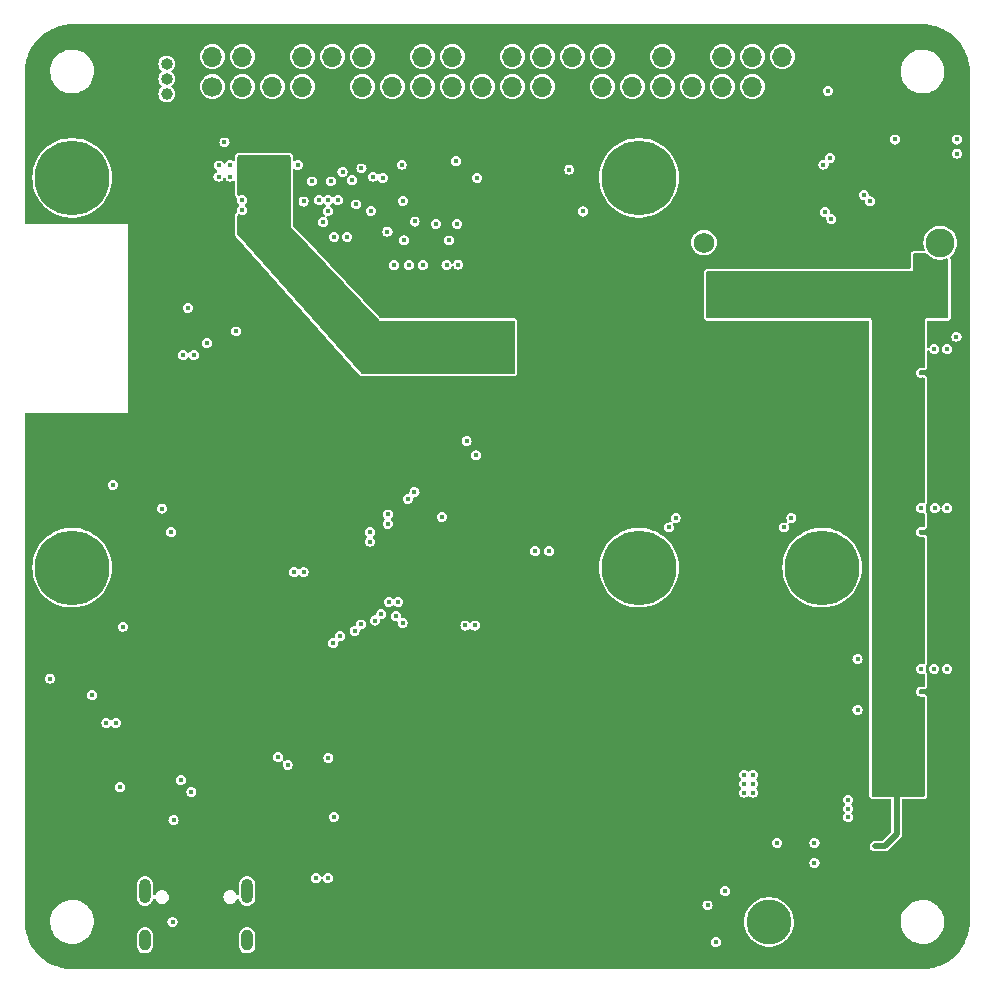
<source format=gbr>
%TF.GenerationSoftware,KiCad,Pcbnew,7.0.1*%
%TF.CreationDate,2023-05-02T11:52:01+02:00*%
%TF.ProjectId,Payload_cm4_23,5061796c-6f61-4645-9f63-6d345f32332e,rev?*%
%TF.SameCoordinates,Original*%
%TF.FileFunction,Copper,L2,Inr*%
%TF.FilePolarity,Positive*%
%FSLAX46Y46*%
G04 Gerber Fmt 4.6, Leading zero omitted, Abs format (unit mm)*
G04 Created by KiCad (PCBNEW 7.0.1) date 2023-05-02 11:52:01*
%MOMM*%
%LPD*%
G01*
G04 APERTURE LIST*
%TA.AperFunction,ComponentPad*%
%ADD10C,6.330000*%
%TD*%
%TA.AperFunction,ComponentPad*%
%ADD11C,1.000000*%
%TD*%
%TA.AperFunction,ComponentPad*%
%ADD12O,1.000000X1.000000*%
%TD*%
%TA.AperFunction,ComponentPad*%
%ADD13C,1.700000*%
%TD*%
%TA.AperFunction,ComponentPad*%
%ADD14O,1.700000X1.700000*%
%TD*%
%TA.AperFunction,ComponentPad*%
%ADD15C,1.750000*%
%TD*%
%TA.AperFunction,ComponentPad*%
%ADD16C,2.450000*%
%TD*%
%TA.AperFunction,ComponentPad*%
%ADD17O,1.000000X2.100000*%
%TD*%
%TA.AperFunction,ComponentPad*%
%ADD18O,1.000000X1.800000*%
%TD*%
%TA.AperFunction,ComponentPad*%
%ADD19C,3.800000*%
%TD*%
%TA.AperFunction,ViaPad*%
%ADD20C,0.500000*%
%TD*%
%TA.AperFunction,ViaPad*%
%ADD21C,0.450000*%
%TD*%
%TA.AperFunction,Conductor*%
%ADD22C,0.500000*%
%TD*%
%TA.AperFunction,Conductor*%
%ADD23C,0.200000*%
%TD*%
G04 APERTURE END LIST*
D10*
%TO.N,N/C*%
%TO.C,H4*%
X113300000Y-70100000D03*
%TD*%
D11*
%TO.N,/Compute Module 4/USB_OTG_ID*%
%TO.C,J6*%
X121300000Y-30000000D03*
D12*
%TO.N,GND*%
X120030000Y-30000000D03*
%TO.N,/Compute Module 4/BOOT*%
X121300000Y-28730000D03*
%TO.N,GND*%
X120030000Y-28730000D03*
%TO.N,/Compute Module 4/EEPROM_nWP*%
X121300000Y-27460000D03*
%TO.N,GND*%
X120030000Y-27460000D03*
%TD*%
D13*
%TO.N,/3V3_LP*%
%TO.C,J5*%
X125175000Y-29375000D03*
D14*
%TO.N,/Compute Module 4/5V*%
X125175000Y-26835000D03*
%TO.N,/Compute Module 4/GPIO2*%
X127715000Y-29375000D03*
%TO.N,/Compute Module 4/5V*%
X127715000Y-26835000D03*
%TO.N,/Compute Module 4/GPIO3*%
X130255000Y-29375000D03*
%TO.N,GND*%
X130255000Y-26835000D03*
%TO.N,/Compute Module 4/GPIO4*%
X132795000Y-29375000D03*
%TO.N,/Compute Module 4/GPIO14*%
X132795000Y-26835000D03*
%TO.N,GND*%
X135335000Y-29375000D03*
%TO.N,/Compute Module 4/GPIO15*%
X135335000Y-26835000D03*
%TO.N,/Compute Module 4/GPIO17*%
X137875000Y-29375000D03*
%TO.N,/Compute Module 4/GPIO18*%
X137875000Y-26835000D03*
%TO.N,/Compute Module 4/GPIO27*%
X140415000Y-29375000D03*
%TO.N,GND*%
X140415000Y-26835000D03*
%TO.N,/Compute Module 4/GPIO22*%
X142955000Y-29375000D03*
%TO.N,/Compute Module 4/GPIO23*%
X142955000Y-26835000D03*
%TO.N,/3V3_LP*%
X145495000Y-29375000D03*
%TO.N,/Compute Module 4/GPIO24*%
X145495000Y-26835000D03*
%TO.N,/Compute Module 4/GPIO10*%
X148035000Y-29375000D03*
%TO.N,GND*%
X148035000Y-26835000D03*
%TO.N,/Compute Module 4/GPIO9*%
X150575000Y-29375000D03*
%TO.N,/Compute Module 4/GPIO25*%
X150575000Y-26835000D03*
%TO.N,/Compute Module 4/GPIO11*%
X153115000Y-29375000D03*
%TO.N,/Compute Module 4/GPIO8*%
X153115000Y-26835000D03*
%TO.N,GND*%
X155655000Y-29375000D03*
%TO.N,/Compute Module 4/GPIO7*%
X155655000Y-26835000D03*
%TO.N,/Compute Module 4/ID_SDA*%
X158195000Y-29375000D03*
%TO.N,/Compute Module 4/ID_SCL*%
X158195000Y-26835000D03*
%TO.N,/Compute Module 4/GPIO5*%
X160735000Y-29375000D03*
%TO.N,GND*%
X160735000Y-26835000D03*
%TO.N,/Compute Module 4/GPIO6*%
X163275000Y-29375000D03*
%TO.N,/Compute Module 4/GPIO12*%
X163275000Y-26835000D03*
%TO.N,/Compute Module 4/GPIO13*%
X165815000Y-29375000D03*
%TO.N,GND*%
X165815000Y-26835000D03*
%TO.N,/Compute Module 4/GPIO19*%
X168355000Y-29375000D03*
%TO.N,/Compute Module 4/GPIO16*%
X168355000Y-26835000D03*
%TO.N,/Compute Module 4/GPIO26*%
X170895000Y-29375000D03*
%TO.N,/Compute Module 4/GPIO20*%
X170895000Y-26835000D03*
%TO.N,GND*%
X173435000Y-29375000D03*
%TO.N,/Compute Module 4/GPIO21*%
X173435000Y-26835000D03*
%TD*%
D10*
%TO.N,N/C*%
%TO.C,H1*%
X161300000Y-37100000D03*
%TD*%
%TO.N,N/C*%
%TO.C,H9*%
X176800000Y-70100000D03*
%TD*%
D15*
%TO.N,N/C*%
%TO.C,J4*%
X166800000Y-42600000D03*
D16*
X186800000Y-42600000D03*
%TD*%
D10*
%TO.N,N/C*%
%TO.C,H3*%
X161300000Y-70100000D03*
%TD*%
D17*
%TO.N,unconnected-(J1-SHIELD-PadS1)*%
%TO.C,J1*%
X119480000Y-97495000D03*
D18*
X119480000Y-101675000D03*
D17*
X128120000Y-97495000D03*
D18*
X128120000Y-101675000D03*
%TD*%
D19*
%TO.N,GND*%
%TO.C,J11*%
X177300000Y-100100000D03*
%TO.N,/Power/XT30_SUPPLY*%
X172300000Y-100100000D03*
%TD*%
D10*
%TO.N,N/C*%
%TO.C,H2*%
X113300000Y-37100000D03*
%TD*%
D20*
%TO.N,GND*%
X148350000Y-84000000D03*
D21*
X126600000Y-70000000D03*
D20*
X160250000Y-78000000D03*
X158350000Y-78000000D03*
X160250000Y-80000000D03*
X160250000Y-100000000D03*
X138250000Y-88000000D03*
X156350000Y-84000000D03*
X156350000Y-90000000D03*
X142350000Y-80000000D03*
D21*
X170200000Y-91200000D03*
X165800000Y-97500000D03*
X111650000Y-83500000D03*
D20*
X146350000Y-90000000D03*
D21*
X182050000Y-91250000D03*
D20*
X146350000Y-78000000D03*
X140350000Y-94000000D03*
X142350000Y-98000000D03*
D21*
X129000000Y-70000000D03*
X168100000Y-99600000D03*
D20*
X138250000Y-82000000D03*
D21*
X173950000Y-91200000D03*
D20*
X152350000Y-94000000D03*
X150350000Y-90000000D03*
X146350000Y-82000000D03*
D21*
X185100000Y-39000000D03*
D20*
X138250000Y-86000000D03*
X148350000Y-86000000D03*
D21*
X125400000Y-39000000D03*
D20*
X152350000Y-84000000D03*
X150350000Y-78000000D03*
X156350000Y-94000000D03*
D21*
X185200000Y-67100000D03*
D20*
X150350000Y-92000000D03*
D21*
X133850000Y-69700000D03*
D20*
X158350000Y-80000000D03*
X150350000Y-88000000D03*
D21*
X143400000Y-71450000D03*
D20*
X160250000Y-98000000D03*
D21*
X141000000Y-69700000D03*
D20*
X154350000Y-86000000D03*
X152350000Y-92000000D03*
D21*
X187400000Y-67100000D03*
X166250000Y-89450000D03*
D20*
X138250000Y-90000000D03*
D21*
X177350000Y-92900000D03*
X120600000Y-96920000D03*
D20*
X154350000Y-90000000D03*
X152350000Y-82000000D03*
D21*
X137400000Y-71450000D03*
D20*
X158350000Y-88000000D03*
D21*
X127800000Y-71000000D03*
D20*
X150350000Y-100000000D03*
X146350000Y-88000000D03*
X160250000Y-84000000D03*
X156350000Y-80000000D03*
X160250000Y-86000000D03*
X154350000Y-78000000D03*
D21*
X137400000Y-69700000D03*
D20*
X152350000Y-90000000D03*
X160250000Y-92000000D03*
X158350000Y-100000000D03*
D21*
X126600000Y-71000000D03*
X123050000Y-38100000D03*
X142200000Y-38900000D03*
D20*
X140350000Y-80000000D03*
D21*
X135000000Y-71450000D03*
D20*
X160250000Y-82000000D03*
X140350000Y-78000000D03*
X146350000Y-86000000D03*
X158350000Y-96000000D03*
D21*
X139800000Y-71450000D03*
D20*
X148350000Y-90000000D03*
D21*
X136200000Y-71450000D03*
D20*
X158350000Y-92000000D03*
D21*
X187400000Y-53600000D03*
D20*
X140350000Y-96000000D03*
X154350000Y-96000000D03*
X148350000Y-98000000D03*
D21*
X138600000Y-69700000D03*
X181550000Y-36000000D03*
D20*
X148350000Y-100000000D03*
D21*
X127000000Y-96000000D03*
D20*
X142350000Y-82000000D03*
X138250000Y-80000000D03*
X160250000Y-96000000D03*
X154350000Y-94000000D03*
X150350000Y-96000000D03*
D21*
X173200000Y-91200000D03*
D20*
X138250000Y-92000000D03*
D21*
X145000000Y-41000000D03*
D20*
X144350000Y-98000000D03*
D21*
X144300000Y-36000000D03*
X185200000Y-80600000D03*
D20*
X154350000Y-82000000D03*
D21*
X138600000Y-40900000D03*
D20*
X158350000Y-94000000D03*
X158350000Y-84000000D03*
X160250000Y-90000000D03*
D21*
X129000000Y-71000000D03*
X123600000Y-47100000D03*
D20*
X140350000Y-92000000D03*
X142350000Y-78000000D03*
X156350000Y-96000000D03*
D21*
X167550000Y-38800000D03*
X127800000Y-70000000D03*
D20*
X148350000Y-78000000D03*
X144350000Y-88000000D03*
X144350000Y-96000000D03*
X142350000Y-92000000D03*
D21*
X177350000Y-93650000D03*
X171050000Y-38800000D03*
X167000000Y-89450000D03*
X124400000Y-79100000D03*
X166400000Y-99600000D03*
D20*
X138250000Y-94000000D03*
X144350000Y-92000000D03*
X140350000Y-98000000D03*
X148350000Y-80000000D03*
D21*
X180850000Y-90750000D03*
D20*
X140350000Y-88000000D03*
X148350000Y-92000000D03*
X146350000Y-84000000D03*
X146350000Y-92000000D03*
D21*
X178900000Y-29200000D03*
X125000000Y-41100000D03*
D20*
X156350000Y-92000000D03*
X144350000Y-78000000D03*
D21*
X172450000Y-91200000D03*
D20*
X158350000Y-90000000D03*
D21*
X120600000Y-96000000D03*
D20*
X154350000Y-88000000D03*
D21*
X143550000Y-67900000D03*
X132600000Y-68300000D03*
D20*
X152350000Y-80000000D03*
D21*
X175550000Y-36000000D03*
X174050000Y-38800000D03*
D20*
X146350000Y-100000000D03*
X154350000Y-92000000D03*
X156350000Y-88000000D03*
D21*
X170200000Y-91950000D03*
X184150000Y-91250000D03*
D20*
X142350000Y-88000000D03*
D21*
X140400000Y-36200000D03*
X184900000Y-91250000D03*
D20*
X144350000Y-94000000D03*
D21*
X145000000Y-40000000D03*
X142300000Y-67900000D03*
D20*
X148350000Y-96000000D03*
X148350000Y-88000000D03*
X142350000Y-86000000D03*
D21*
X180100000Y-90750000D03*
X138600000Y-71450000D03*
X117100000Y-91150000D03*
X130600000Y-34350000D03*
X111400000Y-78120000D03*
D20*
X146350000Y-80000000D03*
X138250000Y-100000000D03*
X148350000Y-94000000D03*
D21*
X169550000Y-38800000D03*
X130250000Y-71000000D03*
X142200000Y-36000000D03*
X124400000Y-76100000D03*
D20*
X144350000Y-80000000D03*
X144350000Y-100000000D03*
X154350000Y-84000000D03*
D21*
X127000000Y-96920000D03*
D20*
X140350000Y-100000000D03*
D21*
X125000000Y-44100000D03*
D20*
X140350000Y-84000000D03*
X146350000Y-96000000D03*
X138250000Y-84000000D03*
D21*
X178550000Y-36050000D03*
X142200000Y-71450000D03*
X112800000Y-77400000D03*
D20*
X156350000Y-78000000D03*
X150350000Y-98000000D03*
X138250000Y-96000000D03*
X148350000Y-82000000D03*
X158350000Y-86000000D03*
D21*
X131800000Y-34350000D03*
X173000000Y-88400000D03*
X122700000Y-47100000D03*
D20*
X142350000Y-90000000D03*
X144350000Y-84000000D03*
D21*
X187400000Y-80600000D03*
D20*
X144350000Y-82000000D03*
X154350000Y-98000000D03*
X150350000Y-84000000D03*
X144350000Y-90000000D03*
X156350000Y-86000000D03*
X140350000Y-82000000D03*
D21*
X183000000Y-32800000D03*
D20*
X152350000Y-88000000D03*
X142350000Y-100000000D03*
X154350000Y-80000000D03*
D21*
X136600000Y-39000000D03*
X186300000Y-53600000D03*
D20*
X158350000Y-98000000D03*
X152350000Y-78000000D03*
D21*
X111200000Y-88400000D03*
X172550000Y-38800000D03*
D20*
X158350000Y-82000000D03*
D21*
X124400000Y-82100000D03*
D20*
X138250000Y-98000000D03*
D21*
X186300000Y-67100000D03*
X116750000Y-61100000D03*
D20*
X140350000Y-90000000D03*
X152350000Y-98000000D03*
X160250000Y-94000000D03*
D21*
X124400000Y-85100000D03*
X173000000Y-87650000D03*
D20*
X140350000Y-86000000D03*
X156350000Y-100000000D03*
D21*
X178100000Y-93650000D03*
X125400000Y-71000000D03*
X139800000Y-69700000D03*
D20*
X146350000Y-94000000D03*
X142350000Y-94000000D03*
X142350000Y-84000000D03*
X154350000Y-100000000D03*
D21*
X170950000Y-91200000D03*
D20*
X156350000Y-82000000D03*
X146350000Y-98000000D03*
D21*
X180050000Y-36000000D03*
D20*
X150350000Y-80000000D03*
X156350000Y-98000000D03*
D21*
X167000000Y-87700000D03*
X166250000Y-87700000D03*
D20*
X160250000Y-88000000D03*
X150350000Y-94000000D03*
X150350000Y-82000000D03*
X152350000Y-100000000D03*
D21*
X135440000Y-92030000D03*
X178100000Y-92900000D03*
X133400000Y-31900000D03*
X125400000Y-70000000D03*
D20*
X138250000Y-78000000D03*
D21*
X133800000Y-71450000D03*
X171700000Y-91200000D03*
X130250000Y-70000000D03*
X143200000Y-36000000D03*
D20*
X142350000Y-96000000D03*
X152350000Y-86000000D03*
X150350000Y-86000000D03*
D21*
X121720000Y-90310000D03*
X185200000Y-53600000D03*
D20*
X144350000Y-86000000D03*
X152350000Y-96000000D03*
D21*
%TO.N,/3V3_LP*%
X187400000Y-51600000D03*
X115000000Y-80900000D03*
X116750000Y-63100000D03*
X142300000Y-40800000D03*
X111400000Y-79500000D03*
X134950000Y-39925000D03*
X186300000Y-51600000D03*
X123600000Y-52100000D03*
X135450000Y-91200000D03*
X145900000Y-41000000D03*
X125700000Y-37000000D03*
X122700000Y-52100000D03*
X126700000Y-37000000D03*
X126700000Y-36000000D03*
X177292500Y-29742500D03*
X182950000Y-33850000D03*
X125750000Y-36050000D03*
X121890000Y-91490000D03*
X134950000Y-96400000D03*
X136600000Y-42100000D03*
X133950000Y-96400000D03*
X135500000Y-42100000D03*
X144100000Y-41000000D03*
X140000000Y-41650000D03*
%TO.N,/Compute Module 4/5V*%
X149150000Y-49950000D03*
X170950000Y-89150000D03*
X170950000Y-87650000D03*
X150150000Y-52950000D03*
X149150000Y-50950000D03*
X130000000Y-37000000D03*
X149150000Y-51950000D03*
X170200000Y-89150000D03*
X130000000Y-36000000D03*
X170200000Y-87650000D03*
X131000000Y-36000000D03*
X179000000Y-89750000D03*
X128000000Y-36000000D03*
X170950000Y-88400000D03*
X150150000Y-49950000D03*
X129000000Y-36000000D03*
X149150000Y-52950000D03*
X150150000Y-51950000D03*
X179000000Y-91250000D03*
X150150000Y-50950000D03*
X179000000Y-90500000D03*
X131000000Y-37000000D03*
X170200000Y-88400000D03*
%TO.N,/3V3_HP*%
X184650000Y-87950000D03*
X169950000Y-46200000D03*
X167950000Y-47200000D03*
X170950000Y-47200000D03*
X186400000Y-45300000D03*
X167950000Y-46200000D03*
X168950000Y-47200000D03*
X168950000Y-46200000D03*
X184650000Y-85700000D03*
X186400000Y-46300000D03*
X183900000Y-87950000D03*
X183900000Y-87200000D03*
X183900000Y-86450000D03*
X183900000Y-85700000D03*
X171950000Y-47200000D03*
X171950000Y-46200000D03*
X185400000Y-46300000D03*
X183900000Y-88700000D03*
X184650000Y-87200000D03*
X184400000Y-46300000D03*
X184650000Y-86450000D03*
X170950000Y-46200000D03*
X169950000Y-47200000D03*
X184650000Y-88700000D03*
X181276462Y-93676462D03*
X186400000Y-44400000D03*
%TO.N,/Compute Module 4/SCL0*%
X127200000Y-50100000D03*
%TO.N,/Compute Module 4/SDA0*%
X124700000Y-51100000D03*
%TO.N,/VUSB*%
X176150000Y-95100000D03*
X167100000Y-98700000D03*
X121800000Y-100100000D03*
X117350000Y-88700000D03*
%TO.N,/USB Slave/USB_D_P*%
X117000000Y-83250000D03*
X132900000Y-70473608D03*
%TO.N,/USB Slave/USB_D_N*%
X132100000Y-70473608D03*
X116200000Y-83250000D03*
%TO.N,/Compute Module 4/CAM0_D0_N*%
X139482843Y-74017157D03*
%TO.N,/Compute Module 4/CAM0_D0_P*%
X138917157Y-74582843D03*
%TO.N,/Compute Module 4/CAM0_D1_N*%
X137782843Y-74917157D03*
%TO.N,/Compute Module 4/CAM0_D1_P*%
X137217157Y-75482843D03*
%TO.N,/Compute Module 4/CAM0_C_N*%
X135982843Y-75917157D03*
%TO.N,/Compute Module 4/CAM0_C_P*%
X135417157Y-76482843D03*
%TO.N,/Compute Module 4/CAM_GPIO*%
X117600000Y-75100000D03*
X123100000Y-48100000D03*
%TO.N,/Compute Module 4/ID_SCL*%
X132400000Y-36000000D03*
X134570000Y-40850000D03*
X122500000Y-88100000D03*
%TO.N,/Compute Module 4/ID_SDA*%
X123400000Y-89100000D03*
X137800000Y-36300000D03*
%TO.N,/Compute Module 4/CAM1_D0_N*%
X142282843Y-63717157D03*
%TO.N,/Compute Module 4/CAM1_D0_P*%
X141717157Y-64282843D03*
%TO.N,/Compute Module 4/CAM1_D1_N*%
X140017344Y-65600000D03*
%TO.N,/Compute Module 4/CAM1_D1_P*%
X140017344Y-66400000D03*
%TO.N,/Compute Module 4/CAM1_C_N*%
X138517344Y-67100000D03*
%TO.N,/Compute Module 4/CAM1_C_P*%
X138517344Y-67900000D03*
%TO.N,/M2 SSD/PCIE_TX_N*%
X176917157Y-35982843D03*
X140100000Y-73000000D03*
%TO.N,/M2 SSD/PCIE_TX_P*%
X177482843Y-35417157D03*
X140900000Y-73000000D03*
%TO.N,/M2 SSD/PCIE_RX_N*%
X140717157Y-74217157D03*
X177017157Y-40017157D03*
%TO.N,/M2 SSD/PCIE_RX_P*%
X177582843Y-40582843D03*
X141282843Y-74782843D03*
%TO.N,/M2 SSD/PCIE_nRST*%
X164400000Y-65900000D03*
X174200000Y-65900000D03*
%TO.N,/M2 SSD/PCIE_CLK_nREQ*%
X163850000Y-66700000D03*
X173600000Y-66700000D03*
%TO.N,/M2 SSD/PCIE_CLK_N*%
X180317157Y-38531659D03*
X146600000Y-75000000D03*
%TO.N,/M2 SSD/PCIE_CLK_P*%
X147400000Y-75000000D03*
X180882843Y-39097345D03*
%TO.N,/Compute Module 4/GPIO2*%
X135000000Y-86200000D03*
X131550000Y-86800000D03*
X188200000Y-35050000D03*
X132900000Y-39100000D03*
X120900000Y-65100000D03*
X188175000Y-50550000D03*
%TO.N,/Compute Module 4/GPIO3*%
X121700000Y-67100000D03*
X133600000Y-37400000D03*
X130750000Y-86150000D03*
X188200000Y-33850000D03*
%TO.N,/Compute Module 4/GPIO4*%
X179800000Y-77850000D03*
X134214500Y-39000000D03*
X156550000Y-39950000D03*
%TO.N,/Compute Module 4/GPIO17*%
X135000000Y-39000000D03*
%TO.N,/Compute Module 4/GPIO27*%
X135200000Y-37400000D03*
%TO.N,/Compute Module 4/GPIO22*%
X135800000Y-39000000D03*
%TO.N,/Compute Module 4/GPIO10*%
X141400000Y-42400000D03*
X145200000Y-42400000D03*
X136200000Y-36600000D03*
%TO.N,/Compute Module 4/GPIO9*%
X137000000Y-37300000D03*
X143000000Y-44500000D03*
%TO.N,/Compute Module 4/GPIO11*%
X146000000Y-44450000D03*
X137350000Y-39350000D03*
X141800000Y-44500000D03*
%TO.N,/Compute Module 4/GPIO7*%
X145000000Y-44500000D03*
%TO.N,/Compute Module 4/GPIO5*%
X138600000Y-39900000D03*
%TO.N,/Compute Module 4/GPIO6*%
X138800000Y-37000000D03*
%TO.N,/Compute Module 4/GPIO12*%
X179800000Y-82150000D03*
X155400000Y-36400000D03*
%TO.N,/Compute Module 4/GPIO13*%
X139600000Y-37100000D03*
%TO.N,/Compute Module 4/GPIO21*%
X145800000Y-35700000D03*
%TO.N,/Compute Module 4/BOOT*%
X126200000Y-34100000D03*
%TO.N,/Compute Module 4/USB_OTG_ID*%
X144600000Y-65800000D03*
%TO.N,/Compute Module 4/EEPROM_nWP*%
X141300000Y-39050000D03*
%TO.N,Net-(J9-Pin_3)*%
X186350000Y-65075000D03*
X185200000Y-65075000D03*
X187375000Y-65075000D03*
%TO.N,Net-(J10-Pin_3)*%
X185200000Y-78675000D03*
X186289160Y-78675000D03*
X187400000Y-78675000D03*
%TO.N,/Compute Module 4/LED_GREEN*%
X147600000Y-37100000D03*
X141200000Y-35985500D03*
%TO.N,/Compute Module 4/ADC0*%
X152500000Y-68700000D03*
X173000000Y-93400000D03*
X127690000Y-39830000D03*
X146700000Y-59400000D03*
%TO.N,/Compute Module 4/ADC1*%
X153700000Y-68700000D03*
X147500000Y-60600000D03*
X176150000Y-93400000D03*
X127675000Y-39000000D03*
%TO.N,Net-(D2-K)*%
X168600000Y-97500000D03*
X167800000Y-101825000D03*
%TO.N,/Compute Module 4/GPIO8*%
X140550000Y-44500000D03*
%TD*%
D22*
%TO.N,/3V3_HP*%
X183100000Y-92700000D02*
X183100000Y-89000000D01*
X167975000Y-46200000D02*
X180900000Y-46200000D01*
X181276462Y-93676462D02*
X182123538Y-93676462D01*
X182123538Y-93676462D02*
X183100000Y-92700000D01*
X183100000Y-89000000D02*
X183600000Y-89000000D01*
X183600000Y-89000000D02*
X183900000Y-88700000D01*
D23*
%TO.N,/Compute Module 4/ADC1*%
X153600000Y-68700000D02*
X153700000Y-68700000D01*
%TD*%
%TA.AperFunction,Conductor*%
%TO.N,/3V3_HP*%
G36*
X185686380Y-43510444D02*
G01*
X185727800Y-43540017D01*
X185831226Y-43652368D01*
X185949998Y-43744811D01*
X186017654Y-43797470D01*
X186225421Y-43909908D01*
X186311930Y-43939607D01*
X186448857Y-43986615D01*
X186448859Y-43986615D01*
X186448861Y-43986616D01*
X186681880Y-44025500D01*
X186918119Y-44025500D01*
X186918120Y-44025500D01*
X187151139Y-43986616D01*
X187159420Y-43983773D01*
X187335737Y-43923243D01*
X187393877Y-43917819D01*
X187448053Y-43939607D01*
X187486251Y-43983773D01*
X187500000Y-44040524D01*
X187500000Y-48875336D01*
X187490498Y-48922938D01*
X187490390Y-48923202D01*
X187490303Y-48923411D01*
X187463486Y-48963486D01*
X187423411Y-48990302D01*
X187422938Y-48990498D01*
X187375336Y-49000000D01*
X185600000Y-49000000D01*
X185529289Y-49029289D01*
X185500000Y-49100000D01*
X185500000Y-53072958D01*
X185484189Y-53133548D01*
X185440788Y-53178686D01*
X185380865Y-53196863D01*
X185352938Y-53190734D01*
X185352524Y-53193353D01*
X185200000Y-53169195D01*
X185066875Y-53190280D01*
X184946778Y-53251472D01*
X184851472Y-53346778D01*
X184790280Y-53466875D01*
X184769195Y-53599999D01*
X184790280Y-53733124D01*
X184851472Y-53853221D01*
X184946778Y-53948527D01*
X184946780Y-53948528D01*
X185066874Y-54009719D01*
X185200000Y-54030804D01*
X185352524Y-54006647D01*
X185352938Y-54009265D01*
X185380865Y-54003137D01*
X185440788Y-54021314D01*
X185484189Y-54066452D01*
X185500000Y-54127042D01*
X185500000Y-64547958D01*
X185484189Y-64608548D01*
X185440788Y-64653686D01*
X185380865Y-64671863D01*
X185352938Y-64665734D01*
X185352524Y-64668353D01*
X185199999Y-64644195D01*
X185066875Y-64665280D01*
X184946778Y-64726472D01*
X184851472Y-64821778D01*
X184790280Y-64941875D01*
X184769195Y-65074999D01*
X184790280Y-65208124D01*
X184851472Y-65328221D01*
X184946778Y-65423527D01*
X184946780Y-65423528D01*
X185066874Y-65484719D01*
X185200000Y-65505804D01*
X185352524Y-65481647D01*
X185352938Y-65484265D01*
X185380865Y-65478137D01*
X185440788Y-65496314D01*
X185484189Y-65541452D01*
X185500000Y-65602042D01*
X185500000Y-66572958D01*
X185484189Y-66633548D01*
X185440788Y-66678686D01*
X185380865Y-66696863D01*
X185352938Y-66690734D01*
X185352524Y-66693353D01*
X185200000Y-66669195D01*
X185066875Y-66690280D01*
X184946778Y-66751472D01*
X184851472Y-66846778D01*
X184790280Y-66966875D01*
X184769195Y-67100000D01*
X184790280Y-67233124D01*
X184851472Y-67353221D01*
X184946778Y-67448527D01*
X184946780Y-67448528D01*
X185066874Y-67509719D01*
X185200000Y-67530804D01*
X185352524Y-67506647D01*
X185352938Y-67509265D01*
X185380865Y-67503137D01*
X185440788Y-67521314D01*
X185484189Y-67566452D01*
X185500000Y-67627042D01*
X185500000Y-78147958D01*
X185484189Y-78208548D01*
X185440788Y-78253686D01*
X185380865Y-78271863D01*
X185352938Y-78265734D01*
X185352524Y-78268353D01*
X185200000Y-78244195D01*
X185066875Y-78265280D01*
X184946778Y-78326472D01*
X184851472Y-78421778D01*
X184790280Y-78541875D01*
X184769195Y-78674999D01*
X184790280Y-78808124D01*
X184851472Y-78928221D01*
X184946778Y-79023527D01*
X184946780Y-79023528D01*
X185066874Y-79084719D01*
X185200000Y-79105804D01*
X185352524Y-79081647D01*
X185352938Y-79084265D01*
X185380865Y-79078137D01*
X185440788Y-79096314D01*
X185484189Y-79141452D01*
X185500000Y-79202042D01*
X185500000Y-80072958D01*
X185484189Y-80133548D01*
X185440788Y-80178686D01*
X185380865Y-80196863D01*
X185352938Y-80190734D01*
X185352524Y-80193353D01*
X185200000Y-80169195D01*
X185066875Y-80190280D01*
X184946778Y-80251472D01*
X184851472Y-80346778D01*
X184790280Y-80466875D01*
X184769195Y-80599999D01*
X184790280Y-80733124D01*
X184851472Y-80853221D01*
X184946778Y-80948527D01*
X184946780Y-80948528D01*
X185066874Y-81009719D01*
X185133436Y-81020261D01*
X185199999Y-81030804D01*
X185199999Y-81030803D01*
X185200000Y-81030804D01*
X185259918Y-81021314D01*
X185352524Y-81006647D01*
X185352938Y-81009265D01*
X185380865Y-81003137D01*
X185440788Y-81021314D01*
X185484189Y-81066452D01*
X185500000Y-81127042D01*
X185500000Y-89375336D01*
X185490498Y-89422938D01*
X185490390Y-89423202D01*
X185490303Y-89423411D01*
X185463486Y-89463486D01*
X185423411Y-89490302D01*
X185422938Y-89490498D01*
X185375336Y-89500000D01*
X181124664Y-89500000D01*
X181077148Y-89490534D01*
X181076673Y-89490337D01*
X181036466Y-89463440D01*
X181009610Y-89423202D01*
X181009502Y-89422942D01*
X181009415Y-89422732D01*
X181000000Y-89375336D01*
X181000000Y-49100000D01*
X180970711Y-49029289D01*
X180900000Y-49000000D01*
X167124664Y-49000000D01*
X167077148Y-48990534D01*
X167076673Y-48990337D01*
X167036466Y-48963440D01*
X167009610Y-48923202D01*
X167009502Y-48922942D01*
X167009415Y-48922732D01*
X167000000Y-48875336D01*
X167000000Y-45124664D01*
X167009379Y-45077355D01*
X167009577Y-45076878D01*
X167036513Y-45036513D01*
X167076878Y-45009577D01*
X167077355Y-45009379D01*
X167124664Y-45000000D01*
X184400000Y-45000000D01*
X184470711Y-44970711D01*
X184500000Y-44900000D01*
X184500000Y-43624664D01*
X184509379Y-43577355D01*
X184509577Y-43576878D01*
X184536513Y-43536513D01*
X184576878Y-43509577D01*
X184577355Y-43509379D01*
X184624664Y-43500000D01*
X185636570Y-43500000D01*
X185686380Y-43510444D01*
G37*
%TD.AperFunction*%
%TD*%
%TA.AperFunction,Conductor*%
%TO.N,GND*%
G36*
X185302292Y-24100605D02*
G01*
X185472479Y-24108474D01*
X185472757Y-24108560D01*
X185472759Y-24108487D01*
X185472797Y-24108488D01*
X185670903Y-24118221D01*
X185679681Y-24119047D01*
X185863329Y-24144665D01*
X185863455Y-24144683D01*
X186048286Y-24172101D01*
X186056398Y-24173654D01*
X186238813Y-24216557D01*
X186239856Y-24216810D01*
X186418812Y-24261636D01*
X186426160Y-24263784D01*
X186604680Y-24323618D01*
X186606415Y-24324219D01*
X186779073Y-24385997D01*
X186785689Y-24388637D01*
X186958314Y-24464858D01*
X186960592Y-24465900D01*
X187125877Y-24544074D01*
X187131691Y-24547065D01*
X187296800Y-24639030D01*
X187299447Y-24640560D01*
X187455998Y-24734393D01*
X187461040Y-24737627D01*
X187617079Y-24844516D01*
X187620102Y-24846671D01*
X187766551Y-24955285D01*
X187770792Y-24958614D01*
X187916373Y-25079503D01*
X187919611Y-25082313D01*
X188054620Y-25204678D01*
X188058140Y-25208028D01*
X188191970Y-25341858D01*
X188195320Y-25345378D01*
X188317685Y-25480387D01*
X188320495Y-25483625D01*
X188441372Y-25629191D01*
X188444726Y-25633463D01*
X188553325Y-25779893D01*
X188555482Y-25782919D01*
X188662371Y-25938958D01*
X188665611Y-25944010D01*
X188759417Y-26100515D01*
X188760990Y-26103237D01*
X188852925Y-26268291D01*
X188855932Y-26274137D01*
X188934084Y-26439376D01*
X188935154Y-26441716D01*
X189011357Y-26614300D01*
X189014005Y-26620936D01*
X189075757Y-26793521D01*
X189076412Y-26795411D01*
X189136204Y-26973805D01*
X189138369Y-26981212D01*
X189183148Y-27159979D01*
X189183485Y-27161368D01*
X189226342Y-27343589D01*
X189227900Y-27351728D01*
X189255258Y-27536155D01*
X189255381Y-27537005D01*
X189280949Y-27720298D01*
X189281779Y-27729117D01*
X189291512Y-27927237D01*
X189291525Y-27927522D01*
X189299394Y-28097707D01*
X189299500Y-28102280D01*
X189299500Y-100097720D01*
X189299394Y-100102293D01*
X189291525Y-100272477D01*
X189291512Y-100272762D01*
X189281779Y-100470881D01*
X189280949Y-100479700D01*
X189255381Y-100662993D01*
X189255258Y-100663843D01*
X189227900Y-100848270D01*
X189226342Y-100856409D01*
X189183485Y-101038630D01*
X189183148Y-101040019D01*
X189138369Y-101218786D01*
X189136204Y-101226193D01*
X189076412Y-101404587D01*
X189075757Y-101406477D01*
X189014005Y-101579062D01*
X189011357Y-101585698D01*
X188935154Y-101758282D01*
X188934084Y-101760622D01*
X188855932Y-101925861D01*
X188852925Y-101931707D01*
X188760990Y-102096761D01*
X188759417Y-102099483D01*
X188665611Y-102255988D01*
X188662371Y-102261040D01*
X188555482Y-102417079D01*
X188553325Y-102420105D01*
X188444726Y-102566535D01*
X188441372Y-102570807D01*
X188320495Y-102716373D01*
X188317685Y-102719611D01*
X188195320Y-102854620D01*
X188191970Y-102858140D01*
X188058140Y-102991970D01*
X188054620Y-102995320D01*
X187919611Y-103117685D01*
X187916373Y-103120495D01*
X187770807Y-103241372D01*
X187766535Y-103244726D01*
X187620105Y-103353325D01*
X187617079Y-103355482D01*
X187461040Y-103462371D01*
X187455988Y-103465611D01*
X187299483Y-103559417D01*
X187296761Y-103560990D01*
X187131707Y-103652925D01*
X187125861Y-103655932D01*
X186960622Y-103734084D01*
X186958282Y-103735154D01*
X186785698Y-103811357D01*
X186779062Y-103814005D01*
X186606477Y-103875757D01*
X186604587Y-103876412D01*
X186426193Y-103936204D01*
X186418786Y-103938369D01*
X186240019Y-103983148D01*
X186238630Y-103983485D01*
X186056409Y-104026342D01*
X186048270Y-104027900D01*
X185863843Y-104055258D01*
X185862993Y-104055381D01*
X185679700Y-104080949D01*
X185670881Y-104081779D01*
X185472762Y-104091512D01*
X185472477Y-104091525D01*
X185302293Y-104099394D01*
X185297720Y-104099500D01*
X113302280Y-104099500D01*
X113297707Y-104099394D01*
X113127521Y-104091525D01*
X113127241Y-104091421D01*
X113127237Y-104091512D01*
X112929117Y-104081779D01*
X112920298Y-104080949D01*
X112737005Y-104055381D01*
X112736155Y-104055258D01*
X112551728Y-104027900D01*
X112543589Y-104026342D01*
X112361368Y-103983485D01*
X112359979Y-103983148D01*
X112181212Y-103938369D01*
X112173805Y-103936204D01*
X111995411Y-103876412D01*
X111993521Y-103875757D01*
X111820936Y-103814005D01*
X111814300Y-103811357D01*
X111641716Y-103735154D01*
X111639376Y-103734084D01*
X111474137Y-103655932D01*
X111468291Y-103652925D01*
X111303237Y-103560990D01*
X111300515Y-103559417D01*
X111144010Y-103465611D01*
X111138958Y-103462371D01*
X110982919Y-103355482D01*
X110979893Y-103353325D01*
X110833463Y-103244726D01*
X110829191Y-103241372D01*
X110683625Y-103120495D01*
X110680387Y-103117685D01*
X110545378Y-102995320D01*
X110541858Y-102991970D01*
X110408028Y-102858140D01*
X110404678Y-102854620D01*
X110282313Y-102719611D01*
X110279503Y-102716373D01*
X110229148Y-102655733D01*
X110158614Y-102570792D01*
X110155285Y-102566551D01*
X110046671Y-102420102D01*
X110044516Y-102417079D01*
X109937627Y-102261040D01*
X109934387Y-102255988D01*
X109901129Y-102200500D01*
X109851304Y-102117373D01*
X118779500Y-102117373D01*
X118794859Y-102243870D01*
X118794860Y-102243872D01*
X118855182Y-102402930D01*
X118951817Y-102542929D01*
X118951818Y-102542930D01*
X119079145Y-102655733D01*
X119157864Y-102697048D01*
X119229775Y-102734790D01*
X119312359Y-102755144D01*
X119394943Y-102775500D01*
X119394944Y-102775500D01*
X119565056Y-102775500D01*
X119565057Y-102775500D01*
X119620112Y-102761930D01*
X119730225Y-102734790D01*
X119880852Y-102655734D01*
X119880851Y-102655734D01*
X119880854Y-102655733D01*
X119981537Y-102566535D01*
X120008183Y-102542929D01*
X120104818Y-102402930D01*
X120165140Y-102243872D01*
X120180500Y-102117373D01*
X127419500Y-102117373D01*
X127434859Y-102243870D01*
X127434860Y-102243872D01*
X127495182Y-102402930D01*
X127591817Y-102542929D01*
X127591818Y-102542930D01*
X127719145Y-102655733D01*
X127797864Y-102697048D01*
X127869775Y-102734790D01*
X127952359Y-102755144D01*
X128034943Y-102775500D01*
X128034944Y-102775500D01*
X128205056Y-102775500D01*
X128205057Y-102775500D01*
X128260112Y-102761930D01*
X128370225Y-102734790D01*
X128520852Y-102655734D01*
X128520851Y-102655734D01*
X128520854Y-102655733D01*
X128621537Y-102566535D01*
X128648183Y-102542929D01*
X128744818Y-102402930D01*
X128805140Y-102243872D01*
X128820500Y-102117372D01*
X128820500Y-101824999D01*
X167369195Y-101824999D01*
X167390280Y-101958124D01*
X167390280Y-101958125D01*
X167390281Y-101958126D01*
X167451472Y-102078220D01*
X167546780Y-102173528D01*
X167666874Y-102234719D01*
X167800000Y-102255804D01*
X167933126Y-102234719D01*
X168053220Y-102173528D01*
X168148528Y-102078220D01*
X168209719Y-101958126D01*
X168230804Y-101825000D01*
X168230021Y-101820059D01*
X168209719Y-101691875D01*
X168209719Y-101691874D01*
X168148528Y-101571780D01*
X168053220Y-101476472D01*
X167933126Y-101415281D01*
X167933125Y-101415280D01*
X167933124Y-101415280D01*
X167800000Y-101394195D01*
X167666875Y-101415280D01*
X167546781Y-101476471D01*
X167451471Y-101571781D01*
X167390280Y-101691875D01*
X167369195Y-101824999D01*
X128820500Y-101824999D01*
X128820500Y-101232628D01*
X128818822Y-101218812D01*
X128805140Y-101106129D01*
X128780068Y-101040019D01*
X128744818Y-100947070D01*
X128648183Y-100807071D01*
X128648181Y-100807069D01*
X128520854Y-100694266D01*
X128370223Y-100615209D01*
X128205057Y-100574500D01*
X128205056Y-100574500D01*
X128034944Y-100574500D01*
X128034943Y-100574500D01*
X127869776Y-100615209D01*
X127719145Y-100694266D01*
X127591818Y-100807069D01*
X127495182Y-100947070D01*
X127434859Y-101106129D01*
X127419500Y-101232627D01*
X127419500Y-102117373D01*
X120180500Y-102117373D01*
X120180500Y-102117372D01*
X120180500Y-101232628D01*
X120178822Y-101218812D01*
X120165140Y-101106129D01*
X120140068Y-101040019D01*
X120104818Y-100947070D01*
X120008183Y-100807071D01*
X120008181Y-100807069D01*
X119880854Y-100694266D01*
X119730223Y-100615209D01*
X119565057Y-100574500D01*
X119565056Y-100574500D01*
X119394944Y-100574500D01*
X119394943Y-100574500D01*
X119229776Y-100615209D01*
X119079145Y-100694266D01*
X118951818Y-100807069D01*
X118855182Y-100947070D01*
X118794859Y-101106129D01*
X118779500Y-101232627D01*
X118779500Y-102117373D01*
X109851304Y-102117373D01*
X109840560Y-102099447D01*
X109839030Y-102096800D01*
X109747065Y-101931691D01*
X109744074Y-101925877D01*
X109665900Y-101760592D01*
X109664858Y-101758314D01*
X109588637Y-101585689D01*
X109585993Y-101579062D01*
X109583379Y-101571756D01*
X109524219Y-101406415D01*
X109523618Y-101404680D01*
X109463784Y-101226160D01*
X109461636Y-101218812D01*
X109416810Y-101039856D01*
X109416557Y-101038813D01*
X109373654Y-100856398D01*
X109372101Y-100848286D01*
X109344683Y-100663455D01*
X109344665Y-100663329D01*
X109319047Y-100479681D01*
X109318221Y-100470903D01*
X109308485Y-100272717D01*
X109308474Y-100272476D01*
X109303640Y-100167911D01*
X111441779Y-100167911D01*
X111471469Y-100437746D01*
X111530579Y-100663843D01*
X111540132Y-100700384D01*
X111646303Y-100950224D01*
X111787719Y-101181944D01*
X111961368Y-101390604D01*
X112057201Y-101476471D01*
X112163544Y-101571756D01*
X112389950Y-101721544D01*
X112522422Y-101783644D01*
X112635743Y-101836767D01*
X112895697Y-101914975D01*
X113110553Y-101946594D01*
X113164267Y-101954500D01*
X113164268Y-101954500D01*
X113367779Y-101954500D01*
X113367781Y-101954500D01*
X113570740Y-101939645D01*
X113835709Y-101880621D01*
X114089261Y-101783646D01*
X114325991Y-101650786D01*
X114540853Y-101484875D01*
X114540854Y-101484874D01*
X114729266Y-101289451D01*
X114729269Y-101289447D01*
X114887223Y-101068668D01*
X115011348Y-100827244D01*
X115098998Y-100570320D01*
X115148306Y-100303371D01*
X115155738Y-100100000D01*
X121369195Y-100100000D01*
X121390280Y-100233124D01*
X121390280Y-100233125D01*
X121390281Y-100233126D01*
X121451472Y-100353220D01*
X121546780Y-100448528D01*
X121666874Y-100509719D01*
X121800000Y-100530804D01*
X121933126Y-100509719D01*
X122053220Y-100448528D01*
X122148528Y-100353220D01*
X122209719Y-100233126D01*
X122230804Y-100100000D01*
X122230804Y-100099999D01*
X170194592Y-100099999D01*
X170214201Y-100386687D01*
X170272664Y-100668028D01*
X170328323Y-100824637D01*
X170368896Y-100938797D01*
X170501099Y-101193936D01*
X170501102Y-101193941D01*
X170666808Y-101428695D01*
X170666811Y-101428698D01*
X170862947Y-101638708D01*
X171009924Y-101758282D01*
X171085858Y-101820059D01*
X171331371Y-101969359D01*
X171331373Y-101969360D01*
X171331375Y-101969361D01*
X171594942Y-102083844D01*
X171871642Y-102161371D01*
X172156322Y-102200500D01*
X172443677Y-102200500D01*
X172443678Y-102200500D01*
X172728358Y-102161371D01*
X173005058Y-102083844D01*
X173268625Y-101969361D01*
X173414553Y-101880620D01*
X173514141Y-101820059D01*
X173514142Y-101820057D01*
X173514147Y-101820055D01*
X173737053Y-101638708D01*
X173933189Y-101428698D01*
X174098901Y-101193936D01*
X174231104Y-100938797D01*
X174327334Y-100668032D01*
X174327335Y-100668028D01*
X174385798Y-100386687D01*
X174391497Y-100303371D01*
X174400763Y-100167911D01*
X183441779Y-100167911D01*
X183471469Y-100437746D01*
X183530579Y-100663843D01*
X183540132Y-100700384D01*
X183646303Y-100950224D01*
X183787719Y-101181944D01*
X183961368Y-101390604D01*
X184057201Y-101476471D01*
X184163544Y-101571756D01*
X184389950Y-101721544D01*
X184522422Y-101783644D01*
X184635743Y-101836767D01*
X184895697Y-101914975D01*
X185110553Y-101946594D01*
X185164267Y-101954500D01*
X185164268Y-101954500D01*
X185367779Y-101954500D01*
X185367781Y-101954500D01*
X185570740Y-101939645D01*
X185835709Y-101880621D01*
X186089261Y-101783646D01*
X186325991Y-101650786D01*
X186540853Y-101484875D01*
X186540854Y-101484874D01*
X186729266Y-101289451D01*
X186729269Y-101289447D01*
X186887223Y-101068668D01*
X187011348Y-100827244D01*
X187098998Y-100570320D01*
X187148306Y-100303371D01*
X187158220Y-100032089D01*
X187137830Y-99846780D01*
X187128530Y-99762253D01*
X187104202Y-99669196D01*
X187059868Y-99499616D01*
X186953697Y-99249776D01*
X186812281Y-99018056D01*
X186638632Y-98809396D01*
X186521885Y-98704790D01*
X186436455Y-98628243D01*
X186210049Y-98478455D01*
X185964262Y-98363235D01*
X185964259Y-98363234D01*
X185964257Y-98363233D01*
X185704303Y-98285025D01*
X185704299Y-98285024D01*
X185704298Y-98285024D01*
X185435733Y-98245500D01*
X185435732Y-98245500D01*
X185232219Y-98245500D01*
X185029260Y-98260355D01*
X184894917Y-98290281D01*
X184764291Y-98319379D01*
X184510735Y-98416355D01*
X184274008Y-98549214D01*
X184059145Y-98715125D01*
X183870733Y-98910548D01*
X183712776Y-99131332D01*
X183588652Y-99372754D01*
X183501001Y-99629684D01*
X183451694Y-99896626D01*
X183441779Y-100167911D01*
X174400763Y-100167911D01*
X174405408Y-100100000D01*
X174385798Y-99813314D01*
X174375187Y-99762253D01*
X174327335Y-99531971D01*
X174315836Y-99499615D01*
X174231104Y-99261203D01*
X174098901Y-99006064D01*
X174061600Y-98953220D01*
X173933191Y-98771304D01*
X173737054Y-98561293D01*
X173734953Y-98559584D01*
X173514147Y-98379945D01*
X173514141Y-98379940D01*
X173268628Y-98230640D01*
X173160303Y-98183588D01*
X173005058Y-98116156D01*
X172927530Y-98094433D01*
X172728357Y-98038628D01*
X172482806Y-98004878D01*
X172443678Y-97999500D01*
X172156322Y-97999500D01*
X172121922Y-98004228D01*
X171871642Y-98038628D01*
X171594942Y-98116156D01*
X171331371Y-98230640D01*
X171085858Y-98379940D01*
X170862945Y-98561293D01*
X170666808Y-98771304D01*
X170501102Y-99006058D01*
X170501098Y-99006064D01*
X170501099Y-99006064D01*
X170368896Y-99261203D01*
X170368894Y-99261206D01*
X170368895Y-99261206D01*
X170272664Y-99531971D01*
X170214201Y-99813312D01*
X170194592Y-100099999D01*
X122230804Y-100099999D01*
X122209719Y-99966874D01*
X122148528Y-99846780D01*
X122053220Y-99751472D01*
X121933126Y-99690281D01*
X121933125Y-99690280D01*
X121933124Y-99690280D01*
X121800000Y-99669195D01*
X121666875Y-99690280D01*
X121546781Y-99751471D01*
X121451471Y-99846781D01*
X121390280Y-99966875D01*
X121369195Y-100100000D01*
X115155738Y-100100000D01*
X115158220Y-100032089D01*
X115137830Y-99846780D01*
X115128530Y-99762253D01*
X115104202Y-99669196D01*
X115059868Y-99499616D01*
X114953697Y-99249776D01*
X114812281Y-99018056D01*
X114638632Y-98809396D01*
X114521885Y-98704790D01*
X114436455Y-98628243D01*
X114210049Y-98478455D01*
X113964262Y-98363235D01*
X113964259Y-98363234D01*
X113964257Y-98363233D01*
X113704303Y-98285025D01*
X113704299Y-98285024D01*
X113704298Y-98285024D01*
X113435733Y-98245500D01*
X113435732Y-98245500D01*
X113232219Y-98245500D01*
X113029260Y-98260355D01*
X112894917Y-98290281D01*
X112764291Y-98319379D01*
X112510735Y-98416355D01*
X112274008Y-98549214D01*
X112059145Y-98715125D01*
X111870733Y-98910548D01*
X111712776Y-99131332D01*
X111588652Y-99372754D01*
X111501001Y-99629684D01*
X111451694Y-99896626D01*
X111441779Y-100167911D01*
X109303640Y-100167911D01*
X109300606Y-100102293D01*
X109300500Y-100097721D01*
X109300500Y-98087373D01*
X118779500Y-98087373D01*
X118794859Y-98213870D01*
X118794860Y-98213872D01*
X118855182Y-98372930D01*
X118951817Y-98512929D01*
X118951818Y-98512930D01*
X119079145Y-98625733D01*
X119157864Y-98667048D01*
X119229775Y-98704790D01*
X119312359Y-98725144D01*
X119394943Y-98745500D01*
X119394944Y-98745500D01*
X119565056Y-98745500D01*
X119565057Y-98745500D01*
X119620112Y-98731929D01*
X119730225Y-98704790D01*
X119880852Y-98625734D01*
X119880851Y-98625734D01*
X119880854Y-98625733D01*
X119955520Y-98559584D01*
X120008183Y-98512929D01*
X120104818Y-98372930D01*
X120165140Y-98213872D01*
X120166904Y-98199341D01*
X120186154Y-98151647D01*
X120226741Y-98120044D01*
X120277706Y-98113072D01*
X120325289Y-98132613D01*
X120356645Y-98173390D01*
X120367396Y-98199344D01*
X120403808Y-98287250D01*
X120403809Y-98287251D01*
X120496695Y-98408304D01*
X120546840Y-98446781D01*
X120617750Y-98501192D01*
X120733685Y-98549214D01*
X120758720Y-98559584D01*
X120872019Y-98574500D01*
X120872020Y-98574500D01*
X120947980Y-98574500D01*
X120947981Y-98574500D01*
X121004629Y-98567042D01*
X121061280Y-98559584D01*
X121202250Y-98501192D01*
X121323304Y-98408304D01*
X121416192Y-98287250D01*
X121474584Y-98146280D01*
X121494500Y-97995000D01*
X126105500Y-97995000D01*
X126125415Y-98146279D01*
X126183808Y-98287250D01*
X126276695Y-98408304D01*
X126326840Y-98446781D01*
X126397750Y-98501192D01*
X126513685Y-98549214D01*
X126538720Y-98559584D01*
X126652019Y-98574500D01*
X126652020Y-98574500D01*
X126727980Y-98574500D01*
X126727981Y-98574500D01*
X126784629Y-98567042D01*
X126841280Y-98559584D01*
X126982250Y-98501192D01*
X127103304Y-98408304D01*
X127196192Y-98287250D01*
X127243354Y-98173390D01*
X127274709Y-98132614D01*
X127322291Y-98113073D01*
X127373256Y-98120043D01*
X127413843Y-98151644D01*
X127433096Y-98199344D01*
X127434859Y-98213870D01*
X127434860Y-98213872D01*
X127495182Y-98372930D01*
X127591817Y-98512929D01*
X127591818Y-98512930D01*
X127719145Y-98625733D01*
X127797864Y-98667048D01*
X127869775Y-98704790D01*
X127952359Y-98725144D01*
X128034943Y-98745500D01*
X128034944Y-98745500D01*
X128205056Y-98745500D01*
X128205057Y-98745500D01*
X128260112Y-98731929D01*
X128370225Y-98704790D01*
X128379353Y-98699999D01*
X166669195Y-98699999D01*
X166690280Y-98833124D01*
X166690280Y-98833125D01*
X166690281Y-98833126D01*
X166751472Y-98953220D01*
X166846780Y-99048528D01*
X166966874Y-99109719D01*
X167100000Y-99130804D01*
X167233126Y-99109719D01*
X167353220Y-99048528D01*
X167448528Y-98953220D01*
X167509719Y-98833126D01*
X167530804Y-98700000D01*
X167509719Y-98566874D01*
X167448528Y-98446780D01*
X167353220Y-98351472D01*
X167233126Y-98290281D01*
X167233125Y-98290280D01*
X167233124Y-98290280D01*
X167100000Y-98269195D01*
X166966875Y-98290280D01*
X166846781Y-98351471D01*
X166751471Y-98446781D01*
X166690280Y-98566875D01*
X166669195Y-98699999D01*
X128379353Y-98699999D01*
X128520852Y-98625734D01*
X128520851Y-98625734D01*
X128520854Y-98625733D01*
X128595520Y-98559584D01*
X128648183Y-98512929D01*
X128744818Y-98372930D01*
X128805140Y-98213872D01*
X128820500Y-98087372D01*
X128820500Y-97499999D01*
X168169195Y-97499999D01*
X168190280Y-97633124D01*
X168190280Y-97633125D01*
X168190281Y-97633126D01*
X168251472Y-97753220D01*
X168346780Y-97848528D01*
X168466874Y-97909719D01*
X168600000Y-97930804D01*
X168733126Y-97909719D01*
X168853220Y-97848528D01*
X168948528Y-97753220D01*
X169009719Y-97633126D01*
X169030804Y-97500000D01*
X169029031Y-97488808D01*
X169009719Y-97366875D01*
X169009719Y-97366874D01*
X168948528Y-97246780D01*
X168853220Y-97151472D01*
X168733126Y-97090281D01*
X168733125Y-97090280D01*
X168733124Y-97090280D01*
X168600000Y-97069195D01*
X168466875Y-97090280D01*
X168346781Y-97151471D01*
X168251471Y-97246781D01*
X168190280Y-97366875D01*
X168169195Y-97499999D01*
X128820500Y-97499999D01*
X128820500Y-96902628D01*
X128805140Y-96776128D01*
X128744818Y-96617070D01*
X128648183Y-96477071D01*
X128645851Y-96475005D01*
X128561188Y-96399999D01*
X133519195Y-96399999D01*
X133540280Y-96533124D01*
X133540280Y-96533125D01*
X133540281Y-96533126D01*
X133601472Y-96653220D01*
X133696780Y-96748528D01*
X133816874Y-96809719D01*
X133950000Y-96830804D01*
X134083126Y-96809719D01*
X134203220Y-96748528D01*
X134298528Y-96653220D01*
X134359719Y-96533126D01*
X134359719Y-96533123D01*
X134361790Y-96529060D01*
X134398273Y-96489594D01*
X134450000Y-96475005D01*
X134501727Y-96489594D01*
X134538210Y-96529060D01*
X134540280Y-96533123D01*
X134540281Y-96533126D01*
X134601472Y-96653220D01*
X134696780Y-96748528D01*
X134816874Y-96809719D01*
X134950000Y-96830804D01*
X135083126Y-96809719D01*
X135203220Y-96748528D01*
X135298528Y-96653220D01*
X135359719Y-96533126D01*
X135380804Y-96400000D01*
X135359719Y-96266874D01*
X135298528Y-96146780D01*
X135203220Y-96051472D01*
X135083126Y-95990281D01*
X135083125Y-95990280D01*
X135083124Y-95990280D01*
X134950000Y-95969195D01*
X134816875Y-95990280D01*
X134696781Y-96051471D01*
X134601471Y-96146781D01*
X134538210Y-96270939D01*
X134501727Y-96310405D01*
X134450000Y-96324994D01*
X134398273Y-96310405D01*
X134361790Y-96270939D01*
X134348319Y-96244500D01*
X134298528Y-96146780D01*
X134203220Y-96051472D01*
X134083126Y-95990281D01*
X134083125Y-95990280D01*
X134083124Y-95990280D01*
X133950000Y-95969195D01*
X133816875Y-95990280D01*
X133696781Y-96051471D01*
X133601471Y-96146781D01*
X133540280Y-96266875D01*
X133519195Y-96399999D01*
X128561188Y-96399999D01*
X128520854Y-96364266D01*
X128370223Y-96285209D01*
X128205057Y-96244500D01*
X128205056Y-96244500D01*
X128034944Y-96244500D01*
X128034943Y-96244500D01*
X127869776Y-96285209D01*
X127719145Y-96364266D01*
X127591818Y-96477069D01*
X127495182Y-96617070D01*
X127434859Y-96776129D01*
X127419500Y-96902627D01*
X127419500Y-97744156D01*
X127404911Y-97795883D01*
X127365445Y-97832366D01*
X127312733Y-97842851D01*
X127262310Y-97824249D01*
X127229036Y-97782042D01*
X127217097Y-97753220D01*
X127196192Y-97702750D01*
X127142766Y-97633124D01*
X127103304Y-97581695D01*
X126982250Y-97488808D01*
X126841279Y-97430415D01*
X126727981Y-97415500D01*
X126727980Y-97415500D01*
X126652020Y-97415500D01*
X126652019Y-97415500D01*
X126538720Y-97430415D01*
X126397749Y-97488808D01*
X126276695Y-97581695D01*
X126183808Y-97702749D01*
X126125415Y-97843720D01*
X126105500Y-97995000D01*
X121494500Y-97995000D01*
X121474584Y-97843720D01*
X121416192Y-97702750D01*
X121362766Y-97633124D01*
X121323304Y-97581695D01*
X121202250Y-97488808D01*
X121061279Y-97430415D01*
X120947981Y-97415500D01*
X120947980Y-97415500D01*
X120872020Y-97415500D01*
X120872019Y-97415500D01*
X120758720Y-97430415D01*
X120617749Y-97488808D01*
X120496695Y-97581695D01*
X120403808Y-97702749D01*
X120370964Y-97782042D01*
X120337690Y-97824249D01*
X120287267Y-97842851D01*
X120234555Y-97832366D01*
X120195089Y-97795883D01*
X120180500Y-97744156D01*
X120180500Y-96902627D01*
X120165140Y-96776129D01*
X120165140Y-96776128D01*
X120104818Y-96617070D01*
X120008183Y-96477071D01*
X120005851Y-96475005D01*
X119880854Y-96364266D01*
X119730223Y-96285209D01*
X119565057Y-96244500D01*
X119565056Y-96244500D01*
X119394944Y-96244500D01*
X119394943Y-96244500D01*
X119229776Y-96285209D01*
X119079145Y-96364266D01*
X118951818Y-96477069D01*
X118855182Y-96617070D01*
X118794859Y-96776129D01*
X118779500Y-96902627D01*
X118779500Y-98087373D01*
X109300500Y-98087373D01*
X109300500Y-95100000D01*
X175719195Y-95100000D01*
X175740280Y-95233124D01*
X175740280Y-95233125D01*
X175740281Y-95233126D01*
X175801472Y-95353220D01*
X175896780Y-95448528D01*
X176016874Y-95509719D01*
X176150000Y-95530804D01*
X176283126Y-95509719D01*
X176403220Y-95448528D01*
X176498528Y-95353220D01*
X176559719Y-95233126D01*
X176580804Y-95100000D01*
X176559719Y-94966874D01*
X176498528Y-94846780D01*
X176403220Y-94751472D01*
X176283126Y-94690281D01*
X176283125Y-94690280D01*
X176283124Y-94690280D01*
X176150000Y-94669195D01*
X176016875Y-94690280D01*
X175896781Y-94751471D01*
X175801471Y-94846781D01*
X175740280Y-94966875D01*
X175719195Y-95100000D01*
X109300500Y-95100000D01*
X109300500Y-93400000D01*
X172569195Y-93400000D01*
X172590280Y-93533124D01*
X172590280Y-93533125D01*
X172590281Y-93533126D01*
X172651472Y-93653220D01*
X172746780Y-93748528D01*
X172866874Y-93809719D01*
X173000000Y-93830804D01*
X173133126Y-93809719D01*
X173253220Y-93748528D01*
X173348528Y-93653220D01*
X173409719Y-93533126D01*
X173430804Y-93400000D01*
X175719195Y-93400000D01*
X175740280Y-93533124D01*
X175740280Y-93533125D01*
X175740281Y-93533126D01*
X175801472Y-93653220D01*
X175896780Y-93748528D01*
X176016874Y-93809719D01*
X176150000Y-93830804D01*
X176283126Y-93809719D01*
X176403220Y-93748528D01*
X176498528Y-93653220D01*
X176559719Y-93533126D01*
X176580804Y-93400000D01*
X176559719Y-93266874D01*
X176498528Y-93146780D01*
X176403220Y-93051472D01*
X176283126Y-92990281D01*
X176283125Y-92990280D01*
X176283124Y-92990280D01*
X176150000Y-92969195D01*
X176016875Y-92990280D01*
X175896781Y-93051471D01*
X175801471Y-93146781D01*
X175740280Y-93266875D01*
X175719195Y-93400000D01*
X173430804Y-93400000D01*
X173409719Y-93266874D01*
X173348528Y-93146780D01*
X173253220Y-93051472D01*
X173133126Y-92990281D01*
X173133125Y-92990280D01*
X173133124Y-92990280D01*
X173000000Y-92969195D01*
X172866875Y-92990280D01*
X172746781Y-93051471D01*
X172651471Y-93146781D01*
X172590280Y-93266875D01*
X172569195Y-93400000D01*
X109300500Y-93400000D01*
X109300500Y-91489999D01*
X121459195Y-91489999D01*
X121480280Y-91623124D01*
X121480280Y-91623125D01*
X121480281Y-91623126D01*
X121541472Y-91743220D01*
X121636780Y-91838528D01*
X121756874Y-91899719D01*
X121890000Y-91920804D01*
X122023126Y-91899719D01*
X122143220Y-91838528D01*
X122238528Y-91743220D01*
X122299719Y-91623126D01*
X122320804Y-91490000D01*
X122299719Y-91356874D01*
X122238528Y-91236780D01*
X122201748Y-91200000D01*
X135019195Y-91200000D01*
X135040280Y-91333124D01*
X135040280Y-91333125D01*
X135040281Y-91333126D01*
X135101472Y-91453220D01*
X135196780Y-91548528D01*
X135316874Y-91609719D01*
X135450000Y-91630804D01*
X135583126Y-91609719D01*
X135703220Y-91548528D01*
X135798528Y-91453220D01*
X135859719Y-91333126D01*
X135872885Y-91250000D01*
X178569195Y-91250000D01*
X178590280Y-91383124D01*
X178590280Y-91383125D01*
X178590281Y-91383126D01*
X178651472Y-91503220D01*
X178746780Y-91598528D01*
X178866874Y-91659719D01*
X179000000Y-91680804D01*
X179133126Y-91659719D01*
X179253220Y-91598528D01*
X179348528Y-91503220D01*
X179409719Y-91383126D01*
X179430804Y-91250000D01*
X179409719Y-91116874D01*
X179348528Y-90996780D01*
X179296749Y-90945001D01*
X179271128Y-90900623D01*
X179271128Y-90849377D01*
X179296749Y-90804998D01*
X179348528Y-90753220D01*
X179409719Y-90633126D01*
X179430804Y-90500000D01*
X179409719Y-90366874D01*
X179348528Y-90246780D01*
X179296749Y-90195001D01*
X179271128Y-90150623D01*
X179271128Y-90099377D01*
X179296749Y-90054998D01*
X179348528Y-90003220D01*
X179409719Y-89883126D01*
X179430804Y-89750000D01*
X179409719Y-89616874D01*
X179348528Y-89496780D01*
X179253220Y-89401472D01*
X179133126Y-89340281D01*
X179133125Y-89340280D01*
X179133124Y-89340280D01*
X179000000Y-89319195D01*
X178866875Y-89340280D01*
X178746781Y-89401471D01*
X178651471Y-89496781D01*
X178590280Y-89616875D01*
X178569195Y-89750000D01*
X178590280Y-89883124D01*
X178590280Y-89883125D01*
X178590281Y-89883126D01*
X178651472Y-90003220D01*
X178703250Y-90054998D01*
X178728872Y-90099377D01*
X178728872Y-90150623D01*
X178703250Y-90195001D01*
X178651472Y-90246780D01*
X178651471Y-90246781D01*
X178590280Y-90366875D01*
X178569195Y-90499999D01*
X178590280Y-90633124D01*
X178590280Y-90633125D01*
X178590281Y-90633126D01*
X178651472Y-90753220D01*
X178703250Y-90804998D01*
X178728872Y-90849377D01*
X178728872Y-90900623D01*
X178703250Y-90945001D01*
X178651471Y-90996780D01*
X178651471Y-90996781D01*
X178590280Y-91116875D01*
X178569195Y-91250000D01*
X135872885Y-91250000D01*
X135880804Y-91200000D01*
X135859719Y-91066874D01*
X135798528Y-90946780D01*
X135703220Y-90851472D01*
X135583126Y-90790281D01*
X135583125Y-90790280D01*
X135583124Y-90790280D01*
X135450000Y-90769195D01*
X135316875Y-90790280D01*
X135196781Y-90851471D01*
X135101471Y-90946781D01*
X135040280Y-91066875D01*
X135019195Y-91200000D01*
X122201748Y-91200000D01*
X122143220Y-91141472D01*
X122023126Y-91080281D01*
X122023125Y-91080280D01*
X122023124Y-91080280D01*
X121890000Y-91059195D01*
X121756875Y-91080280D01*
X121636781Y-91141471D01*
X121541471Y-91236781D01*
X121480280Y-91356875D01*
X121459195Y-91489999D01*
X109300500Y-91489999D01*
X109300500Y-88700000D01*
X116919195Y-88700000D01*
X116940280Y-88833124D01*
X116940280Y-88833125D01*
X116940281Y-88833126D01*
X117001472Y-88953220D01*
X117096780Y-89048528D01*
X117216874Y-89109719D01*
X117350000Y-89130804D01*
X117483126Y-89109719D01*
X117502203Y-89099999D01*
X122969195Y-89099999D01*
X122990280Y-89233124D01*
X122990280Y-89233125D01*
X122990281Y-89233126D01*
X123051472Y-89353220D01*
X123146780Y-89448528D01*
X123266874Y-89509719D01*
X123400000Y-89530804D01*
X123533126Y-89509719D01*
X123653220Y-89448528D01*
X123748528Y-89353220D01*
X123809719Y-89233126D01*
X123822885Y-89149999D01*
X169769195Y-89149999D01*
X169790280Y-89283124D01*
X169790280Y-89283125D01*
X169790281Y-89283126D01*
X169851472Y-89403220D01*
X169946780Y-89498528D01*
X170066874Y-89559719D01*
X170200000Y-89580804D01*
X170333126Y-89559719D01*
X170453220Y-89498528D01*
X170504998Y-89446749D01*
X170549377Y-89421128D01*
X170600623Y-89421128D01*
X170645001Y-89446749D01*
X170696780Y-89498528D01*
X170816874Y-89559719D01*
X170950000Y-89580804D01*
X171083126Y-89559719D01*
X171203220Y-89498528D01*
X171298528Y-89403220D01*
X171359719Y-89283126D01*
X171380804Y-89150000D01*
X171359719Y-89016874D01*
X171298528Y-88896780D01*
X171246749Y-88845001D01*
X171221128Y-88800623D01*
X171221128Y-88749377D01*
X171246749Y-88704998D01*
X171298528Y-88653220D01*
X171359719Y-88533126D01*
X171380804Y-88400000D01*
X171359719Y-88266874D01*
X171298528Y-88146780D01*
X171246749Y-88095001D01*
X171221128Y-88050623D01*
X171221128Y-87999377D01*
X171246749Y-87954998D01*
X171298528Y-87903220D01*
X171359719Y-87783126D01*
X171380804Y-87650000D01*
X171359719Y-87516874D01*
X171298528Y-87396780D01*
X171203220Y-87301472D01*
X171083126Y-87240281D01*
X171083125Y-87240280D01*
X171083124Y-87240280D01*
X170950000Y-87219195D01*
X170816875Y-87240280D01*
X170696781Y-87301471D01*
X170696780Y-87301471D01*
X170696780Y-87301472D01*
X170645001Y-87353250D01*
X170600623Y-87378872D01*
X170549377Y-87378872D01*
X170504998Y-87353250D01*
X170453220Y-87301472D01*
X170333126Y-87240281D01*
X170333125Y-87240280D01*
X170333124Y-87240280D01*
X170200000Y-87219195D01*
X170066875Y-87240280D01*
X169946781Y-87301471D01*
X169851471Y-87396781D01*
X169790280Y-87516875D01*
X169769195Y-87650000D01*
X169790280Y-87783124D01*
X169790280Y-87783125D01*
X169790281Y-87783126D01*
X169851472Y-87903220D01*
X169903250Y-87954998D01*
X169928872Y-87999377D01*
X169928872Y-88050623D01*
X169903250Y-88095001D01*
X169851471Y-88146780D01*
X169851471Y-88146781D01*
X169790280Y-88266875D01*
X169769195Y-88400000D01*
X169790280Y-88533124D01*
X169790280Y-88533125D01*
X169790281Y-88533126D01*
X169851472Y-88653220D01*
X169903250Y-88704998D01*
X169928872Y-88749377D01*
X169928872Y-88800623D01*
X169903250Y-88845001D01*
X169851471Y-88896780D01*
X169851471Y-88896781D01*
X169790280Y-89016875D01*
X169769195Y-89149999D01*
X123822885Y-89149999D01*
X123830804Y-89100000D01*
X123809719Y-88966874D01*
X123748528Y-88846780D01*
X123653220Y-88751472D01*
X123533126Y-88690281D01*
X123533125Y-88690280D01*
X123533124Y-88690280D01*
X123400000Y-88669195D01*
X123266875Y-88690280D01*
X123146781Y-88751471D01*
X123051471Y-88846781D01*
X122990280Y-88966875D01*
X122969195Y-89099999D01*
X117502203Y-89099999D01*
X117603220Y-89048528D01*
X117698528Y-88953220D01*
X117759719Y-88833126D01*
X117780804Y-88700000D01*
X117759719Y-88566874D01*
X117698528Y-88446780D01*
X117603220Y-88351472D01*
X117483126Y-88290281D01*
X117483125Y-88290280D01*
X117483124Y-88290280D01*
X117350000Y-88269195D01*
X117216875Y-88290280D01*
X117096781Y-88351471D01*
X117001471Y-88446781D01*
X116940280Y-88566875D01*
X116919195Y-88700000D01*
X109300500Y-88700000D01*
X109300500Y-88100000D01*
X122069195Y-88100000D01*
X122090280Y-88233124D01*
X122090280Y-88233125D01*
X122090281Y-88233126D01*
X122151472Y-88353220D01*
X122246780Y-88448528D01*
X122366874Y-88509719D01*
X122500000Y-88530804D01*
X122633126Y-88509719D01*
X122753220Y-88448528D01*
X122848528Y-88353220D01*
X122909719Y-88233126D01*
X122930804Y-88100000D01*
X122909719Y-87966874D01*
X122848528Y-87846780D01*
X122753220Y-87751472D01*
X122633126Y-87690281D01*
X122633125Y-87690280D01*
X122633124Y-87690280D01*
X122500000Y-87669195D01*
X122366875Y-87690280D01*
X122246781Y-87751471D01*
X122151471Y-87846781D01*
X122090280Y-87966875D01*
X122069195Y-88100000D01*
X109300500Y-88100000D01*
X109300500Y-86150000D01*
X130319195Y-86150000D01*
X130340280Y-86283124D01*
X130340280Y-86283125D01*
X130340281Y-86283126D01*
X130401472Y-86403220D01*
X130496780Y-86498528D01*
X130616874Y-86559719D01*
X130750000Y-86580804D01*
X130883126Y-86559719D01*
X131003220Y-86498528D01*
X131015566Y-86486181D01*
X131063971Y-86459570D01*
X131119103Y-86463037D01*
X131163794Y-86495506D01*
X131184130Y-86546867D01*
X131173779Y-86601129D01*
X131140281Y-86666873D01*
X131119195Y-86800000D01*
X131140280Y-86933124D01*
X131140280Y-86933125D01*
X131140281Y-86933126D01*
X131201472Y-87053220D01*
X131296780Y-87148528D01*
X131416874Y-87209719D01*
X131550000Y-87230804D01*
X131683126Y-87209719D01*
X131803220Y-87148528D01*
X131898528Y-87053220D01*
X131959719Y-86933126D01*
X131980804Y-86800000D01*
X131959719Y-86666874D01*
X131898528Y-86546780D01*
X131803220Y-86451472D01*
X131683126Y-86390281D01*
X131683125Y-86390280D01*
X131683124Y-86390280D01*
X131550000Y-86369195D01*
X131416875Y-86390280D01*
X131296778Y-86451473D01*
X131284432Y-86463819D01*
X131236024Y-86490430D01*
X131180893Y-86486961D01*
X131136204Y-86454491D01*
X131115869Y-86403130D01*
X131126220Y-86348870D01*
X131159719Y-86283126D01*
X131172885Y-86200000D01*
X134569195Y-86200000D01*
X134590280Y-86333124D01*
X134590280Y-86333125D01*
X134590281Y-86333126D01*
X134651472Y-86453220D01*
X134746780Y-86548528D01*
X134866874Y-86609719D01*
X135000000Y-86630804D01*
X135133126Y-86609719D01*
X135253220Y-86548528D01*
X135348528Y-86453220D01*
X135409719Y-86333126D01*
X135430804Y-86200000D01*
X135409719Y-86066874D01*
X135348528Y-85946780D01*
X135253220Y-85851472D01*
X135133126Y-85790281D01*
X135133125Y-85790280D01*
X135133124Y-85790280D01*
X135000000Y-85769195D01*
X134866875Y-85790280D01*
X134746781Y-85851471D01*
X134651471Y-85946781D01*
X134590280Y-86066875D01*
X134569195Y-86200000D01*
X131172885Y-86200000D01*
X131180804Y-86150000D01*
X131159719Y-86016874D01*
X131098528Y-85896780D01*
X131003220Y-85801472D01*
X130883126Y-85740281D01*
X130883125Y-85740280D01*
X130883124Y-85740280D01*
X130750000Y-85719195D01*
X130616875Y-85740280D01*
X130496781Y-85801471D01*
X130401471Y-85896781D01*
X130340280Y-86016875D01*
X130319195Y-86150000D01*
X109300500Y-86150000D01*
X109300500Y-83249999D01*
X115769195Y-83249999D01*
X115790280Y-83383124D01*
X115790280Y-83383125D01*
X115790281Y-83383126D01*
X115851472Y-83503220D01*
X115946780Y-83598528D01*
X116066874Y-83659719D01*
X116200000Y-83680804D01*
X116333126Y-83659719D01*
X116453220Y-83598528D01*
X116529998Y-83521749D01*
X116574377Y-83496128D01*
X116625623Y-83496128D01*
X116670001Y-83521749D01*
X116746780Y-83598528D01*
X116866874Y-83659719D01*
X117000000Y-83680804D01*
X117133126Y-83659719D01*
X117253220Y-83598528D01*
X117348528Y-83503220D01*
X117409719Y-83383126D01*
X117430804Y-83250000D01*
X117409719Y-83116874D01*
X117348528Y-82996780D01*
X117253220Y-82901472D01*
X117133126Y-82840281D01*
X117133125Y-82840280D01*
X117133124Y-82840280D01*
X117000000Y-82819195D01*
X116866875Y-82840280D01*
X116746781Y-82901471D01*
X116746780Y-82901471D01*
X116746780Y-82901472D01*
X116670001Y-82978250D01*
X116625623Y-83003872D01*
X116574377Y-83003872D01*
X116529998Y-82978250D01*
X116453220Y-82901472D01*
X116333126Y-82840281D01*
X116333125Y-82840280D01*
X116333124Y-82840280D01*
X116200000Y-82819195D01*
X116066875Y-82840280D01*
X115946781Y-82901471D01*
X115851471Y-82996781D01*
X115790280Y-83116875D01*
X115769195Y-83249999D01*
X109300500Y-83249999D01*
X109300500Y-82149999D01*
X179369195Y-82149999D01*
X179390280Y-82283124D01*
X179390280Y-82283125D01*
X179390281Y-82283126D01*
X179451472Y-82403220D01*
X179546780Y-82498528D01*
X179666874Y-82559719D01*
X179800000Y-82580804D01*
X179933126Y-82559719D01*
X180053220Y-82498528D01*
X180148528Y-82403220D01*
X180209719Y-82283126D01*
X180230804Y-82150000D01*
X180209719Y-82016874D01*
X180148528Y-81896780D01*
X180053220Y-81801472D01*
X179933126Y-81740281D01*
X179933125Y-81740280D01*
X179933124Y-81740280D01*
X179799999Y-81719195D01*
X179666875Y-81740280D01*
X179546781Y-81801471D01*
X179451471Y-81896781D01*
X179390280Y-82016875D01*
X179369195Y-82149999D01*
X109300500Y-82149999D01*
X109300500Y-80900000D01*
X114569195Y-80900000D01*
X114590280Y-81033124D01*
X114590280Y-81033125D01*
X114590281Y-81033126D01*
X114651472Y-81153220D01*
X114746780Y-81248528D01*
X114866874Y-81309719D01*
X115000000Y-81330804D01*
X115133126Y-81309719D01*
X115253220Y-81248528D01*
X115348528Y-81153220D01*
X115409719Y-81033126D01*
X115430804Y-80900000D01*
X115409719Y-80766874D01*
X115348528Y-80646780D01*
X115253220Y-80551472D01*
X115133126Y-80490281D01*
X115133125Y-80490280D01*
X115133124Y-80490280D01*
X114999999Y-80469195D01*
X114866875Y-80490280D01*
X114746781Y-80551471D01*
X114651471Y-80646781D01*
X114590280Y-80766875D01*
X114569195Y-80900000D01*
X109300500Y-80900000D01*
X109300500Y-79500000D01*
X110969195Y-79500000D01*
X110990280Y-79633124D01*
X110990280Y-79633125D01*
X110990281Y-79633126D01*
X111051472Y-79753220D01*
X111146780Y-79848528D01*
X111266874Y-79909719D01*
X111400000Y-79930804D01*
X111533126Y-79909719D01*
X111653220Y-79848528D01*
X111748528Y-79753220D01*
X111809719Y-79633126D01*
X111830804Y-79500000D01*
X111809719Y-79366874D01*
X111748528Y-79246780D01*
X111653220Y-79151472D01*
X111533126Y-79090281D01*
X111533125Y-79090280D01*
X111533124Y-79090280D01*
X111400000Y-79069195D01*
X111266875Y-79090280D01*
X111146781Y-79151471D01*
X111051471Y-79246781D01*
X110990280Y-79366875D01*
X110969195Y-79500000D01*
X109300500Y-79500000D01*
X109300500Y-77850000D01*
X179369195Y-77850000D01*
X179390280Y-77983124D01*
X179390280Y-77983125D01*
X179390281Y-77983126D01*
X179451472Y-78103220D01*
X179546780Y-78198528D01*
X179666874Y-78259719D01*
X179800000Y-78280804D01*
X179933126Y-78259719D01*
X180053220Y-78198528D01*
X180148528Y-78103220D01*
X180209719Y-77983126D01*
X180230804Y-77850000D01*
X180209719Y-77716874D01*
X180148528Y-77596780D01*
X180053220Y-77501472D01*
X179933126Y-77440281D01*
X179933125Y-77440280D01*
X179933124Y-77440280D01*
X179800000Y-77419195D01*
X179666875Y-77440280D01*
X179546781Y-77501471D01*
X179451471Y-77596781D01*
X179390280Y-77716875D01*
X179369195Y-77850000D01*
X109300500Y-77850000D01*
X109300500Y-76482843D01*
X134986352Y-76482843D01*
X135007437Y-76615967D01*
X135007437Y-76615968D01*
X135007438Y-76615969D01*
X135068629Y-76736063D01*
X135163937Y-76831371D01*
X135284031Y-76892562D01*
X135417157Y-76913647D01*
X135550283Y-76892562D01*
X135670377Y-76831371D01*
X135765685Y-76736063D01*
X135826876Y-76615969D01*
X135847961Y-76482843D01*
X135843893Y-76457159D01*
X135847519Y-76411082D01*
X135871670Y-76371670D01*
X135911082Y-76347519D01*
X135957159Y-76343893D01*
X135982843Y-76347961D01*
X136115969Y-76326876D01*
X136236063Y-76265685D01*
X136331371Y-76170377D01*
X136392562Y-76050283D01*
X136413647Y-75917157D01*
X136392562Y-75784031D01*
X136331371Y-75663937D01*
X136236063Y-75568629D01*
X136115969Y-75507438D01*
X136115968Y-75507437D01*
X136115967Y-75507437D01*
X135982843Y-75486352D01*
X135849718Y-75507437D01*
X135729624Y-75568628D01*
X135634314Y-75663938D01*
X135573123Y-75784032D01*
X135552038Y-75917157D01*
X135556106Y-75942839D01*
X135546535Y-76003270D01*
X135503270Y-76046535D01*
X135442839Y-76056106D01*
X135417157Y-76052038D01*
X135284032Y-76073123D01*
X135163938Y-76134314D01*
X135068628Y-76229624D01*
X135007437Y-76349718D01*
X134986352Y-76482843D01*
X109300500Y-76482843D01*
X109300500Y-75099999D01*
X117169195Y-75099999D01*
X117190280Y-75233124D01*
X117190280Y-75233125D01*
X117190281Y-75233126D01*
X117251472Y-75353220D01*
X117346780Y-75448528D01*
X117466874Y-75509719D01*
X117533437Y-75520261D01*
X117599999Y-75530804D01*
X117599999Y-75530803D01*
X117600000Y-75530804D01*
X117733126Y-75509719D01*
X117785875Y-75482842D01*
X136786352Y-75482842D01*
X136807437Y-75615967D01*
X136807437Y-75615968D01*
X136807438Y-75615969D01*
X136868629Y-75736063D01*
X136963937Y-75831371D01*
X137084031Y-75892562D01*
X137217157Y-75913647D01*
X137350283Y-75892562D01*
X137470377Y-75831371D01*
X137565685Y-75736063D01*
X137626876Y-75615969D01*
X137647961Y-75482843D01*
X137643893Y-75457159D01*
X137647519Y-75411082D01*
X137671670Y-75371670D01*
X137711082Y-75347519D01*
X137757159Y-75343893D01*
X137782843Y-75347961D01*
X137915969Y-75326876D01*
X138036063Y-75265685D01*
X138131371Y-75170377D01*
X138192562Y-75050283D01*
X138213647Y-74917157D01*
X138192562Y-74784031D01*
X138131371Y-74663937D01*
X138050276Y-74582842D01*
X138486352Y-74582842D01*
X138507437Y-74715967D01*
X138507437Y-74715968D01*
X138507438Y-74715969D01*
X138568629Y-74836063D01*
X138663937Y-74931371D01*
X138784031Y-74992562D01*
X138917157Y-75013647D01*
X139050283Y-74992562D01*
X139170377Y-74931371D01*
X139265685Y-74836063D01*
X139326876Y-74715969D01*
X139347961Y-74582843D01*
X139343893Y-74557159D01*
X139347519Y-74511082D01*
X139371670Y-74471670D01*
X139411082Y-74447519D01*
X139457159Y-74443893D01*
X139482843Y-74447961D01*
X139615969Y-74426876D01*
X139736063Y-74365685D01*
X139831371Y-74270377D01*
X139858488Y-74217156D01*
X140286352Y-74217156D01*
X140307437Y-74350281D01*
X140307437Y-74350282D01*
X140307438Y-74350283D01*
X140368629Y-74470377D01*
X140463937Y-74565685D01*
X140584031Y-74626876D01*
X140717157Y-74647961D01*
X140742839Y-74643893D01*
X140788916Y-74647519D01*
X140828328Y-74671669D01*
X140852479Y-74711080D01*
X140856106Y-74757160D01*
X140852038Y-74782841D01*
X140873123Y-74915967D01*
X140873123Y-74915968D01*
X140873124Y-74915969D01*
X140934315Y-75036063D01*
X141029623Y-75131371D01*
X141149717Y-75192562D01*
X141282843Y-75213647D01*
X141415969Y-75192562D01*
X141536063Y-75131371D01*
X141631371Y-75036063D01*
X141649746Y-75000000D01*
X146169195Y-75000000D01*
X146190280Y-75133124D01*
X146190280Y-75133125D01*
X146190281Y-75133126D01*
X146251472Y-75253220D01*
X146346780Y-75348528D01*
X146466874Y-75409719D01*
X146600000Y-75430804D01*
X146733126Y-75409719D01*
X146853220Y-75348528D01*
X146929998Y-75271749D01*
X146974377Y-75246128D01*
X147025623Y-75246128D01*
X147070001Y-75271749D01*
X147146780Y-75348528D01*
X147266874Y-75409719D01*
X147400000Y-75430804D01*
X147533126Y-75409719D01*
X147653220Y-75348528D01*
X147748528Y-75253220D01*
X147809719Y-75133126D01*
X147830804Y-75000000D01*
X147809719Y-74866874D01*
X147748528Y-74746780D01*
X147653220Y-74651472D01*
X147533126Y-74590281D01*
X147533125Y-74590280D01*
X147533124Y-74590280D01*
X147400000Y-74569195D01*
X147266875Y-74590280D01*
X147146781Y-74651471D01*
X147146780Y-74651471D01*
X147146780Y-74651472D01*
X147070001Y-74728250D01*
X147025623Y-74753872D01*
X146974377Y-74753872D01*
X146929998Y-74728250D01*
X146853220Y-74651472D01*
X146733126Y-74590281D01*
X146733125Y-74590280D01*
X146733124Y-74590280D01*
X146600000Y-74569195D01*
X146466875Y-74590280D01*
X146346781Y-74651471D01*
X146251471Y-74746781D01*
X146190280Y-74866875D01*
X146169195Y-75000000D01*
X141649746Y-75000000D01*
X141692562Y-74915969D01*
X141713647Y-74782843D01*
X141692562Y-74649717D01*
X141631371Y-74529623D01*
X141536063Y-74434315D01*
X141415969Y-74373124D01*
X141415968Y-74373123D01*
X141415967Y-74373123D01*
X141282841Y-74352038D01*
X141257160Y-74356106D01*
X141211080Y-74352479D01*
X141171669Y-74328328D01*
X141147519Y-74288916D01*
X141143893Y-74242839D01*
X141147961Y-74217157D01*
X141126876Y-74084031D01*
X141065685Y-73963937D01*
X140970377Y-73868629D01*
X140850283Y-73807438D01*
X140850282Y-73807437D01*
X140850281Y-73807437D01*
X140717156Y-73786352D01*
X140584032Y-73807437D01*
X140463938Y-73868628D01*
X140368628Y-73963938D01*
X140307437Y-74084032D01*
X140286352Y-74217156D01*
X139858488Y-74217156D01*
X139892562Y-74150283D01*
X139913647Y-74017157D01*
X139892562Y-73884031D01*
X139831371Y-73763937D01*
X139736063Y-73668629D01*
X139615969Y-73607438D01*
X139615968Y-73607437D01*
X139615967Y-73607437D01*
X139482842Y-73586352D01*
X139349718Y-73607437D01*
X139229624Y-73668628D01*
X139134314Y-73763938D01*
X139073123Y-73884032D01*
X139052038Y-74017157D01*
X139056106Y-74042839D01*
X139046535Y-74103270D01*
X139003270Y-74146535D01*
X138942839Y-74156106D01*
X138917157Y-74152038D01*
X138784032Y-74173123D01*
X138663938Y-74234314D01*
X138568628Y-74329624D01*
X138507437Y-74449718D01*
X138486352Y-74582842D01*
X138050276Y-74582842D01*
X138036063Y-74568629D01*
X137915969Y-74507438D01*
X137915968Y-74507437D01*
X137915967Y-74507437D01*
X137782843Y-74486352D01*
X137649718Y-74507437D01*
X137529624Y-74568628D01*
X137434314Y-74663938D01*
X137373123Y-74784032D01*
X137352038Y-74917157D01*
X137356106Y-74942839D01*
X137346535Y-75003270D01*
X137303270Y-75046535D01*
X137242839Y-75056106D01*
X137217157Y-75052038D01*
X137084032Y-75073123D01*
X136963938Y-75134314D01*
X136868628Y-75229624D01*
X136807437Y-75349718D01*
X136786352Y-75482842D01*
X117785875Y-75482842D01*
X117853220Y-75448528D01*
X117948528Y-75353220D01*
X118009719Y-75233126D01*
X118030804Y-75100000D01*
X118030305Y-75096852D01*
X118017127Y-75013647D01*
X118009719Y-74966874D01*
X117948528Y-74846780D01*
X117853220Y-74751472D01*
X117733126Y-74690281D01*
X117733125Y-74690280D01*
X117733124Y-74690280D01*
X117600000Y-74669195D01*
X117466875Y-74690280D01*
X117346781Y-74751471D01*
X117251471Y-74846781D01*
X117190280Y-74966875D01*
X117169195Y-75099999D01*
X109300500Y-75099999D01*
X109300500Y-70100000D01*
X109929557Y-70100000D01*
X109949315Y-70464409D01*
X109991173Y-70719736D01*
X110008357Y-70824551D01*
X110105986Y-71176179D01*
X110105987Y-71176183D01*
X110105989Y-71176188D01*
X110241069Y-71515212D01*
X110412012Y-71837645D01*
X110616814Y-72139705D01*
X110616815Y-72139706D01*
X110853076Y-72417854D01*
X111118019Y-72668823D01*
X111378553Y-72866875D01*
X111408551Y-72889679D01*
X111721256Y-73077827D01*
X112052470Y-73231063D01*
X112398311Y-73347590D01*
X112398314Y-73347590D01*
X112398318Y-73347592D01*
X112632695Y-73399182D01*
X112754723Y-73426043D01*
X113117528Y-73465500D01*
X113482469Y-73465500D01*
X113482472Y-73465500D01*
X113845277Y-73426043D01*
X114079661Y-73374450D01*
X114201681Y-73347592D01*
X114201683Y-73347591D01*
X114201689Y-73347590D01*
X114547530Y-73231063D01*
X114878744Y-73077827D01*
X115008094Y-73000000D01*
X139669195Y-73000000D01*
X139690280Y-73133124D01*
X139690280Y-73133125D01*
X139690281Y-73133126D01*
X139751472Y-73253220D01*
X139846780Y-73348528D01*
X139966874Y-73409719D01*
X140100000Y-73430804D01*
X140233126Y-73409719D01*
X140353220Y-73348528D01*
X140429998Y-73271749D01*
X140474377Y-73246128D01*
X140525623Y-73246128D01*
X140570001Y-73271749D01*
X140646780Y-73348528D01*
X140766874Y-73409719D01*
X140900000Y-73430804D01*
X141033126Y-73409719D01*
X141153220Y-73348528D01*
X141248528Y-73253220D01*
X141309719Y-73133126D01*
X141330804Y-73000000D01*
X141309719Y-72866874D01*
X141248528Y-72746780D01*
X141153220Y-72651472D01*
X141033126Y-72590281D01*
X141033125Y-72590280D01*
X141033124Y-72590280D01*
X140899999Y-72569195D01*
X140766875Y-72590280D01*
X140646781Y-72651471D01*
X140646780Y-72651471D01*
X140646780Y-72651472D01*
X140570001Y-72728250D01*
X140525623Y-72753872D01*
X140474377Y-72753872D01*
X140429998Y-72728250D01*
X140353220Y-72651472D01*
X140233126Y-72590281D01*
X140233125Y-72590280D01*
X140233124Y-72590280D01*
X140099999Y-72569195D01*
X139966875Y-72590280D01*
X139846781Y-72651471D01*
X139751471Y-72746781D01*
X139690280Y-72866875D01*
X139669195Y-73000000D01*
X115008094Y-73000000D01*
X115191449Y-72889679D01*
X115481979Y-72668824D01*
X115746926Y-72417852D01*
X115983186Y-72139705D01*
X116187988Y-71837645D01*
X116358931Y-71515212D01*
X116494011Y-71176188D01*
X116591644Y-70824546D01*
X116649177Y-70473607D01*
X131669195Y-70473607D01*
X131690280Y-70606732D01*
X131690280Y-70606733D01*
X131690281Y-70606734D01*
X131751472Y-70726828D01*
X131846780Y-70822136D01*
X131966874Y-70883327D01*
X132100000Y-70904412D01*
X132233126Y-70883327D01*
X132353220Y-70822136D01*
X132429998Y-70745357D01*
X132474377Y-70719736D01*
X132525623Y-70719736D01*
X132570001Y-70745357D01*
X132646780Y-70822136D01*
X132766874Y-70883327D01*
X132900000Y-70904412D01*
X133033126Y-70883327D01*
X133153220Y-70822136D01*
X133248528Y-70726828D01*
X133309719Y-70606734D01*
X133330804Y-70473608D01*
X133309719Y-70340482D01*
X133248528Y-70220388D01*
X133153220Y-70125080D01*
X133103998Y-70100000D01*
X157929557Y-70100000D01*
X157949315Y-70464409D01*
X157991173Y-70719736D01*
X158008357Y-70824551D01*
X158105986Y-71176179D01*
X158105987Y-71176183D01*
X158105989Y-71176188D01*
X158241069Y-71515212D01*
X158412012Y-71837645D01*
X158616814Y-72139705D01*
X158616815Y-72139706D01*
X158853076Y-72417854D01*
X159118019Y-72668823D01*
X159378553Y-72866875D01*
X159408551Y-72889679D01*
X159721256Y-73077827D01*
X160052470Y-73231063D01*
X160398311Y-73347590D01*
X160398314Y-73347590D01*
X160398318Y-73347592D01*
X160632695Y-73399182D01*
X160754723Y-73426043D01*
X161117528Y-73465500D01*
X161482469Y-73465500D01*
X161482472Y-73465500D01*
X161845277Y-73426043D01*
X162079661Y-73374450D01*
X162201681Y-73347592D01*
X162201683Y-73347591D01*
X162201689Y-73347590D01*
X162547530Y-73231063D01*
X162878744Y-73077827D01*
X163191449Y-72889679D01*
X163481979Y-72668824D01*
X163746926Y-72417852D01*
X163983186Y-72139705D01*
X164187988Y-71837645D01*
X164358931Y-71515212D01*
X164494011Y-71176188D01*
X164591644Y-70824546D01*
X164650685Y-70464409D01*
X164670443Y-70100000D01*
X173429557Y-70100000D01*
X173449315Y-70464409D01*
X173491173Y-70719736D01*
X173508357Y-70824551D01*
X173605986Y-71176179D01*
X173605987Y-71176183D01*
X173605989Y-71176188D01*
X173741069Y-71515212D01*
X173912012Y-71837645D01*
X174116814Y-72139705D01*
X174116815Y-72139706D01*
X174353076Y-72417854D01*
X174618019Y-72668823D01*
X174878553Y-72866875D01*
X174908551Y-72889679D01*
X175221256Y-73077827D01*
X175552470Y-73231063D01*
X175898311Y-73347590D01*
X175898314Y-73347590D01*
X175898318Y-73347592D01*
X176132695Y-73399182D01*
X176254723Y-73426043D01*
X176617528Y-73465500D01*
X176982469Y-73465500D01*
X176982472Y-73465500D01*
X177345277Y-73426043D01*
X177579661Y-73374450D01*
X177701681Y-73347592D01*
X177701683Y-73347591D01*
X177701689Y-73347590D01*
X178047530Y-73231063D01*
X178378744Y-73077827D01*
X178691449Y-72889679D01*
X178981979Y-72668824D01*
X179246926Y-72417852D01*
X179483186Y-72139705D01*
X179687988Y-71837645D01*
X179858931Y-71515212D01*
X179994011Y-71176188D01*
X180091644Y-70824546D01*
X180150685Y-70464409D01*
X180170443Y-70100000D01*
X180150685Y-69735591D01*
X180091644Y-69375454D01*
X179994011Y-69023812D01*
X179858931Y-68684788D01*
X179687988Y-68362355D01*
X179483186Y-68060295D01*
X179246926Y-67782148D01*
X179230803Y-67766875D01*
X178981980Y-67531176D01*
X178691452Y-67310323D01*
X178691449Y-67310321D01*
X178378744Y-67122173D01*
X178364292Y-67115487D01*
X178151844Y-67017198D01*
X178047530Y-66968937D01*
X177835767Y-66897586D01*
X177701681Y-66852407D01*
X177345284Y-66773958D01*
X177345279Y-66773957D01*
X177345277Y-66773957D01*
X176982472Y-66734500D01*
X176617528Y-66734500D01*
X176254723Y-66773957D01*
X176254721Y-66773957D01*
X176254715Y-66773958D01*
X175898318Y-66852407D01*
X175552467Y-66968938D01*
X175221257Y-67122172D01*
X174908547Y-67310323D01*
X174618019Y-67531176D01*
X174353076Y-67782145D01*
X174116815Y-68060293D01*
X173912012Y-68362355D01*
X173741070Y-68684785D01*
X173605986Y-69023820D01*
X173508357Y-69375448D01*
X173508356Y-69375453D01*
X173508356Y-69375454D01*
X173449315Y-69735591D01*
X173429557Y-70100000D01*
X164670443Y-70100000D01*
X164650685Y-69735591D01*
X164591644Y-69375454D01*
X164494011Y-69023812D01*
X164358931Y-68684788D01*
X164187988Y-68362355D01*
X163983186Y-68060295D01*
X163746926Y-67782148D01*
X163730803Y-67766875D01*
X163481980Y-67531176D01*
X163191452Y-67310323D01*
X163191449Y-67310321D01*
X162878744Y-67122173D01*
X162864292Y-67115487D01*
X162651844Y-67017198D01*
X162547530Y-66968937D01*
X162335767Y-66897586D01*
X162201681Y-66852407D01*
X161845284Y-66773958D01*
X161845279Y-66773957D01*
X161845277Y-66773957D01*
X161482472Y-66734500D01*
X161117528Y-66734500D01*
X160754723Y-66773957D01*
X160754721Y-66773957D01*
X160754715Y-66773958D01*
X160398318Y-66852407D01*
X160052467Y-66968938D01*
X159721257Y-67122172D01*
X159408547Y-67310323D01*
X159118019Y-67531176D01*
X158853076Y-67782145D01*
X158616815Y-68060293D01*
X158412012Y-68362355D01*
X158241070Y-68684785D01*
X158105986Y-69023820D01*
X158008357Y-69375448D01*
X158008356Y-69375453D01*
X158008356Y-69375454D01*
X157949315Y-69735591D01*
X157929557Y-70100000D01*
X133103998Y-70100000D01*
X133033126Y-70063889D01*
X133033125Y-70063888D01*
X133033124Y-70063888D01*
X132900000Y-70042803D01*
X132766875Y-70063888D01*
X132646781Y-70125079D01*
X132646780Y-70125079D01*
X132646780Y-70125080D01*
X132570001Y-70201858D01*
X132525623Y-70227480D01*
X132474377Y-70227480D01*
X132429998Y-70201858D01*
X132353220Y-70125080D01*
X132233126Y-70063889D01*
X132233125Y-70063888D01*
X132233124Y-70063888D01*
X132100000Y-70042803D01*
X131966875Y-70063888D01*
X131846781Y-70125079D01*
X131751471Y-70220389D01*
X131690280Y-70340483D01*
X131669195Y-70473607D01*
X116649177Y-70473607D01*
X116650685Y-70464409D01*
X116670443Y-70100000D01*
X116650685Y-69735591D01*
X116591644Y-69375454D01*
X116494011Y-69023812D01*
X116364992Y-68699999D01*
X152069195Y-68699999D01*
X152090280Y-68833124D01*
X152090280Y-68833125D01*
X152090281Y-68833126D01*
X152151472Y-68953220D01*
X152246780Y-69048528D01*
X152366874Y-69109719D01*
X152500000Y-69130804D01*
X152633126Y-69109719D01*
X152753220Y-69048528D01*
X152848528Y-68953220D01*
X152909719Y-68833126D01*
X152930804Y-68700000D01*
X152930804Y-68699999D01*
X153269195Y-68699999D01*
X153290280Y-68833124D01*
X153290280Y-68833125D01*
X153290281Y-68833126D01*
X153351472Y-68953220D01*
X153446780Y-69048528D01*
X153566874Y-69109719D01*
X153700000Y-69130804D01*
X153833126Y-69109719D01*
X153953220Y-69048528D01*
X154048528Y-68953220D01*
X154109719Y-68833126D01*
X154130804Y-68700000D01*
X154109719Y-68566874D01*
X154048528Y-68446780D01*
X153953220Y-68351472D01*
X153833126Y-68290281D01*
X153833125Y-68290280D01*
X153833124Y-68290280D01*
X153700000Y-68269195D01*
X153566875Y-68290280D01*
X153446781Y-68351471D01*
X153351471Y-68446781D01*
X153290280Y-68566875D01*
X153269195Y-68699999D01*
X152930804Y-68699999D01*
X152909719Y-68566874D01*
X152848528Y-68446780D01*
X152753220Y-68351472D01*
X152633126Y-68290281D01*
X152633125Y-68290280D01*
X152633124Y-68290280D01*
X152500000Y-68269195D01*
X152366875Y-68290280D01*
X152246781Y-68351471D01*
X152151471Y-68446781D01*
X152090280Y-68566875D01*
X152069195Y-68699999D01*
X116364992Y-68699999D01*
X116358931Y-68684788D01*
X116187988Y-68362355D01*
X115983186Y-68060295D01*
X115847029Y-67899999D01*
X138086539Y-67899999D01*
X138107624Y-68033124D01*
X138107624Y-68033125D01*
X138107625Y-68033126D01*
X138168816Y-68153220D01*
X138264124Y-68248528D01*
X138384218Y-68309719D01*
X138517344Y-68330804D01*
X138650470Y-68309719D01*
X138770564Y-68248528D01*
X138865872Y-68153220D01*
X138927063Y-68033126D01*
X138948148Y-67900000D01*
X138927063Y-67766874D01*
X138865872Y-67646780D01*
X138789093Y-67570001D01*
X138763472Y-67525623D01*
X138763472Y-67474377D01*
X138789093Y-67429998D01*
X138865872Y-67353220D01*
X138927063Y-67233126D01*
X138948148Y-67100000D01*
X138927063Y-66966874D01*
X138865872Y-66846780D01*
X138770564Y-66751472D01*
X138650470Y-66690281D01*
X138650469Y-66690280D01*
X138650468Y-66690280D01*
X138517344Y-66669195D01*
X138384219Y-66690280D01*
X138264125Y-66751471D01*
X138168815Y-66846781D01*
X138107624Y-66966875D01*
X138086539Y-67100000D01*
X138107624Y-67233124D01*
X138107624Y-67233125D01*
X138107625Y-67233126D01*
X138168816Y-67353220D01*
X138245594Y-67429998D01*
X138271216Y-67474377D01*
X138271216Y-67525623D01*
X138245594Y-67570001D01*
X138188554Y-67627042D01*
X138168815Y-67646781D01*
X138107624Y-67766875D01*
X138086539Y-67899999D01*
X115847029Y-67899999D01*
X115746926Y-67782148D01*
X115730803Y-67766875D01*
X115481980Y-67531176D01*
X115191452Y-67310323D01*
X115191449Y-67310321D01*
X114878744Y-67122173D01*
X114864292Y-67115487D01*
X114830815Y-67099999D01*
X121269195Y-67099999D01*
X121290280Y-67233124D01*
X121290280Y-67233125D01*
X121290281Y-67233126D01*
X121351472Y-67353220D01*
X121446780Y-67448528D01*
X121566874Y-67509719D01*
X121700000Y-67530804D01*
X121833126Y-67509719D01*
X121953220Y-67448528D01*
X122048528Y-67353220D01*
X122109719Y-67233126D01*
X122130804Y-67100000D01*
X122109719Y-66966874D01*
X122048528Y-66846780D01*
X121953220Y-66751472D01*
X121833126Y-66690281D01*
X121833125Y-66690280D01*
X121833124Y-66690280D01*
X121700000Y-66669195D01*
X121566875Y-66690280D01*
X121446781Y-66751471D01*
X121351471Y-66846781D01*
X121290280Y-66966875D01*
X121269195Y-67099999D01*
X114830815Y-67099999D01*
X114651844Y-67017198D01*
X114547530Y-66968937D01*
X114335767Y-66897586D01*
X114201681Y-66852407D01*
X113845284Y-66773958D01*
X113845279Y-66773957D01*
X113845277Y-66773957D01*
X113482472Y-66734500D01*
X113117528Y-66734500D01*
X112754723Y-66773957D01*
X112754721Y-66773957D01*
X112754715Y-66773958D01*
X112398318Y-66852407D01*
X112052467Y-66968938D01*
X111721257Y-67122172D01*
X111408547Y-67310323D01*
X111118019Y-67531176D01*
X110853076Y-67782145D01*
X110616815Y-68060293D01*
X110412012Y-68362355D01*
X110241070Y-68684785D01*
X110105986Y-69023820D01*
X110008357Y-69375448D01*
X110008356Y-69375453D01*
X110008356Y-69375454D01*
X109949315Y-69735591D01*
X109929557Y-70100000D01*
X109300500Y-70100000D01*
X109300500Y-66399999D01*
X139586539Y-66399999D01*
X139607624Y-66533124D01*
X139607624Y-66533125D01*
X139607625Y-66533126D01*
X139668816Y-66653220D01*
X139764124Y-66748528D01*
X139884218Y-66809719D01*
X140017344Y-66830804D01*
X140150470Y-66809719D01*
X140270564Y-66748528D01*
X140319093Y-66699999D01*
X163419195Y-66699999D01*
X163440280Y-66833124D01*
X163440280Y-66833125D01*
X163440281Y-66833126D01*
X163501472Y-66953220D01*
X163596780Y-67048528D01*
X163716874Y-67109719D01*
X163850000Y-67130804D01*
X163983126Y-67109719D01*
X164103220Y-67048528D01*
X164198528Y-66953220D01*
X164259719Y-66833126D01*
X164280804Y-66700000D01*
X164280804Y-66699999D01*
X173169195Y-66699999D01*
X173190280Y-66833124D01*
X173190280Y-66833125D01*
X173190281Y-66833126D01*
X173251472Y-66953220D01*
X173346780Y-67048528D01*
X173466874Y-67109719D01*
X173600000Y-67130804D01*
X173733126Y-67109719D01*
X173853220Y-67048528D01*
X173948528Y-66953220D01*
X174009719Y-66833126D01*
X174030804Y-66700000D01*
X174023394Y-66653218D01*
X174018901Y-66624846D01*
X174009719Y-66566874D01*
X173950380Y-66450415D01*
X173939896Y-66397706D01*
X173958498Y-66347282D01*
X174000705Y-66314009D01*
X174054078Y-66307692D01*
X174066873Y-66309718D01*
X174066874Y-66309719D01*
X174200000Y-66330804D01*
X174333126Y-66309719D01*
X174453220Y-66248528D01*
X174548528Y-66153220D01*
X174609719Y-66033126D01*
X174630804Y-65900000D01*
X174623394Y-65853218D01*
X174609719Y-65766875D01*
X174609719Y-65766874D01*
X174548528Y-65646780D01*
X174453220Y-65551472D01*
X174333126Y-65490281D01*
X174333125Y-65490280D01*
X174333124Y-65490280D01*
X174200000Y-65469195D01*
X174066875Y-65490280D01*
X173946781Y-65551471D01*
X173851471Y-65646781D01*
X173790280Y-65766875D01*
X173769195Y-65899999D01*
X173790280Y-66033124D01*
X173849618Y-66149581D01*
X173860103Y-66202294D01*
X173841501Y-66252717D01*
X173799294Y-66285990D01*
X173745921Y-66292307D01*
X173600000Y-66269195D01*
X173466875Y-66290280D01*
X173346781Y-66351471D01*
X173251471Y-66446781D01*
X173190280Y-66566875D01*
X173169195Y-66699999D01*
X164280804Y-66699999D01*
X164273394Y-66653218D01*
X164268901Y-66624846D01*
X164259719Y-66566874D01*
X164204769Y-66459029D01*
X164194285Y-66406319D01*
X164212887Y-66355896D01*
X164255095Y-66322623D01*
X164308465Y-66316306D01*
X164400000Y-66330804D01*
X164533126Y-66309719D01*
X164653220Y-66248528D01*
X164748528Y-66153220D01*
X164809719Y-66033126D01*
X164830804Y-65900000D01*
X164823394Y-65853218D01*
X164809719Y-65766875D01*
X164809719Y-65766874D01*
X164748528Y-65646780D01*
X164653220Y-65551472D01*
X164533126Y-65490281D01*
X164533125Y-65490280D01*
X164533124Y-65490280D01*
X164400000Y-65469195D01*
X164266875Y-65490280D01*
X164146781Y-65551471D01*
X164051471Y-65646781D01*
X163990280Y-65766875D01*
X163969195Y-65899999D01*
X163990280Y-66033124D01*
X164045229Y-66140967D01*
X164055714Y-66193680D01*
X164037112Y-66244103D01*
X163994905Y-66277376D01*
X163941532Y-66283693D01*
X163850000Y-66269195D01*
X163716875Y-66290280D01*
X163596781Y-66351471D01*
X163501471Y-66446781D01*
X163440280Y-66566875D01*
X163419195Y-66699999D01*
X140319093Y-66699999D01*
X140365872Y-66653220D01*
X140427063Y-66533126D01*
X140448148Y-66400000D01*
X140427063Y-66266874D01*
X140365872Y-66146780D01*
X140289093Y-66070001D01*
X140263472Y-66025623D01*
X140263472Y-65974377D01*
X140289093Y-65929998D01*
X140365872Y-65853220D01*
X140392989Y-65800000D01*
X144169195Y-65800000D01*
X144190280Y-65933124D01*
X144190280Y-65933125D01*
X144190281Y-65933126D01*
X144251472Y-66053220D01*
X144346780Y-66148528D01*
X144466874Y-66209719D01*
X144600000Y-66230804D01*
X144733126Y-66209719D01*
X144853220Y-66148528D01*
X144948528Y-66053220D01*
X145009719Y-65933126D01*
X145030804Y-65800000D01*
X145009719Y-65666874D01*
X144948528Y-65546780D01*
X144853220Y-65451472D01*
X144733126Y-65390281D01*
X144733125Y-65390280D01*
X144733124Y-65390280D01*
X144600000Y-65369195D01*
X144466875Y-65390280D01*
X144346781Y-65451471D01*
X144251471Y-65546781D01*
X144190280Y-65666875D01*
X144169195Y-65800000D01*
X140392989Y-65800000D01*
X140427063Y-65733126D01*
X140448148Y-65600000D01*
X140427063Y-65466874D01*
X140365872Y-65346780D01*
X140270564Y-65251472D01*
X140150470Y-65190281D01*
X140150469Y-65190280D01*
X140150468Y-65190280D01*
X140017344Y-65169195D01*
X139884219Y-65190280D01*
X139764125Y-65251471D01*
X139668815Y-65346781D01*
X139607624Y-65466875D01*
X139586539Y-65599999D01*
X139607624Y-65733124D01*
X139607624Y-65733125D01*
X139607625Y-65733126D01*
X139668816Y-65853220D01*
X139745594Y-65929998D01*
X139771216Y-65974377D01*
X139771216Y-66025623D01*
X139745594Y-66070001D01*
X139674629Y-66140967D01*
X139668815Y-66146781D01*
X139607624Y-66266875D01*
X139586539Y-66399999D01*
X109300500Y-66399999D01*
X109300500Y-65100000D01*
X120469195Y-65100000D01*
X120490280Y-65233124D01*
X120490280Y-65233125D01*
X120490281Y-65233126D01*
X120551472Y-65353220D01*
X120646780Y-65448528D01*
X120766874Y-65509719D01*
X120900000Y-65530804D01*
X121033126Y-65509719D01*
X121153220Y-65448528D01*
X121248528Y-65353220D01*
X121309719Y-65233126D01*
X121330804Y-65100000D01*
X121309719Y-64966874D01*
X121248528Y-64846780D01*
X121153220Y-64751472D01*
X121033126Y-64690281D01*
X121033125Y-64690280D01*
X121033124Y-64690280D01*
X120900000Y-64669195D01*
X120766875Y-64690280D01*
X120646781Y-64751471D01*
X120551471Y-64846781D01*
X120490280Y-64966875D01*
X120469195Y-65100000D01*
X109300500Y-65100000D01*
X109300500Y-64282842D01*
X141286352Y-64282842D01*
X141307437Y-64415967D01*
X141307437Y-64415968D01*
X141307438Y-64415969D01*
X141368629Y-64536063D01*
X141463937Y-64631371D01*
X141584031Y-64692562D01*
X141717157Y-64713647D01*
X141850283Y-64692562D01*
X141970377Y-64631371D01*
X142065685Y-64536063D01*
X142126876Y-64415969D01*
X142147961Y-64282843D01*
X142143893Y-64257159D01*
X142147519Y-64211082D01*
X142171670Y-64171670D01*
X142211082Y-64147519D01*
X142257159Y-64143893D01*
X142282843Y-64147961D01*
X142415969Y-64126876D01*
X142536063Y-64065685D01*
X142631371Y-63970377D01*
X142692562Y-63850283D01*
X142713647Y-63717157D01*
X142692562Y-63584031D01*
X142631371Y-63463937D01*
X142536063Y-63368629D01*
X142415969Y-63307438D01*
X142415968Y-63307437D01*
X142415967Y-63307437D01*
X142282842Y-63286352D01*
X142149718Y-63307437D01*
X142029624Y-63368628D01*
X141934314Y-63463938D01*
X141873123Y-63584032D01*
X141852038Y-63717157D01*
X141856106Y-63742839D01*
X141846535Y-63803270D01*
X141803270Y-63846535D01*
X141742839Y-63856106D01*
X141717157Y-63852038D01*
X141584032Y-63873123D01*
X141463938Y-63934314D01*
X141368628Y-64029624D01*
X141307437Y-64149718D01*
X141286352Y-64282842D01*
X109300500Y-64282842D01*
X109300500Y-63100000D01*
X116319195Y-63100000D01*
X116340280Y-63233124D01*
X116340280Y-63233125D01*
X116340281Y-63233126D01*
X116401472Y-63353220D01*
X116496780Y-63448528D01*
X116616874Y-63509719D01*
X116750000Y-63530804D01*
X116883126Y-63509719D01*
X117003220Y-63448528D01*
X117098528Y-63353220D01*
X117159719Y-63233126D01*
X117180804Y-63100000D01*
X117159719Y-62966874D01*
X117098528Y-62846780D01*
X117003220Y-62751472D01*
X116883126Y-62690281D01*
X116883125Y-62690280D01*
X116883124Y-62690280D01*
X116750000Y-62669195D01*
X116616875Y-62690280D01*
X116496781Y-62751471D01*
X116401471Y-62846781D01*
X116340280Y-62966875D01*
X116319195Y-63100000D01*
X109300500Y-63100000D01*
X109300500Y-60599999D01*
X147069195Y-60599999D01*
X147090280Y-60733124D01*
X147090280Y-60733125D01*
X147090281Y-60733126D01*
X147151472Y-60853220D01*
X147246780Y-60948528D01*
X147366874Y-61009719D01*
X147500000Y-61030804D01*
X147633126Y-61009719D01*
X147753220Y-60948528D01*
X147848528Y-60853220D01*
X147909719Y-60733126D01*
X147930804Y-60600000D01*
X147909719Y-60466874D01*
X147848528Y-60346780D01*
X147753220Y-60251472D01*
X147633126Y-60190281D01*
X147633125Y-60190280D01*
X147633124Y-60190280D01*
X147500000Y-60169195D01*
X147366875Y-60190280D01*
X147246781Y-60251471D01*
X147151471Y-60346781D01*
X147090280Y-60466875D01*
X147069195Y-60599999D01*
X109300500Y-60599999D01*
X109300500Y-59399999D01*
X146269195Y-59399999D01*
X146290280Y-59533124D01*
X146290280Y-59533125D01*
X146290281Y-59533126D01*
X146351472Y-59653220D01*
X146446780Y-59748528D01*
X146566874Y-59809719D01*
X146700000Y-59830804D01*
X146833126Y-59809719D01*
X146953220Y-59748528D01*
X147048528Y-59653220D01*
X147109719Y-59533126D01*
X147130804Y-59400000D01*
X147109719Y-59266874D01*
X147048528Y-59146780D01*
X146953220Y-59051472D01*
X146833126Y-58990281D01*
X146833125Y-58990280D01*
X146833124Y-58990280D01*
X146700000Y-58969195D01*
X146566875Y-58990280D01*
X146446781Y-59051471D01*
X146351471Y-59146781D01*
X146290280Y-59266875D01*
X146269195Y-59399999D01*
X109300500Y-59399999D01*
X109300500Y-57099000D01*
X109313763Y-57049500D01*
X109350000Y-57013263D01*
X109399500Y-57000000D01*
X117999999Y-57000000D01*
X118000000Y-57000000D01*
X118000000Y-52099999D01*
X122269195Y-52099999D01*
X122290280Y-52233124D01*
X122290280Y-52233125D01*
X122290281Y-52233126D01*
X122351472Y-52353220D01*
X122446780Y-52448528D01*
X122566874Y-52509719D01*
X122700000Y-52530804D01*
X122833126Y-52509719D01*
X122953220Y-52448528D01*
X123048528Y-52353220D01*
X123061791Y-52327189D01*
X123098272Y-52287724D01*
X123150000Y-52273135D01*
X123201728Y-52287724D01*
X123238208Y-52327189D01*
X123251472Y-52353220D01*
X123346780Y-52448528D01*
X123466874Y-52509719D01*
X123600000Y-52530804D01*
X123733126Y-52509719D01*
X123853220Y-52448528D01*
X123948528Y-52353220D01*
X124009719Y-52233126D01*
X124030804Y-52100000D01*
X124009719Y-51966874D01*
X123948528Y-51846780D01*
X123853220Y-51751472D01*
X123733126Y-51690281D01*
X123733125Y-51690280D01*
X123733124Y-51690280D01*
X123600000Y-51669195D01*
X123466875Y-51690280D01*
X123346781Y-51751471D01*
X123251471Y-51846781D01*
X123238210Y-51872809D01*
X123201727Y-51912275D01*
X123150000Y-51926864D01*
X123098273Y-51912275D01*
X123061790Y-51872809D01*
X123051808Y-51853218D01*
X123048528Y-51846780D01*
X122953220Y-51751472D01*
X122833126Y-51690281D01*
X122833125Y-51690280D01*
X122833124Y-51690280D01*
X122700000Y-51669195D01*
X122566875Y-51690280D01*
X122446781Y-51751471D01*
X122351471Y-51846781D01*
X122290280Y-51966875D01*
X122269195Y-52099999D01*
X118000000Y-52099999D01*
X118000000Y-51100000D01*
X124269195Y-51100000D01*
X124290280Y-51233124D01*
X124290280Y-51233125D01*
X124290281Y-51233126D01*
X124351472Y-51353220D01*
X124446780Y-51448528D01*
X124566874Y-51509719D01*
X124700000Y-51530804D01*
X124833126Y-51509719D01*
X124953220Y-51448528D01*
X125048528Y-51353220D01*
X125109719Y-51233126D01*
X125130804Y-51100000D01*
X125109719Y-50966874D01*
X125048528Y-50846780D01*
X124953220Y-50751472D01*
X124833126Y-50690281D01*
X124833125Y-50690280D01*
X124833124Y-50690280D01*
X124700000Y-50669195D01*
X124566875Y-50690280D01*
X124446781Y-50751471D01*
X124351471Y-50846781D01*
X124290280Y-50966875D01*
X124269195Y-51100000D01*
X118000000Y-51100000D01*
X118000000Y-50100000D01*
X126769195Y-50100000D01*
X126790280Y-50233124D01*
X126790280Y-50233125D01*
X126790281Y-50233126D01*
X126851472Y-50353220D01*
X126946780Y-50448528D01*
X127066874Y-50509719D01*
X127200000Y-50530804D01*
X127333126Y-50509719D01*
X127453220Y-50448528D01*
X127548528Y-50353220D01*
X127609719Y-50233126D01*
X127630804Y-50100000D01*
X127609719Y-49966874D01*
X127548528Y-49846780D01*
X127453220Y-49751472D01*
X127333126Y-49690281D01*
X127333125Y-49690280D01*
X127333124Y-49690280D01*
X127200000Y-49669195D01*
X127066875Y-49690280D01*
X126946781Y-49751471D01*
X126851471Y-49846781D01*
X126790280Y-49966875D01*
X126769195Y-50100000D01*
X118000000Y-50100000D01*
X118000000Y-48100000D01*
X122669195Y-48100000D01*
X122690280Y-48233124D01*
X122690280Y-48233125D01*
X122690281Y-48233126D01*
X122751472Y-48353220D01*
X122846780Y-48448528D01*
X122966874Y-48509719D01*
X123100000Y-48530804D01*
X123233126Y-48509719D01*
X123353220Y-48448528D01*
X123448528Y-48353220D01*
X123509719Y-48233126D01*
X123530804Y-48100000D01*
X123509719Y-47966874D01*
X123448528Y-47846780D01*
X123353220Y-47751472D01*
X123233126Y-47690281D01*
X123233125Y-47690280D01*
X123233124Y-47690280D01*
X123100000Y-47669195D01*
X122966875Y-47690280D01*
X122846781Y-47751471D01*
X122751471Y-47846781D01*
X122690280Y-47966875D01*
X122669195Y-48100000D01*
X118000000Y-48100000D01*
X118000000Y-41000000D01*
X117999999Y-41000000D01*
X109399500Y-41000000D01*
X109350000Y-40986737D01*
X109313763Y-40950500D01*
X109300500Y-40901000D01*
X109300500Y-37100000D01*
X109929557Y-37100000D01*
X109949315Y-37464409D01*
X109980268Y-37653218D01*
X110008357Y-37824551D01*
X110105986Y-38176179D01*
X110105987Y-38176183D01*
X110105989Y-38176188D01*
X110241069Y-38515212D01*
X110412012Y-38837645D01*
X110616814Y-39139705D01*
X110798173Y-39353218D01*
X110853076Y-39417854D01*
X111118019Y-39668823D01*
X111401121Y-39884031D01*
X111408551Y-39889679D01*
X111721256Y-40077827D01*
X112052470Y-40231063D01*
X112398311Y-40347590D01*
X112398314Y-40347590D01*
X112398318Y-40347592D01*
X112592256Y-40390281D01*
X112754723Y-40426043D01*
X113117528Y-40465500D01*
X113482469Y-40465500D01*
X113482472Y-40465500D01*
X113845277Y-40426043D01*
X114103533Y-40369196D01*
X114201681Y-40347592D01*
X114201683Y-40347591D01*
X114201689Y-40347590D01*
X114547530Y-40231063D01*
X114878744Y-40077827D01*
X115191449Y-39889679D01*
X115481979Y-39668824D01*
X115746926Y-39417852D01*
X115983186Y-39139705D01*
X116187988Y-38837645D01*
X116358931Y-38515212D01*
X116494011Y-38176188D01*
X116591644Y-37824546D01*
X116650685Y-37464409D01*
X116670443Y-37100000D01*
X116665021Y-36999999D01*
X125269195Y-36999999D01*
X125290280Y-37133124D01*
X125290280Y-37133125D01*
X125290281Y-37133126D01*
X125351472Y-37253220D01*
X125446780Y-37348528D01*
X125566874Y-37409719D01*
X125700000Y-37430804D01*
X125833126Y-37409719D01*
X125953220Y-37348528D01*
X126048528Y-37253220D01*
X126109719Y-37133126D01*
X126109719Y-37133123D01*
X126111790Y-37129060D01*
X126148273Y-37089594D01*
X126200000Y-37075005D01*
X126251727Y-37089594D01*
X126288210Y-37129060D01*
X126290280Y-37133123D01*
X126290281Y-37133126D01*
X126351472Y-37253220D01*
X126446780Y-37348528D01*
X126566874Y-37409719D01*
X126700000Y-37430804D01*
X126833126Y-37409719D01*
X126950558Y-37349884D01*
X126999387Y-37339171D01*
X127047227Y-37353684D01*
X127081877Y-37389721D01*
X127094500Y-37438095D01*
X127094500Y-38511172D01*
X127101158Y-38563060D01*
X127116966Y-38623641D01*
X127116968Y-38623647D01*
X127136512Y-38672173D01*
X127149942Y-38690281D01*
X127167677Y-38714194D01*
X127211074Y-38759328D01*
X127229559Y-38774197D01*
X127259873Y-38815708D01*
X127265288Y-38866823D01*
X127244195Y-38999999D01*
X127265280Y-39133124D01*
X127265280Y-39133125D01*
X127265281Y-39133126D01*
X127326472Y-39253220D01*
X127421780Y-39348528D01*
X127421782Y-39348529D01*
X127425749Y-39352496D01*
X127451372Y-39396877D01*
X127451372Y-39448123D01*
X127425750Y-39492501D01*
X127380282Y-39537970D01*
X127341471Y-39576781D01*
X127280280Y-39696875D01*
X127259195Y-39829999D01*
X127277520Y-39945693D01*
X127272106Y-39996809D01*
X127241791Y-40038320D01*
X127211075Y-40063028D01*
X127167677Y-40108162D01*
X127141940Y-40142864D01*
X127136512Y-40150184D01*
X127117716Y-40196852D01*
X127116966Y-40198715D01*
X127101158Y-40259296D01*
X127094500Y-40311185D01*
X127094500Y-41850645D01*
X127095348Y-41869303D01*
X127097381Y-41891611D01*
X127097390Y-41891705D01*
X127099926Y-41910194D01*
X127099927Y-41910198D01*
X127100299Y-41912224D01*
X127110337Y-41948136D01*
X127126273Y-41990036D01*
X127142636Y-42023541D01*
X127142637Y-42023542D01*
X127143705Y-42025303D01*
X127154116Y-42040829D01*
X127167506Y-42058958D01*
X127179285Y-42073476D01*
X137607922Y-53793277D01*
X137623134Y-53808659D01*
X137642420Y-53826209D01*
X137659171Y-53839911D01*
X137660943Y-53841211D01*
X137698335Y-53862992D01*
X137745710Y-53884261D01*
X137786831Y-53897729D01*
X137788983Y-53898190D01*
X137810384Y-53901606D01*
X137836358Y-53904357D01*
X137856447Y-53905417D01*
X137858001Y-53905500D01*
X137858002Y-53905500D01*
X150675335Y-53905500D01*
X150675336Y-53905500D01*
X150715563Y-53901524D01*
X150763165Y-53892022D01*
X150801606Y-53880344D01*
X150802079Y-53880148D01*
X150837695Y-53861093D01*
X150877770Y-53834277D01*
X150934275Y-53777773D01*
X150961092Y-53737698D01*
X150980291Y-53701736D01*
X150980486Y-53701263D01*
X150992022Y-53663165D01*
X151001524Y-53615563D01*
X151005500Y-53575336D01*
X151005500Y-49324664D01*
X151001540Y-49284514D01*
X150992074Y-49236998D01*
X150986535Y-49218763D01*
X150980357Y-49198423D01*
X150980160Y-49197948D01*
X150961143Y-49162413D01*
X150960293Y-49161143D01*
X150934245Y-49122204D01*
X150877520Y-49065539D01*
X150837283Y-49038684D01*
X150837280Y-49038682D01*
X150837278Y-49038681D01*
X150802155Y-49019882D01*
X150801690Y-49019689D01*
X150801689Y-49019688D01*
X150801685Y-49019687D01*
X150762771Y-49007853D01*
X150715377Y-48998438D01*
X150703935Y-48997312D01*
X150675336Y-48994500D01*
X150675331Y-48994500D01*
X139431919Y-48994500D01*
X139392564Y-48986341D01*
X139359695Y-48963210D01*
X139277308Y-48875331D01*
X166794500Y-48875331D01*
X166798438Y-48915376D01*
X166807853Y-48962772D01*
X166819603Y-49001485D01*
X166819766Y-49001878D01*
X166819798Y-49001954D01*
X166838684Y-49037283D01*
X166865540Y-49077521D01*
X166922204Y-49134245D01*
X166962411Y-49161142D01*
X166962413Y-49161143D01*
X166997948Y-49180160D01*
X166998423Y-49180357D01*
X167036994Y-49192073D01*
X167036996Y-49192073D01*
X167036998Y-49192074D01*
X167084514Y-49201540D01*
X167124664Y-49205500D01*
X180695500Y-49205500D01*
X180745000Y-49218763D01*
X180781237Y-49255000D01*
X180794500Y-49304500D01*
X180794500Y-89375336D01*
X180797071Y-89401472D01*
X180798438Y-89415376D01*
X180807853Y-89462772D01*
X180819603Y-89501485D01*
X180819766Y-89501878D01*
X180819798Y-89501954D01*
X180838684Y-89537283D01*
X180865540Y-89577521D01*
X180922204Y-89634245D01*
X180962411Y-89661142D01*
X180962413Y-89661143D01*
X180997948Y-89680160D01*
X180998423Y-89680357D01*
X181036994Y-89692073D01*
X181036996Y-89692073D01*
X181036998Y-89692074D01*
X181084514Y-89701540D01*
X181124664Y-89705500D01*
X182550500Y-89705500D01*
X182600000Y-89718763D01*
X182636237Y-89755000D01*
X182649500Y-89804500D01*
X182649500Y-92472388D01*
X182641964Y-92510274D01*
X182620504Y-92542392D01*
X181965931Y-93196966D01*
X181933813Y-93218426D01*
X181895927Y-93225962D01*
X181242699Y-93225962D01*
X181142175Y-93241114D01*
X181019822Y-93300035D01*
X180920266Y-93392408D01*
X180852366Y-93510016D01*
X180822147Y-93642417D01*
X180832295Y-93777838D01*
X180881911Y-93904258D01*
X180966582Y-94010432D01*
X181078787Y-94086933D01*
X181078789Y-94086934D01*
X181208560Y-94126962D01*
X182092674Y-94126962D01*
X182103757Y-94127584D01*
X182106133Y-94127851D01*
X182140573Y-94131732D01*
X182197231Y-94121010D01*
X182200805Y-94120403D01*
X182257825Y-94111810D01*
X182257828Y-94111808D01*
X182261262Y-94111291D01*
X182270942Y-94108106D01*
X182274008Y-94106485D01*
X182274010Y-94106485D01*
X182324982Y-94079544D01*
X182328266Y-94077886D01*
X182380180Y-94052887D01*
X182380181Y-94052885D01*
X182383300Y-94051384D01*
X182391626Y-94045476D01*
X182394071Y-94043030D01*
X182394076Y-94043028D01*
X182434854Y-94002248D01*
X182437465Y-93999733D01*
X182479732Y-93960517D01*
X182479733Y-93960514D01*
X182482270Y-93958161D01*
X182493241Y-93943861D01*
X183396743Y-93040358D01*
X183404993Y-93032986D01*
X183433970Y-93009879D01*
X183433973Y-93009875D01*
X183466442Y-92962251D01*
X183468559Y-92959265D01*
X183502793Y-92912882D01*
X183502793Y-92912879D01*
X183504857Y-92910084D01*
X183509450Y-92900985D01*
X183510471Y-92897674D01*
X183510472Y-92897673D01*
X183527482Y-92842522D01*
X183528590Y-92839154D01*
X183547646Y-92784699D01*
X183547646Y-92784694D01*
X183548791Y-92781423D01*
X183550500Y-92771368D01*
X183550500Y-92710300D01*
X183550569Y-92706598D01*
X183552854Y-92645535D01*
X183550500Y-92627652D01*
X183550500Y-89804500D01*
X183563763Y-89755000D01*
X183600000Y-89718763D01*
X183649500Y-89705500D01*
X185375335Y-89705500D01*
X185375336Y-89705500D01*
X185415563Y-89701524D01*
X185463165Y-89692022D01*
X185501606Y-89680344D01*
X185502079Y-89680148D01*
X185537695Y-89661093D01*
X185577770Y-89634277D01*
X185634275Y-89577773D01*
X185661092Y-89537698D01*
X185680291Y-89501736D01*
X185680486Y-89501263D01*
X185692022Y-89463165D01*
X185701524Y-89415563D01*
X185705500Y-89375336D01*
X185705500Y-81127042D01*
X185698841Y-81075154D01*
X185687874Y-81033126D01*
X185683032Y-81014570D01*
X185683030Y-81014564D01*
X185663486Y-80966038D01*
X185632322Y-80924020D01*
X185625081Y-80916489D01*
X185588921Y-80878881D01*
X185548159Y-80846095D01*
X185500438Y-80824661D01*
X185440520Y-80806485D01*
X185388927Y-80797794D01*
X185330522Y-80802971D01*
X185330464Y-80802320D01*
X185327010Y-80802625D01*
X185215487Y-80820289D01*
X185184513Y-80820289D01*
X185146656Y-80814293D01*
X185117197Y-80804721D01*
X185083043Y-80787318D01*
X185057987Y-80769114D01*
X185030885Y-80742013D01*
X185012677Y-80716952D01*
X184995275Y-80682798D01*
X184985705Y-80653347D01*
X184979708Y-80615480D01*
X184979708Y-80584518D01*
X184985706Y-80546647D01*
X184995276Y-80517197D01*
X185012678Y-80483044D01*
X185030880Y-80457988D01*
X185057987Y-80430881D01*
X185083043Y-80412679D01*
X185117198Y-80395276D01*
X185146654Y-80385705D01*
X185174531Y-80381289D01*
X185184513Y-80379709D01*
X185215486Y-80379709D01*
X185320376Y-80396323D01*
X185320381Y-80396322D01*
X185327101Y-80397387D01*
X185330448Y-80397684D01*
X185330507Y-80397027D01*
X185336812Y-80397585D01*
X185336813Y-80397586D01*
X185337919Y-80397684D01*
X185388924Y-80402205D01*
X185388925Y-80402204D01*
X185388927Y-80402205D01*
X185440517Y-80393515D01*
X185500440Y-80375338D01*
X185548159Y-80353905D01*
X185588921Y-80321118D01*
X185632322Y-80275980D01*
X185663486Y-80233962D01*
X185683030Y-80185436D01*
X185698841Y-80124846D01*
X185705500Y-80072958D01*
X185705500Y-79202042D01*
X185698841Y-79150154D01*
X185687268Y-79105804D01*
X185683032Y-79089570D01*
X185683030Y-79089564D01*
X185663486Y-79041038D01*
X185632322Y-78999020D01*
X185625177Y-78991589D01*
X185602804Y-78968320D01*
X185576239Y-78914229D01*
X185585957Y-78854759D01*
X185609719Y-78808126D01*
X185630804Y-78675000D01*
X185858355Y-78675000D01*
X185879440Y-78808124D01*
X185879440Y-78808125D01*
X185879441Y-78808126D01*
X185940632Y-78928220D01*
X186035940Y-79023528D01*
X186156034Y-79084719D01*
X186289160Y-79105804D01*
X186422286Y-79084719D01*
X186542380Y-79023528D01*
X186637688Y-78928220D01*
X186698879Y-78808126D01*
X186719964Y-78675000D01*
X186969195Y-78675000D01*
X186990280Y-78808124D01*
X186990280Y-78808125D01*
X186990281Y-78808126D01*
X187051472Y-78928220D01*
X187146780Y-79023528D01*
X187266874Y-79084719D01*
X187400000Y-79105804D01*
X187533126Y-79084719D01*
X187653220Y-79023528D01*
X187748528Y-78928220D01*
X187809719Y-78808126D01*
X187830804Y-78675000D01*
X187809719Y-78541874D01*
X187748528Y-78421780D01*
X187653220Y-78326472D01*
X187533126Y-78265281D01*
X187533125Y-78265280D01*
X187533124Y-78265280D01*
X187400000Y-78244195D01*
X187266875Y-78265280D01*
X187146781Y-78326471D01*
X187051471Y-78421781D01*
X186990280Y-78541875D01*
X186969195Y-78675000D01*
X186719964Y-78675000D01*
X186698879Y-78541874D01*
X186637688Y-78421780D01*
X186542380Y-78326472D01*
X186422286Y-78265281D01*
X186422285Y-78265280D01*
X186422284Y-78265280D01*
X186289160Y-78244195D01*
X186156035Y-78265280D01*
X186035941Y-78326471D01*
X185940631Y-78421781D01*
X185879440Y-78541875D01*
X185858355Y-78675000D01*
X185630804Y-78675000D01*
X185609719Y-78541874D01*
X185585957Y-78495240D01*
X185576239Y-78435769D01*
X185602805Y-78381678D01*
X185632318Y-78350984D01*
X185632317Y-78350984D01*
X185632322Y-78350980D01*
X185663486Y-78308962D01*
X185683030Y-78260436D01*
X185698841Y-78199846D01*
X185705500Y-78147958D01*
X185705500Y-67627042D01*
X185698841Y-67575154D01*
X185683030Y-67514564D01*
X185663486Y-67466038D01*
X185632322Y-67424020D01*
X185625081Y-67416489D01*
X185588921Y-67378881D01*
X185548159Y-67346095D01*
X185500438Y-67324661D01*
X185440520Y-67306485D01*
X185388927Y-67297794D01*
X185330522Y-67302971D01*
X185330464Y-67302320D01*
X185327010Y-67302625D01*
X185215487Y-67320289D01*
X185184513Y-67320289D01*
X185146656Y-67314293D01*
X185117197Y-67304721D01*
X185083043Y-67287318D01*
X185057987Y-67269114D01*
X185030885Y-67242013D01*
X185012678Y-67216953D01*
X184995276Y-67182800D01*
X184985705Y-67153348D01*
X184979708Y-67115480D01*
X184979708Y-67084518D01*
X184985706Y-67046648D01*
X184995276Y-67017198D01*
X185012679Y-66983043D01*
X185030881Y-66957987D01*
X185057987Y-66930881D01*
X185083043Y-66912679D01*
X185117198Y-66895276D01*
X185146654Y-66885705D01*
X185174531Y-66881289D01*
X185184513Y-66879709D01*
X185215486Y-66879709D01*
X185320376Y-66896323D01*
X185320381Y-66896322D01*
X185327101Y-66897387D01*
X185330448Y-66897684D01*
X185330507Y-66897027D01*
X185336812Y-66897585D01*
X185336813Y-66897586D01*
X185337919Y-66897684D01*
X185388924Y-66902205D01*
X185388925Y-66902204D01*
X185388927Y-66902205D01*
X185440517Y-66893515D01*
X185500440Y-66875338D01*
X185548159Y-66853905D01*
X185588921Y-66821118D01*
X185632322Y-66775980D01*
X185663486Y-66733962D01*
X185683030Y-66685436D01*
X185698841Y-66624846D01*
X185705500Y-66572958D01*
X185705500Y-65602042D01*
X185698841Y-65550154D01*
X185693792Y-65530804D01*
X185683032Y-65489570D01*
X185683030Y-65489564D01*
X185663486Y-65441038D01*
X185632322Y-65399020D01*
X185603645Y-65369195D01*
X185602804Y-65368320D01*
X185576239Y-65314229D01*
X185585957Y-65254759D01*
X185609719Y-65208126D01*
X185630804Y-65075000D01*
X185919195Y-65075000D01*
X185940280Y-65208124D01*
X185940280Y-65208125D01*
X185940281Y-65208126D01*
X186001472Y-65328220D01*
X186096780Y-65423528D01*
X186216874Y-65484719D01*
X186350000Y-65505804D01*
X186483126Y-65484719D01*
X186603220Y-65423528D01*
X186698528Y-65328220D01*
X186759719Y-65208126D01*
X186764719Y-65176555D01*
X186788239Y-65126573D01*
X186834880Y-65096974D01*
X186890120Y-65096974D01*
X186936761Y-65126573D01*
X186960281Y-65176556D01*
X186965280Y-65208124D01*
X186965280Y-65208125D01*
X186965281Y-65208126D01*
X187026472Y-65328220D01*
X187121780Y-65423528D01*
X187241874Y-65484719D01*
X187375000Y-65505804D01*
X187508126Y-65484719D01*
X187628220Y-65423528D01*
X187723528Y-65328220D01*
X187784719Y-65208126D01*
X187805804Y-65075000D01*
X187784719Y-64941874D01*
X187723528Y-64821780D01*
X187628220Y-64726472D01*
X187508126Y-64665281D01*
X187508125Y-64665280D01*
X187508124Y-64665280D01*
X187375000Y-64644195D01*
X187241875Y-64665280D01*
X187121781Y-64726471D01*
X187026471Y-64821781D01*
X186965280Y-64941875D01*
X186960281Y-64973443D01*
X186936761Y-65023426D01*
X186890120Y-65053025D01*
X186834880Y-65053025D01*
X186788239Y-65023426D01*
X186764719Y-64973443D01*
X186759719Y-64941875D01*
X186759719Y-64941874D01*
X186698528Y-64821780D01*
X186603220Y-64726472D01*
X186483126Y-64665281D01*
X186483125Y-64665280D01*
X186483124Y-64665280D01*
X186350000Y-64644195D01*
X186216875Y-64665280D01*
X186096781Y-64726471D01*
X186001471Y-64821781D01*
X185940280Y-64941875D01*
X185919195Y-65075000D01*
X185630804Y-65075000D01*
X185609719Y-64941874D01*
X185585957Y-64895240D01*
X185576239Y-64835769D01*
X185602805Y-64781678D01*
X185632318Y-64750984D01*
X185632317Y-64750984D01*
X185632322Y-64750980D01*
X185663486Y-64708962D01*
X185683030Y-64660436D01*
X185698841Y-64599846D01*
X185705500Y-64547958D01*
X185705500Y-54127042D01*
X185698841Y-54075154D01*
X185683030Y-54014564D01*
X185663486Y-53966038D01*
X185632322Y-53924020D01*
X185613415Y-53904356D01*
X185588921Y-53878881D01*
X185548159Y-53846095D01*
X185500438Y-53824661D01*
X185440520Y-53806485D01*
X185388927Y-53797794D01*
X185330522Y-53802971D01*
X185330464Y-53802320D01*
X185327010Y-53802625D01*
X185215487Y-53820289D01*
X185184513Y-53820289D01*
X185146656Y-53814293D01*
X185117197Y-53804721D01*
X185083043Y-53787318D01*
X185057987Y-53769114D01*
X185030885Y-53742013D01*
X185012677Y-53716952D01*
X184995275Y-53682798D01*
X184985705Y-53653347D01*
X184979708Y-53615480D01*
X184979708Y-53584518D01*
X184985706Y-53546647D01*
X184995276Y-53517197D01*
X185012678Y-53483044D01*
X185030880Y-53457988D01*
X185057987Y-53430881D01*
X185083043Y-53412679D01*
X185117198Y-53395276D01*
X185146654Y-53385705D01*
X185174531Y-53381289D01*
X185184513Y-53379709D01*
X185215486Y-53379709D01*
X185320376Y-53396323D01*
X185320381Y-53396322D01*
X185327101Y-53397387D01*
X185330448Y-53397684D01*
X185330507Y-53397027D01*
X185336812Y-53397585D01*
X185336813Y-53397586D01*
X185337919Y-53397684D01*
X185388924Y-53402205D01*
X185388925Y-53402204D01*
X185388927Y-53402205D01*
X185440517Y-53393515D01*
X185500440Y-53375338D01*
X185548159Y-53353905D01*
X185588921Y-53321118D01*
X185632322Y-53275980D01*
X185663486Y-53233962D01*
X185683030Y-53185436D01*
X185698841Y-53124846D01*
X185705500Y-53072958D01*
X185705500Y-51782837D01*
X185719287Y-51732442D01*
X185756806Y-51696083D01*
X185807610Y-51683886D01*
X185857547Y-51699249D01*
X185892708Y-51737890D01*
X185951472Y-51853220D01*
X186046780Y-51948528D01*
X186166874Y-52009719D01*
X186300000Y-52030804D01*
X186433126Y-52009719D01*
X186553220Y-51948528D01*
X186648528Y-51853220D01*
X186709719Y-51733126D01*
X186730804Y-51600000D01*
X186730804Y-51599999D01*
X186969195Y-51599999D01*
X186990280Y-51733124D01*
X186990280Y-51733125D01*
X186990281Y-51733126D01*
X187051472Y-51853220D01*
X187146780Y-51948528D01*
X187266874Y-52009719D01*
X187400000Y-52030804D01*
X187533126Y-52009719D01*
X187653220Y-51948528D01*
X187748528Y-51853220D01*
X187809719Y-51733126D01*
X187830804Y-51600000D01*
X187809719Y-51466874D01*
X187748528Y-51346780D01*
X187653220Y-51251472D01*
X187533126Y-51190281D01*
X187533125Y-51190280D01*
X187533124Y-51190280D01*
X187400000Y-51169195D01*
X187266875Y-51190280D01*
X187146781Y-51251471D01*
X187051471Y-51346781D01*
X186990280Y-51466875D01*
X186969195Y-51599999D01*
X186730804Y-51599999D01*
X186709719Y-51466874D01*
X186648528Y-51346780D01*
X186553220Y-51251472D01*
X186433126Y-51190281D01*
X186433125Y-51190280D01*
X186433124Y-51190280D01*
X186300000Y-51169195D01*
X186166875Y-51190280D01*
X186046781Y-51251471D01*
X185951471Y-51346781D01*
X185925034Y-51398667D01*
X185892708Y-51462109D01*
X185857547Y-51500751D01*
X185807610Y-51516114D01*
X185756806Y-51503917D01*
X185719287Y-51467558D01*
X185705500Y-51417163D01*
X185705500Y-50550000D01*
X187744195Y-50550000D01*
X187765280Y-50683124D01*
X187765280Y-50683125D01*
X187765281Y-50683126D01*
X187826472Y-50803220D01*
X187921780Y-50898528D01*
X188041874Y-50959719D01*
X188175000Y-50980804D01*
X188308126Y-50959719D01*
X188428220Y-50898528D01*
X188523528Y-50803220D01*
X188584719Y-50683126D01*
X188605804Y-50550000D01*
X188584719Y-50416874D01*
X188523528Y-50296780D01*
X188428220Y-50201472D01*
X188308126Y-50140281D01*
X188308125Y-50140280D01*
X188308124Y-50140280D01*
X188175000Y-50119195D01*
X188041875Y-50140280D01*
X187921781Y-50201471D01*
X187826471Y-50296781D01*
X187765280Y-50416875D01*
X187744195Y-50550000D01*
X185705500Y-50550000D01*
X185705500Y-49304500D01*
X185718763Y-49255000D01*
X185755000Y-49218763D01*
X185804500Y-49205500D01*
X187375335Y-49205500D01*
X187375336Y-49205500D01*
X187415563Y-49201524D01*
X187463165Y-49192022D01*
X187501606Y-49180344D01*
X187502079Y-49180148D01*
X187537695Y-49161093D01*
X187577770Y-49134277D01*
X187634275Y-49077773D01*
X187661092Y-49037698D01*
X187680291Y-49001736D01*
X187680486Y-49001263D01*
X187692022Y-48963165D01*
X187701524Y-48915563D01*
X187705500Y-48875336D01*
X187705500Y-44040524D01*
X187699722Y-43992138D01*
X187685973Y-43935387D01*
X187668965Y-43889721D01*
X187650084Y-43861777D01*
X187633543Y-43815546D01*
X187641249Y-43767053D01*
X187671306Y-43728228D01*
X187768773Y-43652368D01*
X187928775Y-43478561D01*
X188057986Y-43280788D01*
X188152883Y-43064445D01*
X188210876Y-42835434D01*
X188230385Y-42600000D01*
X188210876Y-42364566D01*
X188152883Y-42135555D01*
X188119284Y-42058958D01*
X188057987Y-41919214D01*
X188053420Y-41912224D01*
X188025374Y-41869296D01*
X187928774Y-41721436D01*
X187768775Y-41547634D01*
X187768774Y-41547633D01*
X187768773Y-41547632D01*
X187582346Y-41402530D01*
X187374579Y-41290092D01*
X187151138Y-41213383D01*
X186984764Y-41185621D01*
X186918120Y-41174500D01*
X186681880Y-41174500D01*
X186623573Y-41184229D01*
X186448861Y-41213383D01*
X186225420Y-41290092D01*
X186017653Y-41402530D01*
X185831224Y-41547634D01*
X185671225Y-41721436D01*
X185542012Y-41919214D01*
X185447118Y-42135550D01*
X185389124Y-42364566D01*
X185369615Y-42600000D01*
X185389124Y-42835433D01*
X185447118Y-43064449D01*
X185487159Y-43155732D01*
X185495160Y-43203675D01*
X185479378Y-43249648D01*
X185443617Y-43282568D01*
X185396498Y-43294500D01*
X184624659Y-43294500D01*
X184584706Y-43298421D01*
X184537387Y-43307803D01*
X184498571Y-43319580D01*
X184498088Y-43319781D01*
X184462814Y-43338638D01*
X184422448Y-43365574D01*
X184365574Y-43422448D01*
X184338638Y-43462814D01*
X184319781Y-43498088D01*
X184319580Y-43498571D01*
X184307803Y-43537387D01*
X184298421Y-43584706D01*
X184294500Y-43624659D01*
X184294500Y-44695500D01*
X184281237Y-44745000D01*
X184245000Y-44781237D01*
X184195500Y-44794500D01*
X167124659Y-44794500D01*
X167084706Y-44798421D01*
X167037387Y-44807803D01*
X166998571Y-44819580D01*
X166998088Y-44819781D01*
X166962814Y-44838638D01*
X166922448Y-44865574D01*
X166865574Y-44922448D01*
X166838638Y-44962814D01*
X166819781Y-44998088D01*
X166819580Y-44998571D01*
X166807803Y-45037387D01*
X166798421Y-45084706D01*
X166794500Y-45124659D01*
X166794500Y-48875331D01*
X139277308Y-48875331D01*
X135175436Y-44500000D01*
X140119195Y-44500000D01*
X140140280Y-44633124D01*
X140140280Y-44633125D01*
X140140281Y-44633126D01*
X140201472Y-44753220D01*
X140296780Y-44848528D01*
X140416874Y-44909719D01*
X140550000Y-44930804D01*
X140683126Y-44909719D01*
X140803220Y-44848528D01*
X140898528Y-44753220D01*
X140959719Y-44633126D01*
X140980804Y-44500000D01*
X141369195Y-44500000D01*
X141390280Y-44633124D01*
X141390280Y-44633125D01*
X141390281Y-44633126D01*
X141451472Y-44753220D01*
X141546780Y-44848528D01*
X141666874Y-44909719D01*
X141800000Y-44930804D01*
X141933126Y-44909719D01*
X142053220Y-44848528D01*
X142148528Y-44753220D01*
X142209719Y-44633126D01*
X142230804Y-44500000D01*
X142569195Y-44500000D01*
X142590280Y-44633124D01*
X142590280Y-44633125D01*
X142590281Y-44633126D01*
X142651472Y-44753220D01*
X142746780Y-44848528D01*
X142866874Y-44909719D01*
X143000000Y-44930804D01*
X143133126Y-44909719D01*
X143253220Y-44848528D01*
X143348528Y-44753220D01*
X143409719Y-44633126D01*
X143430804Y-44500000D01*
X144569195Y-44500000D01*
X144590280Y-44633124D01*
X144590280Y-44633125D01*
X144590281Y-44633126D01*
X144651472Y-44753220D01*
X144746780Y-44848528D01*
X144866874Y-44909719D01*
X145000000Y-44930804D01*
X145133126Y-44909719D01*
X145253220Y-44848528D01*
X145348528Y-44753220D01*
X145409719Y-44633126D01*
X145410914Y-44625579D01*
X145430467Y-44580393D01*
X145469375Y-44550212D01*
X145518009Y-44542508D01*
X145564340Y-44559188D01*
X145596903Y-44596123D01*
X145651472Y-44703220D01*
X145746780Y-44798528D01*
X145866874Y-44859719D01*
X146000000Y-44880804D01*
X146133126Y-44859719D01*
X146253220Y-44798528D01*
X146348528Y-44703220D01*
X146409719Y-44583126D01*
X146430804Y-44450000D01*
X146409719Y-44316874D01*
X146348528Y-44196780D01*
X146253220Y-44101472D01*
X146133126Y-44040281D01*
X146133125Y-44040280D01*
X146133124Y-44040280D01*
X146000000Y-44019195D01*
X145866875Y-44040280D01*
X145746781Y-44101471D01*
X145651471Y-44196781D01*
X145590280Y-44316875D01*
X145589086Y-44324419D01*
X145561308Y-44378934D01*
X145506791Y-44406711D01*
X145446359Y-44397139D01*
X145403096Y-44353876D01*
X145348528Y-44246780D01*
X145253220Y-44151472D01*
X145133126Y-44090281D01*
X145133125Y-44090280D01*
X145133124Y-44090280D01*
X145000000Y-44069195D01*
X144866875Y-44090280D01*
X144746781Y-44151471D01*
X144651471Y-44246781D01*
X144590280Y-44366875D01*
X144569195Y-44500000D01*
X143430804Y-44500000D01*
X143409719Y-44366874D01*
X143348528Y-44246780D01*
X143253220Y-44151472D01*
X143133126Y-44090281D01*
X143133125Y-44090280D01*
X143133124Y-44090280D01*
X143000000Y-44069195D01*
X142866875Y-44090280D01*
X142746781Y-44151471D01*
X142651471Y-44246781D01*
X142590280Y-44366875D01*
X142569195Y-44500000D01*
X142230804Y-44500000D01*
X142209719Y-44366874D01*
X142148528Y-44246780D01*
X142053220Y-44151472D01*
X141933126Y-44090281D01*
X141933125Y-44090280D01*
X141933124Y-44090280D01*
X141800000Y-44069195D01*
X141666875Y-44090280D01*
X141546781Y-44151471D01*
X141451471Y-44246781D01*
X141390280Y-44366875D01*
X141369195Y-44500000D01*
X140980804Y-44500000D01*
X140959719Y-44366874D01*
X140898528Y-44246780D01*
X140803220Y-44151472D01*
X140683126Y-44090281D01*
X140683125Y-44090280D01*
X140683124Y-44090280D01*
X140550000Y-44069195D01*
X140416875Y-44090280D01*
X140296781Y-44151471D01*
X140201471Y-44246781D01*
X140140280Y-44366875D01*
X140119195Y-44500000D01*
X135175436Y-44500000D01*
X132925435Y-42099999D01*
X135069195Y-42099999D01*
X135090280Y-42233124D01*
X135090280Y-42233125D01*
X135090281Y-42233126D01*
X135151472Y-42353220D01*
X135246780Y-42448528D01*
X135366874Y-42509719D01*
X135500000Y-42530804D01*
X135633126Y-42509719D01*
X135753220Y-42448528D01*
X135848528Y-42353220D01*
X135909719Y-42233126D01*
X135930804Y-42100000D01*
X135930804Y-42099999D01*
X136169195Y-42099999D01*
X136190280Y-42233124D01*
X136190280Y-42233125D01*
X136190281Y-42233126D01*
X136251472Y-42353220D01*
X136346780Y-42448528D01*
X136466874Y-42509719D01*
X136600000Y-42530804D01*
X136733126Y-42509719D01*
X136853220Y-42448528D01*
X136901749Y-42399999D01*
X140969195Y-42399999D01*
X140990280Y-42533124D01*
X140990280Y-42533125D01*
X140990281Y-42533126D01*
X141051472Y-42653220D01*
X141146780Y-42748528D01*
X141266874Y-42809719D01*
X141400000Y-42830804D01*
X141533126Y-42809719D01*
X141653220Y-42748528D01*
X141748528Y-42653220D01*
X141809719Y-42533126D01*
X141830804Y-42400000D01*
X141830804Y-42399999D01*
X144769195Y-42399999D01*
X144790280Y-42533124D01*
X144790280Y-42533125D01*
X144790281Y-42533126D01*
X144851472Y-42653220D01*
X144946780Y-42748528D01*
X145066874Y-42809719D01*
X145200000Y-42830804D01*
X145333126Y-42809719D01*
X145453220Y-42748528D01*
X145548528Y-42653220D01*
X145575645Y-42600000D01*
X165719892Y-42600000D01*
X165738283Y-42798470D01*
X165792829Y-42990181D01*
X165881672Y-43168601D01*
X165881673Y-43168602D01*
X165881674Y-43168604D01*
X166001791Y-43327664D01*
X166043380Y-43365577D01*
X166149091Y-43461946D01*
X166207472Y-43498094D01*
X166318554Y-43566873D01*
X166465040Y-43623622D01*
X166504416Y-43638877D01*
X166700338Y-43675500D01*
X166700340Y-43675500D01*
X166899660Y-43675500D01*
X166899662Y-43675500D01*
X167095583Y-43638877D01*
X167095586Y-43638876D01*
X167281446Y-43566873D01*
X167450910Y-43461945D01*
X167598209Y-43327664D01*
X167718326Y-43168604D01*
X167807171Y-42990180D01*
X167861717Y-42798469D01*
X167880108Y-42600000D01*
X167861717Y-42401531D01*
X167807171Y-42209820D01*
X167718326Y-42031396D01*
X167598209Y-41872336D01*
X167450910Y-41738055D01*
X167450908Y-41738053D01*
X167281448Y-41633128D01*
X167281446Y-41633127D01*
X167242072Y-41617873D01*
X167095583Y-41561122D01*
X166899662Y-41524500D01*
X166899660Y-41524500D01*
X166700340Y-41524500D01*
X166700338Y-41524500D01*
X166504416Y-41561122D01*
X166318551Y-41633128D01*
X166149091Y-41738053D01*
X166005126Y-41869296D01*
X166001791Y-41872336D01*
X165987164Y-41891705D01*
X165881672Y-42031398D01*
X165792829Y-42209818D01*
X165738283Y-42401529D01*
X165719892Y-42600000D01*
X145575645Y-42600000D01*
X145609719Y-42533126D01*
X145630804Y-42400000D01*
X145623394Y-42353218D01*
X145609719Y-42266875D01*
X145609719Y-42266874D01*
X145548528Y-42146780D01*
X145453220Y-42051472D01*
X145333126Y-41990281D01*
X145333125Y-41990280D01*
X145333124Y-41990280D01*
X145200000Y-41969195D01*
X145066875Y-41990280D01*
X144946781Y-42051471D01*
X144851471Y-42146781D01*
X144790280Y-42266875D01*
X144769195Y-42399999D01*
X141830804Y-42399999D01*
X141823394Y-42353218D01*
X141809719Y-42266875D01*
X141809719Y-42266874D01*
X141748528Y-42146780D01*
X141653220Y-42051472D01*
X141533126Y-41990281D01*
X141533125Y-41990280D01*
X141533124Y-41990280D01*
X141400000Y-41969195D01*
X141266875Y-41990280D01*
X141146781Y-42051471D01*
X141051471Y-42146781D01*
X140990280Y-42266875D01*
X140969195Y-42399999D01*
X136901749Y-42399999D01*
X136948528Y-42353220D01*
X137009719Y-42233126D01*
X137030804Y-42100000D01*
X137009719Y-41966874D01*
X136948528Y-41846780D01*
X136853220Y-41751472D01*
X136733126Y-41690281D01*
X136733125Y-41690280D01*
X136733124Y-41690280D01*
X136600000Y-41669195D01*
X136466875Y-41690280D01*
X136346781Y-41751471D01*
X136251471Y-41846781D01*
X136190280Y-41966875D01*
X136169195Y-42099999D01*
X135930804Y-42099999D01*
X135909719Y-41966874D01*
X135848528Y-41846780D01*
X135753220Y-41751472D01*
X135633126Y-41690281D01*
X135633125Y-41690280D01*
X135633124Y-41690280D01*
X135500000Y-41669195D01*
X135366875Y-41690280D01*
X135246781Y-41751471D01*
X135151471Y-41846781D01*
X135090280Y-41966875D01*
X135069195Y-42099999D01*
X132925435Y-42099999D01*
X132503561Y-41650000D01*
X139569195Y-41650000D01*
X139590280Y-41783124D01*
X139590280Y-41783125D01*
X139590281Y-41783126D01*
X139651472Y-41903220D01*
X139746780Y-41998528D01*
X139866874Y-42059719D01*
X140000000Y-42080804D01*
X140133126Y-42059719D01*
X140253220Y-41998528D01*
X140348528Y-41903220D01*
X140409719Y-41783126D01*
X140430804Y-41650000D01*
X140409719Y-41516874D01*
X140348528Y-41396780D01*
X140253220Y-41301472D01*
X140133126Y-41240281D01*
X140133125Y-41240280D01*
X140133124Y-41240280D01*
X140000000Y-41219195D01*
X139866875Y-41240280D01*
X139746781Y-41301471D01*
X139651471Y-41396781D01*
X139590280Y-41516875D01*
X139569195Y-41650000D01*
X132503561Y-41650000D01*
X132032276Y-41147296D01*
X132012437Y-41115992D01*
X132005500Y-41079586D01*
X132005500Y-39100000D01*
X132469195Y-39100000D01*
X132490280Y-39233124D01*
X132490280Y-39233125D01*
X132490281Y-39233126D01*
X132551472Y-39353220D01*
X132646780Y-39448528D01*
X132766874Y-39509719D01*
X132900000Y-39530804D01*
X133033126Y-39509719D01*
X133153220Y-39448528D01*
X133248528Y-39353220D01*
X133309719Y-39233126D01*
X133330804Y-39100000D01*
X133314965Y-38999999D01*
X133783695Y-38999999D01*
X133804780Y-39133124D01*
X133804780Y-39133125D01*
X133804781Y-39133126D01*
X133865972Y-39253220D01*
X133961280Y-39348528D01*
X134081374Y-39409719D01*
X134214500Y-39430804D01*
X134347626Y-39409719D01*
X134467720Y-39348528D01*
X134537248Y-39278999D01*
X134581627Y-39253378D01*
X134632873Y-39253378D01*
X134677251Y-39278999D01*
X134746780Y-39348528D01*
X134772341Y-39361552D01*
X134811807Y-39398033D01*
X134826396Y-39449760D01*
X134811808Y-39501487D01*
X134772342Y-39537970D01*
X134696782Y-39576470D01*
X134601471Y-39671781D01*
X134540280Y-39791875D01*
X134519195Y-39924999D01*
X134540280Y-40058124D01*
X134540280Y-40058125D01*
X134540281Y-40058126D01*
X134601472Y-40178220D01*
X134678273Y-40255021D01*
X134706049Y-40309536D01*
X134696478Y-40369968D01*
X134653213Y-40413233D01*
X134592781Y-40422804D01*
X134570000Y-40419195D01*
X134436875Y-40440280D01*
X134316781Y-40501471D01*
X134221471Y-40596781D01*
X134160280Y-40716875D01*
X134139195Y-40850000D01*
X134160280Y-40983124D01*
X134160280Y-40983125D01*
X134160281Y-40983126D01*
X134221472Y-41103220D01*
X134316780Y-41198528D01*
X134436874Y-41259719D01*
X134503437Y-41270261D01*
X134569999Y-41280804D01*
X134569999Y-41280803D01*
X134570000Y-41280804D01*
X134703126Y-41259719D01*
X134823220Y-41198528D01*
X134918528Y-41103220D01*
X134979719Y-40983126D01*
X135000804Y-40850000D01*
X134992885Y-40800000D01*
X141869195Y-40800000D01*
X141890280Y-40933124D01*
X141890280Y-40933125D01*
X141890281Y-40933126D01*
X141951472Y-41053220D01*
X142046780Y-41148528D01*
X142166874Y-41209719D01*
X142226703Y-41219195D01*
X142299999Y-41230804D01*
X142299999Y-41230803D01*
X142300000Y-41230804D01*
X142433126Y-41209719D01*
X142553220Y-41148528D01*
X142648528Y-41053220D01*
X142675645Y-40999999D01*
X143669195Y-40999999D01*
X143690280Y-41133124D01*
X143690280Y-41133125D01*
X143690281Y-41133126D01*
X143751472Y-41253220D01*
X143846780Y-41348528D01*
X143966874Y-41409719D01*
X144100000Y-41430804D01*
X144233126Y-41409719D01*
X144353220Y-41348528D01*
X144448528Y-41253220D01*
X144509719Y-41133126D01*
X144530804Y-41000000D01*
X144530804Y-40999999D01*
X145469195Y-40999999D01*
X145490280Y-41133124D01*
X145490280Y-41133125D01*
X145490281Y-41133126D01*
X145551472Y-41253220D01*
X145646780Y-41348528D01*
X145766874Y-41409719D01*
X145900000Y-41430804D01*
X146033126Y-41409719D01*
X146153220Y-41348528D01*
X146248528Y-41253220D01*
X146309719Y-41133126D01*
X146330804Y-41000000D01*
X146328131Y-40983126D01*
X146309719Y-40866875D01*
X146309719Y-40866874D01*
X146248528Y-40746780D01*
X146153220Y-40651472D01*
X146033126Y-40590281D01*
X146033125Y-40590280D01*
X146033124Y-40590280D01*
X145900000Y-40569195D01*
X145766875Y-40590280D01*
X145646781Y-40651471D01*
X145551471Y-40746781D01*
X145490280Y-40866875D01*
X145469195Y-40999999D01*
X144530804Y-40999999D01*
X144528131Y-40983126D01*
X144509719Y-40866875D01*
X144509719Y-40866874D01*
X144448528Y-40746780D01*
X144353220Y-40651472D01*
X144233126Y-40590281D01*
X144233125Y-40590280D01*
X144233124Y-40590280D01*
X144100000Y-40569195D01*
X143966875Y-40590280D01*
X143846781Y-40651471D01*
X143751471Y-40746781D01*
X143690280Y-40866875D01*
X143669195Y-40999999D01*
X142675645Y-40999999D01*
X142709719Y-40933126D01*
X142730804Y-40800000D01*
X142709719Y-40666874D01*
X142648528Y-40546780D01*
X142553220Y-40451472D01*
X142433126Y-40390281D01*
X142433125Y-40390280D01*
X142433124Y-40390280D01*
X142300000Y-40369195D01*
X142166875Y-40390280D01*
X142046781Y-40451471D01*
X141951471Y-40546781D01*
X141890280Y-40666875D01*
X141869195Y-40800000D01*
X134992885Y-40800000D01*
X134979719Y-40716874D01*
X134918528Y-40596780D01*
X134841725Y-40519977D01*
X134816662Y-40477596D01*
X134815115Y-40428379D01*
X134837471Y-40384505D01*
X134878197Y-40356828D01*
X134927215Y-40352195D01*
X134950000Y-40355804D01*
X135083126Y-40334719D01*
X135203220Y-40273528D01*
X135298528Y-40178220D01*
X135359719Y-40058126D01*
X135380804Y-39925000D01*
X135376844Y-39900000D01*
X135376844Y-39899999D01*
X138169195Y-39899999D01*
X138190280Y-40033124D01*
X138190280Y-40033125D01*
X138190281Y-40033126D01*
X138251472Y-40153220D01*
X138346780Y-40248528D01*
X138466874Y-40309719D01*
X138600000Y-40330804D01*
X138733126Y-40309719D01*
X138853220Y-40248528D01*
X138948528Y-40153220D01*
X139009719Y-40033126D01*
X139022885Y-39950000D01*
X156119195Y-39950000D01*
X156140280Y-40083124D01*
X156140280Y-40083125D01*
X156140281Y-40083126D01*
X156201472Y-40203220D01*
X156296780Y-40298528D01*
X156416874Y-40359719D01*
X156550000Y-40380804D01*
X156683126Y-40359719D01*
X156803220Y-40298528D01*
X156898528Y-40203220D01*
X156959719Y-40083126D01*
X156980804Y-39950000D01*
X156959719Y-39816874D01*
X156898528Y-39696780D01*
X156803220Y-39601472D01*
X156683126Y-39540281D01*
X156683125Y-39540280D01*
X156683124Y-39540280D01*
X156549999Y-39519195D01*
X156416875Y-39540280D01*
X156296781Y-39601471D01*
X156201471Y-39696781D01*
X156140280Y-39816875D01*
X156119195Y-39950000D01*
X139022885Y-39950000D01*
X139030804Y-39900000D01*
X139009719Y-39766874D01*
X138948528Y-39646780D01*
X138853220Y-39551472D01*
X138733126Y-39490281D01*
X138733125Y-39490280D01*
X138733124Y-39490280D01*
X138599999Y-39469195D01*
X138466875Y-39490280D01*
X138346781Y-39551471D01*
X138251471Y-39646781D01*
X138190280Y-39766875D01*
X138169195Y-39899999D01*
X135376844Y-39899999D01*
X135370261Y-39858437D01*
X135359719Y-39791874D01*
X135298528Y-39671780D01*
X135203220Y-39576472D01*
X135177656Y-39563446D01*
X135138192Y-39526965D01*
X135123603Y-39475238D01*
X135138192Y-39423510D01*
X135177656Y-39387029D01*
X135253220Y-39348528D01*
X135329998Y-39271749D01*
X135374377Y-39246128D01*
X135425623Y-39246128D01*
X135470001Y-39271749D01*
X135546780Y-39348528D01*
X135666874Y-39409719D01*
X135800000Y-39430804D01*
X135933126Y-39409719D01*
X136050331Y-39350000D01*
X136919195Y-39350000D01*
X136940280Y-39483124D01*
X136940280Y-39483125D01*
X136940281Y-39483126D01*
X137001472Y-39603220D01*
X137096780Y-39698528D01*
X137216874Y-39759719D01*
X137350000Y-39780804D01*
X137483126Y-39759719D01*
X137603220Y-39698528D01*
X137698528Y-39603220D01*
X137759719Y-39483126D01*
X137780804Y-39350000D01*
X137759719Y-39216874D01*
X137698528Y-39096780D01*
X137651747Y-39049999D01*
X140869195Y-39049999D01*
X140890280Y-39183124D01*
X140890280Y-39183125D01*
X140890281Y-39183126D01*
X140951472Y-39303220D01*
X141046780Y-39398528D01*
X141166874Y-39459719D01*
X141300000Y-39480804D01*
X141433126Y-39459719D01*
X141553220Y-39398528D01*
X141648528Y-39303220D01*
X141709719Y-39183126D01*
X141730804Y-39050000D01*
X141709719Y-38916874D01*
X141648528Y-38796780D01*
X141553220Y-38701472D01*
X141433126Y-38640281D01*
X141433125Y-38640280D01*
X141433124Y-38640280D01*
X141300000Y-38619195D01*
X141166875Y-38640280D01*
X141046781Y-38701471D01*
X140951471Y-38796781D01*
X140890280Y-38916875D01*
X140869195Y-39049999D01*
X137651747Y-39049999D01*
X137603220Y-39001472D01*
X137483126Y-38940281D01*
X137483125Y-38940280D01*
X137483124Y-38940280D01*
X137350000Y-38919195D01*
X137216875Y-38940280D01*
X137096781Y-39001471D01*
X137001471Y-39096781D01*
X136940280Y-39216875D01*
X136919195Y-39350000D01*
X136050331Y-39350000D01*
X136053220Y-39348528D01*
X136148528Y-39253220D01*
X136209719Y-39133126D01*
X136230804Y-39000000D01*
X136224214Y-38958395D01*
X136217638Y-38916874D01*
X136209719Y-38866874D01*
X136148528Y-38746780D01*
X136053220Y-38651472D01*
X135933126Y-38590281D01*
X135933125Y-38590280D01*
X135933124Y-38590280D01*
X135800000Y-38569195D01*
X135666875Y-38590280D01*
X135546781Y-38651471D01*
X135546780Y-38651471D01*
X135546780Y-38651472D01*
X135470001Y-38728250D01*
X135425623Y-38753872D01*
X135374377Y-38753872D01*
X135329998Y-38728250D01*
X135253220Y-38651472D01*
X135133126Y-38590281D01*
X135133125Y-38590280D01*
X135133124Y-38590280D01*
X135000000Y-38569195D01*
X134866875Y-38590280D01*
X134746781Y-38651471D01*
X134746780Y-38651471D01*
X134746780Y-38651472D01*
X134677251Y-38721000D01*
X134632873Y-38746622D01*
X134581627Y-38746622D01*
X134537248Y-38721000D01*
X134467720Y-38651472D01*
X134347626Y-38590281D01*
X134347625Y-38590280D01*
X134347624Y-38590280D01*
X134214500Y-38569195D01*
X134081375Y-38590280D01*
X133961281Y-38651471D01*
X133865971Y-38746781D01*
X133804780Y-38866875D01*
X133783695Y-38999999D01*
X133314965Y-38999999D01*
X133309719Y-38966874D01*
X133248528Y-38846780D01*
X133153220Y-38751472D01*
X133033126Y-38690281D01*
X133033125Y-38690280D01*
X133033124Y-38690280D01*
X132900000Y-38669195D01*
X132766875Y-38690280D01*
X132646781Y-38751471D01*
X132551471Y-38846781D01*
X132490280Y-38966875D01*
X132469195Y-39100000D01*
X132005500Y-39100000D01*
X132005500Y-37400000D01*
X133169195Y-37400000D01*
X133190280Y-37533124D01*
X133190280Y-37533125D01*
X133190281Y-37533126D01*
X133251472Y-37653220D01*
X133346780Y-37748528D01*
X133466874Y-37809719D01*
X133600000Y-37830804D01*
X133733126Y-37809719D01*
X133853220Y-37748528D01*
X133948528Y-37653220D01*
X134009719Y-37533126D01*
X134030804Y-37400000D01*
X134769195Y-37400000D01*
X134790280Y-37533124D01*
X134790280Y-37533125D01*
X134790281Y-37533126D01*
X134851472Y-37653220D01*
X134946780Y-37748528D01*
X135066874Y-37809719D01*
X135200000Y-37830804D01*
X135333126Y-37809719D01*
X135453220Y-37748528D01*
X135548528Y-37653220D01*
X135609719Y-37533126D01*
X135630804Y-37400000D01*
X135614965Y-37299999D01*
X136569195Y-37299999D01*
X136590280Y-37433124D01*
X136590280Y-37433125D01*
X136590281Y-37433126D01*
X136651472Y-37553220D01*
X136746780Y-37648528D01*
X136866874Y-37709719D01*
X137000000Y-37730804D01*
X137133126Y-37709719D01*
X137253220Y-37648528D01*
X137348528Y-37553220D01*
X137409719Y-37433126D01*
X137430804Y-37300000D01*
X137423394Y-37253218D01*
X137409719Y-37166875D01*
X137409719Y-37166874D01*
X137348528Y-37046780D01*
X137301747Y-36999999D01*
X138369195Y-36999999D01*
X138390280Y-37133124D01*
X138390280Y-37133125D01*
X138390281Y-37133126D01*
X138451472Y-37253220D01*
X138546780Y-37348528D01*
X138666874Y-37409719D01*
X138800000Y-37430804D01*
X138933126Y-37409719D01*
X139053220Y-37348528D01*
X139086620Y-37315127D01*
X139126029Y-37290978D01*
X139172109Y-37287351D01*
X139214813Y-37305039D01*
X139244831Y-37340187D01*
X139251472Y-37353220D01*
X139346780Y-37448528D01*
X139466874Y-37509719D01*
X139600000Y-37530804D01*
X139733126Y-37509719D01*
X139853220Y-37448528D01*
X139948528Y-37353220D01*
X140009719Y-37233126D01*
X140030804Y-37100000D01*
X140030804Y-37099999D01*
X147169195Y-37099999D01*
X147190280Y-37233124D01*
X147190280Y-37233125D01*
X147190281Y-37233126D01*
X147251472Y-37353220D01*
X147346780Y-37448528D01*
X147466874Y-37509719D01*
X147600000Y-37530804D01*
X147733126Y-37509719D01*
X147853220Y-37448528D01*
X147948528Y-37353220D01*
X148009719Y-37233126D01*
X148030804Y-37100000D01*
X157929557Y-37100000D01*
X157949315Y-37464409D01*
X157980268Y-37653218D01*
X158008357Y-37824551D01*
X158105986Y-38176179D01*
X158105987Y-38176183D01*
X158105989Y-38176188D01*
X158241069Y-38515212D01*
X158412012Y-38837645D01*
X158616814Y-39139705D01*
X158798173Y-39353218D01*
X158853076Y-39417854D01*
X159118019Y-39668823D01*
X159401121Y-39884031D01*
X159408551Y-39889679D01*
X159721256Y-40077827D01*
X160052470Y-40231063D01*
X160398311Y-40347590D01*
X160398314Y-40347590D01*
X160398318Y-40347592D01*
X160592256Y-40390281D01*
X160754723Y-40426043D01*
X161117528Y-40465500D01*
X161482469Y-40465500D01*
X161482472Y-40465500D01*
X161845277Y-40426043D01*
X162103533Y-40369196D01*
X162201681Y-40347592D01*
X162201683Y-40347591D01*
X162201689Y-40347590D01*
X162547530Y-40231063D01*
X162878744Y-40077827D01*
X162979580Y-40017156D01*
X176586352Y-40017156D01*
X176607437Y-40150281D01*
X176607437Y-40150282D01*
X176607438Y-40150283D01*
X176668629Y-40270377D01*
X176763937Y-40365685D01*
X176884031Y-40426876D01*
X177017157Y-40447961D01*
X177042839Y-40443893D01*
X177088916Y-40447519D01*
X177128328Y-40471669D01*
X177152479Y-40511080D01*
X177156106Y-40557160D01*
X177152038Y-40582841D01*
X177173123Y-40715967D01*
X177173123Y-40715968D01*
X177173124Y-40715969D01*
X177234315Y-40836063D01*
X177329623Y-40931371D01*
X177449717Y-40992562D01*
X177582843Y-41013647D01*
X177715969Y-40992562D01*
X177836063Y-40931371D01*
X177931371Y-40836063D01*
X177992562Y-40715969D01*
X178013647Y-40582843D01*
X177992562Y-40449717D01*
X177931371Y-40329623D01*
X177836063Y-40234315D01*
X177715969Y-40173124D01*
X177715968Y-40173123D01*
X177715967Y-40173123D01*
X177582841Y-40152038D01*
X177557160Y-40156106D01*
X177511080Y-40152479D01*
X177471669Y-40128328D01*
X177447519Y-40088916D01*
X177443893Y-40042839D01*
X177447961Y-40017157D01*
X177426876Y-39884031D01*
X177365685Y-39763937D01*
X177270377Y-39668629D01*
X177150283Y-39607438D01*
X177150282Y-39607437D01*
X177150281Y-39607437D01*
X177017157Y-39586352D01*
X176884032Y-39607437D01*
X176763938Y-39668628D01*
X176668628Y-39763938D01*
X176607437Y-39884032D01*
X176586352Y-40017156D01*
X162979580Y-40017156D01*
X163191449Y-39889679D01*
X163481979Y-39668824D01*
X163746926Y-39417852D01*
X163983186Y-39139705D01*
X164187988Y-38837645D01*
X164350211Y-38531659D01*
X179886352Y-38531659D01*
X179907437Y-38664783D01*
X179907437Y-38664784D01*
X179907438Y-38664785D01*
X179968629Y-38784879D01*
X180063937Y-38880187D01*
X180184031Y-38941378D01*
X180317157Y-38962463D01*
X180342839Y-38958395D01*
X180388916Y-38962021D01*
X180428328Y-38986171D01*
X180452479Y-39025582D01*
X180456106Y-39071662D01*
X180452038Y-39097343D01*
X180473123Y-39230469D01*
X180473123Y-39230470D01*
X180473124Y-39230471D01*
X180534315Y-39350565D01*
X180629623Y-39445873D01*
X180749717Y-39507064D01*
X180882843Y-39528149D01*
X181015969Y-39507064D01*
X181136063Y-39445873D01*
X181231371Y-39350565D01*
X181292562Y-39230471D01*
X181313647Y-39097345D01*
X181292562Y-38964219D01*
X181231371Y-38844125D01*
X181136063Y-38748817D01*
X181015969Y-38687626D01*
X181015968Y-38687625D01*
X181015967Y-38687625D01*
X180882841Y-38666540D01*
X180857160Y-38670608D01*
X180811080Y-38666981D01*
X180771669Y-38642830D01*
X180747519Y-38603418D01*
X180743893Y-38557341D01*
X180747961Y-38531659D01*
X180726876Y-38398533D01*
X180665685Y-38278439D01*
X180570377Y-38183131D01*
X180450283Y-38121940D01*
X180450282Y-38121939D01*
X180450281Y-38121939D01*
X180317157Y-38100854D01*
X180184032Y-38121939D01*
X180063938Y-38183130D01*
X179968628Y-38278440D01*
X179907437Y-38398534D01*
X179886352Y-38531659D01*
X164350211Y-38531659D01*
X164358931Y-38515212D01*
X164494011Y-38176188D01*
X164591644Y-37824546D01*
X164650685Y-37464409D01*
X164670443Y-37100000D01*
X164650685Y-36735591D01*
X164591644Y-36375454D01*
X164494011Y-36023812D01*
X164477687Y-35982842D01*
X176486352Y-35982842D01*
X176507437Y-36115967D01*
X176507437Y-36115968D01*
X176507438Y-36115969D01*
X176568629Y-36236063D01*
X176663937Y-36331371D01*
X176784031Y-36392562D01*
X176917157Y-36413647D01*
X177050283Y-36392562D01*
X177170377Y-36331371D01*
X177265685Y-36236063D01*
X177326876Y-36115969D01*
X177347961Y-35982843D01*
X177343893Y-35957159D01*
X177347519Y-35911082D01*
X177371670Y-35871670D01*
X177411082Y-35847519D01*
X177457159Y-35843893D01*
X177482843Y-35847961D01*
X177615969Y-35826876D01*
X177736063Y-35765685D01*
X177831371Y-35670377D01*
X177892562Y-35550283D01*
X177913647Y-35417157D01*
X177892562Y-35284031D01*
X177831371Y-35163937D01*
X177736063Y-35068629D01*
X177699500Y-35049999D01*
X187769195Y-35049999D01*
X187790280Y-35183124D01*
X187790280Y-35183125D01*
X187790281Y-35183126D01*
X187851472Y-35303220D01*
X187946780Y-35398528D01*
X188066874Y-35459719D01*
X188200000Y-35480804D01*
X188333126Y-35459719D01*
X188453220Y-35398528D01*
X188548528Y-35303220D01*
X188609719Y-35183126D01*
X188630804Y-35050000D01*
X188629004Y-35038638D01*
X188609719Y-34916875D01*
X188609719Y-34916874D01*
X188548528Y-34796780D01*
X188453220Y-34701472D01*
X188333126Y-34640281D01*
X188333125Y-34640280D01*
X188333124Y-34640280D01*
X188200000Y-34619195D01*
X188066875Y-34640280D01*
X187946781Y-34701471D01*
X187851471Y-34796781D01*
X187790280Y-34916875D01*
X187769195Y-35049999D01*
X177699500Y-35049999D01*
X177615969Y-35007438D01*
X177615968Y-35007437D01*
X177615967Y-35007437D01*
X177482843Y-34986352D01*
X177349718Y-35007437D01*
X177229624Y-35068628D01*
X177134314Y-35163938D01*
X177073123Y-35284032D01*
X177052038Y-35417157D01*
X177056106Y-35442839D01*
X177046535Y-35503270D01*
X177003270Y-35546535D01*
X176942839Y-35556106D01*
X176917157Y-35552038D01*
X176784032Y-35573123D01*
X176663938Y-35634314D01*
X176568628Y-35729624D01*
X176507437Y-35849718D01*
X176486352Y-35982842D01*
X164477687Y-35982842D01*
X164358931Y-35684788D01*
X164187988Y-35362355D01*
X163983186Y-35060295D01*
X163746926Y-34782148D01*
X163661757Y-34701471D01*
X163481980Y-34531176D01*
X163191452Y-34310323D01*
X163142391Y-34280804D01*
X162878744Y-34122173D01*
X162837773Y-34103218D01*
X162547532Y-33968938D01*
X162547530Y-33968937D01*
X162368675Y-33908674D01*
X162201681Y-33852407D01*
X162190746Y-33850000D01*
X182519195Y-33850000D01*
X182540280Y-33983124D01*
X182540280Y-33983125D01*
X182540281Y-33983126D01*
X182601472Y-34103220D01*
X182696780Y-34198528D01*
X182816874Y-34259719D01*
X182950000Y-34280804D01*
X183083126Y-34259719D01*
X183203220Y-34198528D01*
X183298528Y-34103220D01*
X183359719Y-33983126D01*
X183380804Y-33850000D01*
X187769195Y-33850000D01*
X187790280Y-33983124D01*
X187790280Y-33983125D01*
X187790281Y-33983126D01*
X187851472Y-34103220D01*
X187946780Y-34198528D01*
X188066874Y-34259719D01*
X188200000Y-34280804D01*
X188333126Y-34259719D01*
X188453220Y-34198528D01*
X188548528Y-34103220D01*
X188609719Y-33983126D01*
X188630804Y-33850000D01*
X188609719Y-33716874D01*
X188548528Y-33596780D01*
X188453220Y-33501472D01*
X188333126Y-33440281D01*
X188333125Y-33440280D01*
X188333124Y-33440280D01*
X188200000Y-33419195D01*
X188066875Y-33440280D01*
X187946781Y-33501471D01*
X187851471Y-33596781D01*
X187790280Y-33716875D01*
X187769195Y-33850000D01*
X183380804Y-33850000D01*
X183359719Y-33716874D01*
X183298528Y-33596780D01*
X183203220Y-33501472D01*
X183083126Y-33440281D01*
X183083125Y-33440280D01*
X183083124Y-33440280D01*
X182950000Y-33419195D01*
X182816875Y-33440280D01*
X182696781Y-33501471D01*
X182601471Y-33596781D01*
X182540280Y-33716875D01*
X182519195Y-33850000D01*
X162190746Y-33850000D01*
X161845284Y-33773958D01*
X161845279Y-33773957D01*
X161845277Y-33773957D01*
X161482472Y-33734500D01*
X161117528Y-33734500D01*
X160754723Y-33773957D01*
X160754721Y-33773957D01*
X160754715Y-33773958D01*
X160398318Y-33852407D01*
X160052467Y-33968938D01*
X159721257Y-34122172D01*
X159408547Y-34310323D01*
X159118019Y-34531176D01*
X158853076Y-34782145D01*
X158616815Y-35060293D01*
X158412012Y-35362355D01*
X158241070Y-35684785D01*
X158180420Y-35837005D01*
X158119350Y-35990280D01*
X158105986Y-36023820D01*
X158008357Y-36375448D01*
X157949315Y-36735590D01*
X157932442Y-37046780D01*
X157929557Y-37100000D01*
X148030804Y-37100000D01*
X148009719Y-36966874D01*
X147948528Y-36846780D01*
X147853220Y-36751472D01*
X147733126Y-36690281D01*
X147733125Y-36690280D01*
X147733124Y-36690280D01*
X147599999Y-36669195D01*
X147466875Y-36690280D01*
X147346781Y-36751471D01*
X147251471Y-36846781D01*
X147190280Y-36966875D01*
X147169195Y-37099999D01*
X140030804Y-37099999D01*
X140009719Y-36966874D01*
X139948528Y-36846780D01*
X139853220Y-36751472D01*
X139733126Y-36690281D01*
X139733125Y-36690280D01*
X139733124Y-36690280D01*
X139599999Y-36669195D01*
X139466875Y-36690280D01*
X139346778Y-36751473D01*
X139313380Y-36784871D01*
X139273968Y-36809022D01*
X139227888Y-36812648D01*
X139185185Y-36794959D01*
X139155168Y-36759813D01*
X139148528Y-36746780D01*
X139053220Y-36651472D01*
X138933126Y-36590281D01*
X138933125Y-36590280D01*
X138933124Y-36590280D01*
X138800000Y-36569195D01*
X138666875Y-36590280D01*
X138546781Y-36651471D01*
X138451471Y-36746781D01*
X138390280Y-36866875D01*
X138369195Y-36999999D01*
X137301747Y-36999999D01*
X137253220Y-36951472D01*
X137133126Y-36890281D01*
X137133125Y-36890280D01*
X137133124Y-36890280D01*
X136999999Y-36869195D01*
X136866875Y-36890280D01*
X136746781Y-36951471D01*
X136651471Y-37046781D01*
X136590280Y-37166875D01*
X136569195Y-37299999D01*
X135614965Y-37299999D01*
X135609719Y-37266874D01*
X135548528Y-37146780D01*
X135453220Y-37051472D01*
X135333126Y-36990281D01*
X135333125Y-36990280D01*
X135333124Y-36990280D01*
X135199999Y-36969195D01*
X135066875Y-36990280D01*
X134946781Y-37051471D01*
X134851471Y-37146781D01*
X134790280Y-37266875D01*
X134769195Y-37400000D01*
X134030804Y-37400000D01*
X134009719Y-37266874D01*
X133948528Y-37146780D01*
X133853220Y-37051472D01*
X133733126Y-36990281D01*
X133733125Y-36990280D01*
X133733124Y-36990280D01*
X133599999Y-36969195D01*
X133466875Y-36990280D01*
X133346781Y-37051471D01*
X133251471Y-37146781D01*
X133190280Y-37266875D01*
X133169195Y-37400000D01*
X132005500Y-37400000D01*
X132005500Y-36600000D01*
X135769195Y-36600000D01*
X135790280Y-36733124D01*
X135790280Y-36733125D01*
X135790281Y-36733126D01*
X135851472Y-36853220D01*
X135946780Y-36948528D01*
X136066874Y-37009719D01*
X136200000Y-37030804D01*
X136333126Y-37009719D01*
X136453220Y-36948528D01*
X136548528Y-36853220D01*
X136609719Y-36733126D01*
X136630804Y-36600000D01*
X136609719Y-36466874D01*
X136548528Y-36346780D01*
X136501748Y-36300000D01*
X137369195Y-36300000D01*
X137390280Y-36433124D01*
X137390280Y-36433125D01*
X137390281Y-36433126D01*
X137451472Y-36553220D01*
X137546780Y-36648528D01*
X137666874Y-36709719D01*
X137800000Y-36730804D01*
X137933126Y-36709719D01*
X138053220Y-36648528D01*
X138148528Y-36553220D01*
X138209719Y-36433126D01*
X138230804Y-36300000D01*
X138209719Y-36166874D01*
X138148528Y-36046780D01*
X138087248Y-35985500D01*
X140769195Y-35985500D01*
X140790280Y-36118624D01*
X140790280Y-36118625D01*
X140790281Y-36118626D01*
X140851472Y-36238720D01*
X140946780Y-36334028D01*
X141066874Y-36395219D01*
X141200000Y-36416304D01*
X141302940Y-36400000D01*
X154969195Y-36400000D01*
X154990280Y-36533124D01*
X154990280Y-36533125D01*
X154990281Y-36533126D01*
X155051472Y-36653220D01*
X155146780Y-36748528D01*
X155266874Y-36809719D01*
X155400000Y-36830804D01*
X155533126Y-36809719D01*
X155653220Y-36748528D01*
X155748528Y-36653220D01*
X155809719Y-36533126D01*
X155830804Y-36400000D01*
X155809719Y-36266874D01*
X155748528Y-36146780D01*
X155653220Y-36051472D01*
X155533126Y-35990281D01*
X155533125Y-35990280D01*
X155533124Y-35990280D01*
X155400000Y-35969195D01*
X155266875Y-35990280D01*
X155146781Y-36051471D01*
X155051471Y-36146781D01*
X154990280Y-36266875D01*
X154969195Y-36400000D01*
X141302940Y-36400000D01*
X141333126Y-36395219D01*
X141453220Y-36334028D01*
X141548528Y-36238720D01*
X141609719Y-36118626D01*
X141630804Y-35985500D01*
X141609719Y-35852374D01*
X141548528Y-35732280D01*
X141516248Y-35700000D01*
X145369195Y-35700000D01*
X145390280Y-35833124D01*
X145390280Y-35833125D01*
X145390281Y-35833126D01*
X145451472Y-35953220D01*
X145546780Y-36048528D01*
X145666874Y-36109719D01*
X145800000Y-36130804D01*
X145933126Y-36109719D01*
X146053220Y-36048528D01*
X146148528Y-35953220D01*
X146209719Y-35833126D01*
X146230804Y-35700000D01*
X146209719Y-35566874D01*
X146148528Y-35446780D01*
X146053220Y-35351472D01*
X145933126Y-35290281D01*
X145933125Y-35290280D01*
X145933124Y-35290280D01*
X145800000Y-35269195D01*
X145666875Y-35290280D01*
X145546781Y-35351471D01*
X145451471Y-35446781D01*
X145390280Y-35566875D01*
X145369195Y-35700000D01*
X141516248Y-35700000D01*
X141453220Y-35636972D01*
X141333126Y-35575781D01*
X141333125Y-35575780D01*
X141333124Y-35575780D01*
X141200000Y-35554695D01*
X141066875Y-35575780D01*
X140946781Y-35636971D01*
X140851471Y-35732281D01*
X140790280Y-35852375D01*
X140769195Y-35985500D01*
X138087248Y-35985500D01*
X138053220Y-35951472D01*
X137933126Y-35890281D01*
X137933125Y-35890280D01*
X137933124Y-35890280D01*
X137800000Y-35869195D01*
X137666875Y-35890280D01*
X137546781Y-35951471D01*
X137451471Y-36046781D01*
X137390280Y-36166875D01*
X137369195Y-36300000D01*
X136501748Y-36300000D01*
X136453220Y-36251472D01*
X136333126Y-36190281D01*
X136333125Y-36190280D01*
X136333124Y-36190280D01*
X136200000Y-36169195D01*
X136066875Y-36190280D01*
X135946781Y-36251471D01*
X135851471Y-36346781D01*
X135790280Y-36466875D01*
X135769195Y-36600000D01*
X132005500Y-36600000D01*
X132005500Y-36438095D01*
X132018123Y-36389721D01*
X132052773Y-36353684D01*
X132100613Y-36339171D01*
X132149441Y-36349884D01*
X132266874Y-36409719D01*
X132400000Y-36430804D01*
X132533126Y-36409719D01*
X132653220Y-36348528D01*
X132748528Y-36253220D01*
X132809719Y-36133126D01*
X132830804Y-36000000D01*
X132809719Y-35866874D01*
X132748528Y-35746780D01*
X132653220Y-35651472D01*
X132533126Y-35590281D01*
X132533125Y-35590280D01*
X132533124Y-35590280D01*
X132399999Y-35569195D01*
X132266875Y-35590280D01*
X132227626Y-35610279D01*
X132149441Y-35650115D01*
X132100613Y-35660829D01*
X132052773Y-35646316D01*
X132018123Y-35610279D01*
X132005500Y-35561905D01*
X132005500Y-35324664D01*
X132001540Y-35284514D01*
X131992073Y-35236994D01*
X131980357Y-35198423D01*
X131980160Y-35197948D01*
X131961143Y-35162413D01*
X131934244Y-35122203D01*
X131877521Y-35065540D01*
X131877520Y-35065539D01*
X131837283Y-35038684D01*
X131837280Y-35038682D01*
X131837278Y-35038681D01*
X131802155Y-35019882D01*
X131801690Y-35019689D01*
X131801689Y-35019688D01*
X131801685Y-35019687D01*
X131762771Y-35007853D01*
X131760677Y-35007437D01*
X131715377Y-34998438D01*
X131703935Y-34997312D01*
X131675336Y-34994500D01*
X127424664Y-34994500D01*
X127424659Y-34994500D01*
X127384706Y-34998421D01*
X127337387Y-35007803D01*
X127298571Y-35019580D01*
X127298088Y-35019781D01*
X127262814Y-35038638D01*
X127222448Y-35065574D01*
X127165574Y-35122448D01*
X127138638Y-35162814D01*
X127119781Y-35198088D01*
X127119580Y-35198571D01*
X127107803Y-35237387D01*
X127098421Y-35284706D01*
X127094500Y-35324659D01*
X127094500Y-35561905D01*
X127081877Y-35610279D01*
X127047227Y-35646316D01*
X126999387Y-35660829D01*
X126950558Y-35650115D01*
X126833126Y-35590281D01*
X126833125Y-35590280D01*
X126833124Y-35590280D01*
X126699999Y-35569195D01*
X126566875Y-35590280D01*
X126446781Y-35651471D01*
X126351470Y-35746782D01*
X126300470Y-35846875D01*
X126263988Y-35886341D01*
X126212260Y-35900929D01*
X126160533Y-35886340D01*
X126124052Y-35846874D01*
X126098528Y-35796780D01*
X126003220Y-35701472D01*
X125883126Y-35640281D01*
X125883125Y-35640280D01*
X125883124Y-35640280D01*
X125749999Y-35619195D01*
X125616875Y-35640280D01*
X125496781Y-35701471D01*
X125401471Y-35796781D01*
X125340280Y-35916875D01*
X125319195Y-36050000D01*
X125340280Y-36183124D01*
X125340280Y-36183125D01*
X125340281Y-36183126D01*
X125401472Y-36303220D01*
X125496780Y-36398528D01*
X125546874Y-36424052D01*
X125586340Y-36460533D01*
X125600929Y-36512260D01*
X125586341Y-36563988D01*
X125546875Y-36600470D01*
X125446782Y-36651470D01*
X125351471Y-36746781D01*
X125290280Y-36866875D01*
X125269195Y-36999999D01*
X116665021Y-36999999D01*
X116650685Y-36735591D01*
X116591644Y-36375454D01*
X116494011Y-36023812D01*
X116358931Y-35684788D01*
X116187988Y-35362355D01*
X115983186Y-35060295D01*
X115746926Y-34782148D01*
X115661757Y-34701471D01*
X115481980Y-34531176D01*
X115191452Y-34310323D01*
X115142391Y-34280804D01*
X114878744Y-34122173D01*
X114837773Y-34103218D01*
X114830817Y-34100000D01*
X125769195Y-34100000D01*
X125790280Y-34233124D01*
X125790280Y-34233125D01*
X125790281Y-34233126D01*
X125851472Y-34353220D01*
X125946780Y-34448528D01*
X126066874Y-34509719D01*
X126200000Y-34530804D01*
X126333126Y-34509719D01*
X126453220Y-34448528D01*
X126548528Y-34353220D01*
X126609719Y-34233126D01*
X126630804Y-34100000D01*
X126609719Y-33966874D01*
X126548528Y-33846780D01*
X126453220Y-33751472D01*
X126333126Y-33690281D01*
X126333125Y-33690280D01*
X126333124Y-33690280D01*
X126200000Y-33669195D01*
X126066875Y-33690280D01*
X125946781Y-33751471D01*
X125851471Y-33846781D01*
X125790280Y-33966875D01*
X125769195Y-34100000D01*
X114830817Y-34100000D01*
X114547532Y-33968938D01*
X114547530Y-33968937D01*
X114368675Y-33908674D01*
X114201681Y-33852407D01*
X113845284Y-33773958D01*
X113845279Y-33773957D01*
X113845277Y-33773957D01*
X113482472Y-33734500D01*
X113117528Y-33734500D01*
X112754723Y-33773957D01*
X112754721Y-33773957D01*
X112754715Y-33773958D01*
X112398318Y-33852407D01*
X112052467Y-33968938D01*
X111721257Y-34122172D01*
X111408547Y-34310323D01*
X111118019Y-34531176D01*
X110853076Y-34782145D01*
X110616815Y-35060293D01*
X110412012Y-35362355D01*
X110241070Y-35684785D01*
X110180420Y-35837005D01*
X110119350Y-35990280D01*
X110105986Y-36023820D01*
X110008357Y-36375448D01*
X109949315Y-36735590D01*
X109932442Y-37046780D01*
X109929557Y-37100000D01*
X109300500Y-37100000D01*
X109300500Y-29999999D01*
X120594354Y-29999999D01*
X120614859Y-30168870D01*
X120614860Y-30168872D01*
X120675182Y-30327930D01*
X120746039Y-30430583D01*
X120771818Y-30467930D01*
X120899145Y-30580733D01*
X120977864Y-30622048D01*
X121049775Y-30659790D01*
X121132359Y-30680145D01*
X121214943Y-30700500D01*
X121214944Y-30700500D01*
X121385056Y-30700500D01*
X121385057Y-30700500D01*
X121440112Y-30686930D01*
X121550225Y-30659790D01*
X121700852Y-30580734D01*
X121700851Y-30580734D01*
X121700854Y-30580733D01*
X121764517Y-30524331D01*
X121828183Y-30467929D01*
X121924818Y-30327930D01*
X121985140Y-30168872D01*
X122005645Y-30000000D01*
X121998316Y-29939645D01*
X121985140Y-29831129D01*
X121985140Y-29831128D01*
X121924818Y-29672070D01*
X121828183Y-29532071D01*
X121723241Y-29439101D01*
X121693800Y-29392542D01*
X121693800Y-29375000D01*
X124119416Y-29375000D01*
X124139699Y-29580933D01*
X124199767Y-29778952D01*
X124199768Y-29778954D01*
X124297315Y-29961450D01*
X124428590Y-30121410D01*
X124588550Y-30252685D01*
X124771046Y-30350232D01*
X124969066Y-30410300D01*
X125175000Y-30430583D01*
X125380934Y-30410300D01*
X125578954Y-30350232D01*
X125761450Y-30252685D01*
X125921410Y-30121410D01*
X126052685Y-29961450D01*
X126150232Y-29778954D01*
X126210300Y-29580934D01*
X126230583Y-29375000D01*
X126659416Y-29375000D01*
X126679699Y-29580933D01*
X126739767Y-29778952D01*
X126739768Y-29778954D01*
X126837315Y-29961450D01*
X126968590Y-30121410D01*
X127128550Y-30252685D01*
X127311046Y-30350232D01*
X127509066Y-30410300D01*
X127715000Y-30430583D01*
X127920934Y-30410300D01*
X128118954Y-30350232D01*
X128301450Y-30252685D01*
X128461410Y-30121410D01*
X128592685Y-29961450D01*
X128690232Y-29778954D01*
X128750300Y-29580934D01*
X128770583Y-29375000D01*
X129199416Y-29375000D01*
X129219699Y-29580933D01*
X129279767Y-29778952D01*
X129279768Y-29778954D01*
X129377315Y-29961450D01*
X129508590Y-30121410D01*
X129668550Y-30252685D01*
X129851046Y-30350232D01*
X130049066Y-30410300D01*
X130255000Y-30430583D01*
X130460934Y-30410300D01*
X130658954Y-30350232D01*
X130841450Y-30252685D01*
X131001410Y-30121410D01*
X131132685Y-29961450D01*
X131230232Y-29778954D01*
X131290300Y-29580934D01*
X131310583Y-29375000D01*
X131739416Y-29375000D01*
X131759699Y-29580933D01*
X131819767Y-29778952D01*
X131819768Y-29778954D01*
X131917315Y-29961450D01*
X132048590Y-30121410D01*
X132208550Y-30252685D01*
X132391046Y-30350232D01*
X132589066Y-30410300D01*
X132795000Y-30430583D01*
X133000934Y-30410300D01*
X133198954Y-30350232D01*
X133381450Y-30252685D01*
X133541410Y-30121410D01*
X133672685Y-29961450D01*
X133770232Y-29778954D01*
X133830300Y-29580934D01*
X133850583Y-29375000D01*
X136819416Y-29375000D01*
X136839699Y-29580933D01*
X136899767Y-29778952D01*
X136899768Y-29778954D01*
X136997315Y-29961450D01*
X137128590Y-30121410D01*
X137288550Y-30252685D01*
X137471046Y-30350232D01*
X137669066Y-30410300D01*
X137875000Y-30430583D01*
X138080934Y-30410300D01*
X138278954Y-30350232D01*
X138461450Y-30252685D01*
X138621410Y-30121410D01*
X138752685Y-29961450D01*
X138850232Y-29778954D01*
X138910300Y-29580934D01*
X138930583Y-29375000D01*
X138930583Y-29374999D01*
X139359416Y-29374999D01*
X139379699Y-29580933D01*
X139439767Y-29778952D01*
X139439768Y-29778954D01*
X139537315Y-29961450D01*
X139668590Y-30121410D01*
X139828550Y-30252685D01*
X140011046Y-30350232D01*
X140209066Y-30410300D01*
X140415000Y-30430583D01*
X140620934Y-30410300D01*
X140818954Y-30350232D01*
X141001450Y-30252685D01*
X141161410Y-30121410D01*
X141292685Y-29961450D01*
X141390232Y-29778954D01*
X141450300Y-29580934D01*
X141470583Y-29375000D01*
X141470583Y-29374999D01*
X141899416Y-29374999D01*
X141919699Y-29580933D01*
X141979767Y-29778952D01*
X141979768Y-29778954D01*
X142077315Y-29961450D01*
X142208590Y-30121410D01*
X142368550Y-30252685D01*
X142551046Y-30350232D01*
X142749066Y-30410300D01*
X142955000Y-30430583D01*
X143160934Y-30410300D01*
X143358954Y-30350232D01*
X143541450Y-30252685D01*
X143701410Y-30121410D01*
X143832685Y-29961450D01*
X143930232Y-29778954D01*
X143990300Y-29580934D01*
X144010583Y-29375000D01*
X144010583Y-29374999D01*
X144439416Y-29374999D01*
X144459699Y-29580933D01*
X144519767Y-29778952D01*
X144519768Y-29778954D01*
X144617315Y-29961450D01*
X144748590Y-30121410D01*
X144908550Y-30252685D01*
X145091046Y-30350232D01*
X145289066Y-30410300D01*
X145495000Y-30430583D01*
X145700934Y-30410300D01*
X145898954Y-30350232D01*
X146081450Y-30252685D01*
X146241410Y-30121410D01*
X146372685Y-29961450D01*
X146470232Y-29778954D01*
X146530300Y-29580934D01*
X146550583Y-29375000D01*
X146550583Y-29374999D01*
X146979416Y-29374999D01*
X146999699Y-29580933D01*
X147059767Y-29778952D01*
X147059768Y-29778954D01*
X147157315Y-29961450D01*
X147288590Y-30121410D01*
X147448550Y-30252685D01*
X147631046Y-30350232D01*
X147829066Y-30410300D01*
X148035000Y-30430583D01*
X148240934Y-30410300D01*
X148438954Y-30350232D01*
X148621450Y-30252685D01*
X148781410Y-30121410D01*
X148912685Y-29961450D01*
X149010232Y-29778954D01*
X149070300Y-29580934D01*
X149090583Y-29375000D01*
X149090583Y-29374999D01*
X149519416Y-29374999D01*
X149539699Y-29580933D01*
X149599767Y-29778952D01*
X149599768Y-29778954D01*
X149697315Y-29961450D01*
X149828590Y-30121410D01*
X149988550Y-30252685D01*
X150171046Y-30350232D01*
X150369066Y-30410300D01*
X150575000Y-30430583D01*
X150780934Y-30410300D01*
X150978954Y-30350232D01*
X151161450Y-30252685D01*
X151321410Y-30121410D01*
X151452685Y-29961450D01*
X151550232Y-29778954D01*
X151610300Y-29580934D01*
X151630583Y-29375000D01*
X151630583Y-29374999D01*
X152059416Y-29374999D01*
X152079699Y-29580933D01*
X152139767Y-29778952D01*
X152139768Y-29778954D01*
X152237315Y-29961450D01*
X152368590Y-30121410D01*
X152528550Y-30252685D01*
X152711046Y-30350232D01*
X152909066Y-30410300D01*
X153115000Y-30430583D01*
X153320934Y-30410300D01*
X153518954Y-30350232D01*
X153701450Y-30252685D01*
X153861410Y-30121410D01*
X153992685Y-29961450D01*
X154090232Y-29778954D01*
X154150300Y-29580934D01*
X154170583Y-29375000D01*
X154170583Y-29374999D01*
X157139416Y-29374999D01*
X157159699Y-29580933D01*
X157219767Y-29778952D01*
X157219768Y-29778954D01*
X157317315Y-29961450D01*
X157448590Y-30121410D01*
X157608550Y-30252685D01*
X157791046Y-30350232D01*
X157989066Y-30410300D01*
X158195000Y-30430583D01*
X158400934Y-30410300D01*
X158598954Y-30350232D01*
X158781450Y-30252685D01*
X158941410Y-30121410D01*
X159072685Y-29961450D01*
X159170232Y-29778954D01*
X159230300Y-29580934D01*
X159250583Y-29375000D01*
X159250583Y-29374999D01*
X159679416Y-29374999D01*
X159699699Y-29580933D01*
X159759767Y-29778952D01*
X159759768Y-29778954D01*
X159857315Y-29961450D01*
X159988590Y-30121410D01*
X160148550Y-30252685D01*
X160331046Y-30350232D01*
X160529066Y-30410300D01*
X160735000Y-30430583D01*
X160940934Y-30410300D01*
X161138954Y-30350232D01*
X161321450Y-30252685D01*
X161481410Y-30121410D01*
X161612685Y-29961450D01*
X161710232Y-29778954D01*
X161770300Y-29580934D01*
X161790583Y-29375000D01*
X161790583Y-29374999D01*
X162219416Y-29374999D01*
X162239699Y-29580933D01*
X162299767Y-29778952D01*
X162299768Y-29778954D01*
X162397315Y-29961450D01*
X162528590Y-30121410D01*
X162688550Y-30252685D01*
X162871046Y-30350232D01*
X163069066Y-30410300D01*
X163275000Y-30430583D01*
X163480934Y-30410300D01*
X163678954Y-30350232D01*
X163861450Y-30252685D01*
X164021410Y-30121410D01*
X164152685Y-29961450D01*
X164250232Y-29778954D01*
X164310300Y-29580934D01*
X164330583Y-29375000D01*
X164330583Y-29374999D01*
X164759416Y-29374999D01*
X164779699Y-29580933D01*
X164839767Y-29778952D01*
X164839768Y-29778954D01*
X164937315Y-29961450D01*
X165068590Y-30121410D01*
X165228550Y-30252685D01*
X165411046Y-30350232D01*
X165609066Y-30410300D01*
X165815000Y-30430583D01*
X166020934Y-30410300D01*
X166218954Y-30350232D01*
X166401450Y-30252685D01*
X166561410Y-30121410D01*
X166692685Y-29961450D01*
X166790232Y-29778954D01*
X166850300Y-29580934D01*
X166870583Y-29375000D01*
X166870583Y-29374999D01*
X167299416Y-29374999D01*
X167319699Y-29580933D01*
X167379767Y-29778952D01*
X167379768Y-29778954D01*
X167477315Y-29961450D01*
X167608590Y-30121410D01*
X167768550Y-30252685D01*
X167951046Y-30350232D01*
X168149066Y-30410300D01*
X168355000Y-30430583D01*
X168560934Y-30410300D01*
X168758954Y-30350232D01*
X168941450Y-30252685D01*
X169101410Y-30121410D01*
X169232685Y-29961450D01*
X169330232Y-29778954D01*
X169390300Y-29580934D01*
X169410583Y-29375000D01*
X169410583Y-29374999D01*
X169839416Y-29374999D01*
X169859699Y-29580933D01*
X169919767Y-29778952D01*
X169919768Y-29778954D01*
X170017315Y-29961450D01*
X170148590Y-30121410D01*
X170308550Y-30252685D01*
X170491046Y-30350232D01*
X170689066Y-30410300D01*
X170895000Y-30430583D01*
X171100934Y-30410300D01*
X171298954Y-30350232D01*
X171481450Y-30252685D01*
X171641410Y-30121410D01*
X171772685Y-29961450D01*
X171870232Y-29778954D01*
X171881290Y-29742499D01*
X176861695Y-29742499D01*
X176882780Y-29875624D01*
X176882780Y-29875625D01*
X176882781Y-29875626D01*
X176943972Y-29995720D01*
X177039280Y-30091028D01*
X177159374Y-30152219D01*
X177292500Y-30173304D01*
X177425626Y-30152219D01*
X177545720Y-30091028D01*
X177641028Y-29995720D01*
X177702219Y-29875626D01*
X177723304Y-29742500D01*
X177702219Y-29609374D01*
X177641028Y-29489280D01*
X177545720Y-29393972D01*
X177425626Y-29332781D01*
X177425625Y-29332780D01*
X177425624Y-29332780D01*
X177292500Y-29311695D01*
X177159375Y-29332780D01*
X177039281Y-29393971D01*
X176943971Y-29489281D01*
X176882780Y-29609375D01*
X176861695Y-29742499D01*
X171881290Y-29742499D01*
X171930300Y-29580934D01*
X171950583Y-29375000D01*
X171930300Y-29169066D01*
X171870232Y-28971046D01*
X171772685Y-28788550D01*
X171641410Y-28628590D01*
X171481450Y-28497315D01*
X171298954Y-28399768D01*
X171298953Y-28399767D01*
X171298952Y-28399767D01*
X171100933Y-28339699D01*
X170895000Y-28319416D01*
X170689066Y-28339699D01*
X170491047Y-28399767D01*
X170308549Y-28497315D01*
X170148590Y-28628590D01*
X170017315Y-28788549D01*
X169919767Y-28971047D01*
X169859699Y-29169066D01*
X169839416Y-29374999D01*
X169410583Y-29374999D01*
X169390300Y-29169066D01*
X169330232Y-28971046D01*
X169232685Y-28788550D01*
X169101410Y-28628590D01*
X168941450Y-28497315D01*
X168758954Y-28399768D01*
X168758953Y-28399767D01*
X168758952Y-28399767D01*
X168560933Y-28339699D01*
X168355000Y-28319416D01*
X168149066Y-28339699D01*
X167951047Y-28399767D01*
X167768549Y-28497315D01*
X167608590Y-28628590D01*
X167477315Y-28788549D01*
X167379767Y-28971047D01*
X167319699Y-29169066D01*
X167299416Y-29374999D01*
X166870583Y-29374999D01*
X166850300Y-29169066D01*
X166790232Y-28971046D01*
X166692685Y-28788550D01*
X166561410Y-28628590D01*
X166401450Y-28497315D01*
X166218954Y-28399768D01*
X166218953Y-28399767D01*
X166218952Y-28399767D01*
X166020933Y-28339699D01*
X165815000Y-28319416D01*
X165609066Y-28339699D01*
X165411047Y-28399767D01*
X165228549Y-28497315D01*
X165068590Y-28628590D01*
X164937315Y-28788549D01*
X164839767Y-28971047D01*
X164779699Y-29169066D01*
X164759416Y-29374999D01*
X164330583Y-29374999D01*
X164310300Y-29169066D01*
X164250232Y-28971046D01*
X164152685Y-28788550D01*
X164021410Y-28628590D01*
X163861450Y-28497315D01*
X163678954Y-28399768D01*
X163678953Y-28399767D01*
X163678952Y-28399767D01*
X163480933Y-28339699D01*
X163275000Y-28319416D01*
X163069066Y-28339699D01*
X162871047Y-28399767D01*
X162688549Y-28497315D01*
X162528590Y-28628590D01*
X162397315Y-28788549D01*
X162299767Y-28971047D01*
X162239699Y-29169066D01*
X162219416Y-29374999D01*
X161790583Y-29374999D01*
X161770300Y-29169066D01*
X161710232Y-28971046D01*
X161612685Y-28788550D01*
X161481410Y-28628590D01*
X161321450Y-28497315D01*
X161138954Y-28399768D01*
X161138953Y-28399767D01*
X161138952Y-28399767D01*
X160940933Y-28339699D01*
X160735000Y-28319416D01*
X160529066Y-28339699D01*
X160331047Y-28399767D01*
X160148549Y-28497315D01*
X159988590Y-28628590D01*
X159857315Y-28788549D01*
X159759767Y-28971047D01*
X159699699Y-29169066D01*
X159679416Y-29374999D01*
X159250583Y-29374999D01*
X159230300Y-29169066D01*
X159170232Y-28971046D01*
X159072685Y-28788550D01*
X158941410Y-28628590D01*
X158781450Y-28497315D01*
X158598954Y-28399768D01*
X158598953Y-28399767D01*
X158598952Y-28399767D01*
X158400933Y-28339699D01*
X158195000Y-28319416D01*
X157989066Y-28339699D01*
X157791047Y-28399767D01*
X157608549Y-28497315D01*
X157448590Y-28628590D01*
X157317315Y-28788549D01*
X157219767Y-28971047D01*
X157159699Y-29169066D01*
X157139416Y-29374999D01*
X154170583Y-29374999D01*
X154150300Y-29169066D01*
X154090232Y-28971046D01*
X153992685Y-28788550D01*
X153861410Y-28628590D01*
X153701450Y-28497315D01*
X153518954Y-28399768D01*
X153518953Y-28399767D01*
X153518952Y-28399767D01*
X153320933Y-28339699D01*
X153115000Y-28319416D01*
X152909066Y-28339699D01*
X152711047Y-28399767D01*
X152528549Y-28497315D01*
X152368590Y-28628590D01*
X152237315Y-28788549D01*
X152139767Y-28971047D01*
X152079699Y-29169066D01*
X152059416Y-29374999D01*
X151630583Y-29374999D01*
X151610300Y-29169066D01*
X151550232Y-28971046D01*
X151452685Y-28788550D01*
X151321410Y-28628590D01*
X151161450Y-28497315D01*
X150978954Y-28399768D01*
X150978953Y-28399767D01*
X150978952Y-28399767D01*
X150780933Y-28339699D01*
X150575000Y-28319416D01*
X150369066Y-28339699D01*
X150171047Y-28399767D01*
X149988549Y-28497315D01*
X149828590Y-28628590D01*
X149697315Y-28788549D01*
X149599767Y-28971047D01*
X149539699Y-29169066D01*
X149519416Y-29374999D01*
X149090583Y-29374999D01*
X149070300Y-29169066D01*
X149010232Y-28971046D01*
X148912685Y-28788550D01*
X148781410Y-28628590D01*
X148621450Y-28497315D01*
X148438954Y-28399768D01*
X148438953Y-28399767D01*
X148438952Y-28399767D01*
X148240933Y-28339699D01*
X148035000Y-28319416D01*
X147829066Y-28339699D01*
X147631047Y-28399767D01*
X147448549Y-28497315D01*
X147288590Y-28628590D01*
X147157315Y-28788549D01*
X147059767Y-28971047D01*
X146999699Y-29169066D01*
X146979416Y-29374999D01*
X146550583Y-29374999D01*
X146530300Y-29169066D01*
X146470232Y-28971046D01*
X146372685Y-28788550D01*
X146241410Y-28628590D01*
X146081450Y-28497315D01*
X145898954Y-28399768D01*
X145898953Y-28399767D01*
X145898952Y-28399767D01*
X145700933Y-28339699D01*
X145495000Y-28319416D01*
X145289066Y-28339699D01*
X145091047Y-28399767D01*
X144908549Y-28497315D01*
X144748590Y-28628590D01*
X144617315Y-28788549D01*
X144519767Y-28971047D01*
X144459699Y-29169066D01*
X144439416Y-29374999D01*
X144010583Y-29374999D01*
X143990300Y-29169066D01*
X143930232Y-28971046D01*
X143832685Y-28788550D01*
X143701410Y-28628590D01*
X143541450Y-28497315D01*
X143358954Y-28399768D01*
X143358953Y-28399767D01*
X143358952Y-28399767D01*
X143160933Y-28339699D01*
X142955000Y-28319416D01*
X142749066Y-28339699D01*
X142551047Y-28399767D01*
X142368549Y-28497315D01*
X142208590Y-28628590D01*
X142077315Y-28788549D01*
X141979767Y-28971047D01*
X141919699Y-29169066D01*
X141899416Y-29374999D01*
X141470583Y-29374999D01*
X141450300Y-29169066D01*
X141390232Y-28971046D01*
X141292685Y-28788550D01*
X141161410Y-28628590D01*
X141001450Y-28497315D01*
X140818954Y-28399768D01*
X140818953Y-28399767D01*
X140818952Y-28399767D01*
X140620933Y-28339699D01*
X140415000Y-28319416D01*
X140209066Y-28339699D01*
X140011047Y-28399767D01*
X139828549Y-28497315D01*
X139668590Y-28628590D01*
X139537315Y-28788549D01*
X139439767Y-28971047D01*
X139379699Y-29169066D01*
X139359416Y-29374999D01*
X138930583Y-29374999D01*
X138910300Y-29169066D01*
X138850232Y-28971046D01*
X138752685Y-28788550D01*
X138621410Y-28628590D01*
X138461450Y-28497315D01*
X138278954Y-28399768D01*
X138278953Y-28399767D01*
X138278952Y-28399767D01*
X138080933Y-28339699D01*
X137875000Y-28319416D01*
X137669066Y-28339699D01*
X137471047Y-28399767D01*
X137288549Y-28497315D01*
X137128590Y-28628590D01*
X136997315Y-28788549D01*
X136899767Y-28971047D01*
X136839699Y-29169066D01*
X136819416Y-29375000D01*
X133850583Y-29375000D01*
X133830300Y-29169066D01*
X133770232Y-28971046D01*
X133672685Y-28788550D01*
X133541410Y-28628590D01*
X133381450Y-28497315D01*
X133198954Y-28399768D01*
X133198953Y-28399767D01*
X133198952Y-28399767D01*
X133000933Y-28339699D01*
X132795000Y-28319416D01*
X132589066Y-28339699D01*
X132391047Y-28399767D01*
X132208549Y-28497315D01*
X132048590Y-28628590D01*
X131917315Y-28788549D01*
X131819767Y-28971047D01*
X131759699Y-29169066D01*
X131739416Y-29375000D01*
X131310583Y-29375000D01*
X131290300Y-29169066D01*
X131230232Y-28971046D01*
X131132685Y-28788550D01*
X131001410Y-28628590D01*
X130841450Y-28497315D01*
X130658954Y-28399768D01*
X130658953Y-28399767D01*
X130658952Y-28399767D01*
X130460933Y-28339699D01*
X130255000Y-28319416D01*
X130049066Y-28339699D01*
X129851047Y-28399767D01*
X129668549Y-28497315D01*
X129508590Y-28628590D01*
X129377315Y-28788549D01*
X129279767Y-28971047D01*
X129219699Y-29169066D01*
X129199416Y-29375000D01*
X128770583Y-29375000D01*
X128750300Y-29169066D01*
X128690232Y-28971046D01*
X128592685Y-28788550D01*
X128461410Y-28628590D01*
X128301450Y-28497315D01*
X128118954Y-28399768D01*
X128118953Y-28399767D01*
X128118952Y-28399767D01*
X127920933Y-28339699D01*
X127715000Y-28319416D01*
X127509066Y-28339699D01*
X127311047Y-28399767D01*
X127128549Y-28497315D01*
X126968590Y-28628590D01*
X126837315Y-28788549D01*
X126739767Y-28971047D01*
X126679699Y-29169066D01*
X126659416Y-29375000D01*
X126230583Y-29375000D01*
X126210300Y-29169066D01*
X126150232Y-28971046D01*
X126052685Y-28788550D01*
X125921410Y-28628590D01*
X125761450Y-28497315D01*
X125578954Y-28399768D01*
X125578953Y-28399767D01*
X125578952Y-28399767D01*
X125380933Y-28339699D01*
X125175000Y-28319416D01*
X124969066Y-28339699D01*
X124771047Y-28399767D01*
X124588549Y-28497315D01*
X124428590Y-28628590D01*
X124297315Y-28788549D01*
X124199767Y-28971047D01*
X124139699Y-29169066D01*
X124119416Y-29375000D01*
X121693800Y-29375000D01*
X121693800Y-29337455D01*
X121723242Y-29290898D01*
X121828183Y-29197929D01*
X121924818Y-29057930D01*
X121985140Y-28898872D01*
X122005645Y-28730000D01*
X121985140Y-28561128D01*
X121924818Y-28402070D01*
X121828183Y-28262071D01*
X121723241Y-28169101D01*
X121722489Y-28167911D01*
X183441779Y-28167911D01*
X183471469Y-28437746D01*
X183540132Y-28700384D01*
X183646303Y-28950224D01*
X183787719Y-29181944D01*
X183961368Y-29390604D01*
X183993357Y-29419266D01*
X184163544Y-29571756D01*
X184389950Y-29721544D01*
X184512413Y-29778952D01*
X184635743Y-29836767D01*
X184895697Y-29914975D01*
X185110553Y-29946595D01*
X185164267Y-29954500D01*
X185164268Y-29954500D01*
X185367779Y-29954500D01*
X185367781Y-29954500D01*
X185570740Y-29939645D01*
X185835709Y-29880621D01*
X186089261Y-29783646D01*
X186325991Y-29650786D01*
X186540853Y-29484875D01*
X186604108Y-29419266D01*
X186729266Y-29289451D01*
X186729269Y-29289447D01*
X186887223Y-29068668D01*
X187011348Y-28827244D01*
X187098998Y-28570320D01*
X187148306Y-28303371D01*
X187158220Y-28032089D01*
X187156988Y-28020896D01*
X187128530Y-27762253D01*
X187119861Y-27729092D01*
X187059868Y-27499616D01*
X186953697Y-27249776D01*
X186812281Y-27018056D01*
X186638632Y-26809396D01*
X186533420Y-26715125D01*
X186436455Y-26628243D01*
X186210049Y-26478455D01*
X185964262Y-26363235D01*
X185964259Y-26363234D01*
X185964257Y-26363233D01*
X185704303Y-26285025D01*
X185704299Y-26285024D01*
X185704298Y-26285024D01*
X185435733Y-26245500D01*
X185435732Y-26245500D01*
X185232219Y-26245500D01*
X185029260Y-26260355D01*
X184773763Y-26317269D01*
X184764291Y-26319379D01*
X184510735Y-26416355D01*
X184274008Y-26549214D01*
X184059145Y-26715125D01*
X183870733Y-26910548D01*
X183712776Y-27131332D01*
X183588652Y-27372754D01*
X183532908Y-27536155D01*
X183501279Y-27628870D01*
X183501001Y-27629684D01*
X183451694Y-27896626D01*
X183441779Y-28167911D01*
X121722489Y-28167911D01*
X121693800Y-28122542D01*
X121693800Y-28067455D01*
X121723242Y-28020898D01*
X121828183Y-27927929D01*
X121924818Y-27787930D01*
X121985140Y-27628872D01*
X122005645Y-27460000D01*
X121985140Y-27291128D01*
X121924818Y-27132070D01*
X121828183Y-26992071D01*
X121807565Y-26973805D01*
X121700854Y-26879266D01*
X121616512Y-26835000D01*
X124119416Y-26835000D01*
X124139699Y-27040933D01*
X124199767Y-27238952D01*
X124199768Y-27238954D01*
X124297315Y-27421450D01*
X124428590Y-27581410D01*
X124588550Y-27712685D01*
X124771046Y-27810232D01*
X124969066Y-27870300D01*
X125175000Y-27890583D01*
X125380934Y-27870300D01*
X125578954Y-27810232D01*
X125761450Y-27712685D01*
X125921410Y-27581410D01*
X126052685Y-27421450D01*
X126150232Y-27238954D01*
X126210300Y-27040934D01*
X126230583Y-26835000D01*
X126659416Y-26835000D01*
X126679699Y-27040933D01*
X126739767Y-27238952D01*
X126739768Y-27238954D01*
X126837315Y-27421450D01*
X126968590Y-27581410D01*
X127128550Y-27712685D01*
X127311046Y-27810232D01*
X127509066Y-27870300D01*
X127715000Y-27890583D01*
X127920934Y-27870300D01*
X128118954Y-27810232D01*
X128301450Y-27712685D01*
X128461410Y-27581410D01*
X128592685Y-27421450D01*
X128690232Y-27238954D01*
X128750300Y-27040934D01*
X128770583Y-26835000D01*
X131739416Y-26835000D01*
X131759699Y-27040933D01*
X131819767Y-27238952D01*
X131819768Y-27238954D01*
X131917315Y-27421450D01*
X132048590Y-27581410D01*
X132208550Y-27712685D01*
X132391046Y-27810232D01*
X132589066Y-27870300D01*
X132795000Y-27890583D01*
X133000934Y-27870300D01*
X133198954Y-27810232D01*
X133381450Y-27712685D01*
X133541410Y-27581410D01*
X133672685Y-27421450D01*
X133770232Y-27238954D01*
X133830300Y-27040934D01*
X133850583Y-26835000D01*
X134279416Y-26835000D01*
X134299699Y-27040933D01*
X134359767Y-27238952D01*
X134359768Y-27238954D01*
X134457315Y-27421450D01*
X134588590Y-27581410D01*
X134748550Y-27712685D01*
X134931046Y-27810232D01*
X135129066Y-27870300D01*
X135335000Y-27890583D01*
X135540934Y-27870300D01*
X135738954Y-27810232D01*
X135921450Y-27712685D01*
X136081410Y-27581410D01*
X136212685Y-27421450D01*
X136310232Y-27238954D01*
X136370300Y-27040934D01*
X136390583Y-26835000D01*
X136819416Y-26835000D01*
X136839699Y-27040933D01*
X136899767Y-27238952D01*
X136899768Y-27238954D01*
X136997315Y-27421450D01*
X137128590Y-27581410D01*
X137288550Y-27712685D01*
X137471046Y-27810232D01*
X137669066Y-27870300D01*
X137875000Y-27890583D01*
X138080934Y-27870300D01*
X138278954Y-27810232D01*
X138461450Y-27712685D01*
X138621410Y-27581410D01*
X138752685Y-27421450D01*
X138850232Y-27238954D01*
X138910300Y-27040934D01*
X138930583Y-26835000D01*
X141899416Y-26835000D01*
X141919699Y-27040933D01*
X141979767Y-27238952D01*
X141979768Y-27238954D01*
X142077315Y-27421450D01*
X142208590Y-27581410D01*
X142368550Y-27712685D01*
X142551046Y-27810232D01*
X142749066Y-27870300D01*
X142955000Y-27890583D01*
X143160934Y-27870300D01*
X143358954Y-27810232D01*
X143541450Y-27712685D01*
X143701410Y-27581410D01*
X143832685Y-27421450D01*
X143930232Y-27238954D01*
X143990300Y-27040934D01*
X144010583Y-26835000D01*
X144439416Y-26835000D01*
X144459699Y-27040933D01*
X144519767Y-27238952D01*
X144519768Y-27238954D01*
X144617315Y-27421450D01*
X144748590Y-27581410D01*
X144908550Y-27712685D01*
X145091046Y-27810232D01*
X145289066Y-27870300D01*
X145495000Y-27890583D01*
X145700934Y-27870300D01*
X145898954Y-27810232D01*
X146081450Y-27712685D01*
X146241410Y-27581410D01*
X146372685Y-27421450D01*
X146470232Y-27238954D01*
X146530300Y-27040934D01*
X146550583Y-26835000D01*
X149519416Y-26835000D01*
X149539699Y-27040933D01*
X149599767Y-27238952D01*
X149599768Y-27238954D01*
X149697315Y-27421450D01*
X149828590Y-27581410D01*
X149988550Y-27712685D01*
X150171046Y-27810232D01*
X150369066Y-27870300D01*
X150575000Y-27890583D01*
X150780934Y-27870300D01*
X150978954Y-27810232D01*
X151161450Y-27712685D01*
X151321410Y-27581410D01*
X151452685Y-27421450D01*
X151550232Y-27238954D01*
X151610300Y-27040934D01*
X151630583Y-26835000D01*
X152059416Y-26835000D01*
X152079699Y-27040933D01*
X152139767Y-27238952D01*
X152139768Y-27238954D01*
X152237315Y-27421450D01*
X152368590Y-27581410D01*
X152528550Y-27712685D01*
X152711046Y-27810232D01*
X152909066Y-27870300D01*
X153115000Y-27890583D01*
X153320934Y-27870300D01*
X153518954Y-27810232D01*
X153701450Y-27712685D01*
X153861410Y-27581410D01*
X153992685Y-27421450D01*
X154090232Y-27238954D01*
X154150300Y-27040934D01*
X154170583Y-26835000D01*
X154599416Y-26835000D01*
X154619699Y-27040933D01*
X154679767Y-27238952D01*
X154679768Y-27238954D01*
X154777315Y-27421450D01*
X154908590Y-27581410D01*
X155068550Y-27712685D01*
X155251046Y-27810232D01*
X155449066Y-27870300D01*
X155655000Y-27890583D01*
X155860934Y-27870300D01*
X156058954Y-27810232D01*
X156241450Y-27712685D01*
X156401410Y-27581410D01*
X156532685Y-27421450D01*
X156630232Y-27238954D01*
X156690300Y-27040934D01*
X156710583Y-26835000D01*
X157139416Y-26835000D01*
X157159699Y-27040933D01*
X157219767Y-27238952D01*
X157219768Y-27238954D01*
X157317315Y-27421450D01*
X157448590Y-27581410D01*
X157608550Y-27712685D01*
X157791046Y-27810232D01*
X157989066Y-27870300D01*
X158195000Y-27890583D01*
X158400934Y-27870300D01*
X158598954Y-27810232D01*
X158781450Y-27712685D01*
X158941410Y-27581410D01*
X159072685Y-27421450D01*
X159170232Y-27238954D01*
X159230300Y-27040934D01*
X159250583Y-26835000D01*
X162219416Y-26835000D01*
X162239699Y-27040933D01*
X162299767Y-27238952D01*
X162299768Y-27238954D01*
X162397315Y-27421450D01*
X162528590Y-27581410D01*
X162688550Y-27712685D01*
X162871046Y-27810232D01*
X163069066Y-27870300D01*
X163275000Y-27890583D01*
X163480934Y-27870300D01*
X163678954Y-27810232D01*
X163861450Y-27712685D01*
X164021410Y-27581410D01*
X164152685Y-27421450D01*
X164250232Y-27238954D01*
X164310300Y-27040934D01*
X164330583Y-26835000D01*
X167299416Y-26835000D01*
X167319699Y-27040933D01*
X167379767Y-27238952D01*
X167379768Y-27238954D01*
X167477315Y-27421450D01*
X167608590Y-27581410D01*
X167768550Y-27712685D01*
X167951046Y-27810232D01*
X168149066Y-27870300D01*
X168355000Y-27890583D01*
X168560934Y-27870300D01*
X168758954Y-27810232D01*
X168941450Y-27712685D01*
X169101410Y-27581410D01*
X169232685Y-27421450D01*
X169330232Y-27238954D01*
X169390300Y-27040934D01*
X169410583Y-26835000D01*
X169839416Y-26835000D01*
X169859699Y-27040933D01*
X169919767Y-27238952D01*
X169919768Y-27238954D01*
X170017315Y-27421450D01*
X170148590Y-27581410D01*
X170308550Y-27712685D01*
X170491046Y-27810232D01*
X170689066Y-27870300D01*
X170895000Y-27890583D01*
X171100934Y-27870300D01*
X171298954Y-27810232D01*
X171481450Y-27712685D01*
X171641410Y-27581410D01*
X171772685Y-27421450D01*
X171870232Y-27238954D01*
X171930300Y-27040934D01*
X171950583Y-26835000D01*
X172379416Y-26835000D01*
X172399699Y-27040933D01*
X172459767Y-27238952D01*
X172459768Y-27238954D01*
X172557315Y-27421450D01*
X172688590Y-27581410D01*
X172848550Y-27712685D01*
X173031046Y-27810232D01*
X173229066Y-27870300D01*
X173435000Y-27890583D01*
X173640934Y-27870300D01*
X173838954Y-27810232D01*
X174021450Y-27712685D01*
X174181410Y-27581410D01*
X174312685Y-27421450D01*
X174410232Y-27238954D01*
X174470300Y-27040934D01*
X174490583Y-26835000D01*
X174470300Y-26629066D01*
X174410232Y-26431046D01*
X174312685Y-26248550D01*
X174181410Y-26088590D01*
X174021450Y-25957315D01*
X173838954Y-25859768D01*
X173838953Y-25859767D01*
X173838952Y-25859767D01*
X173640933Y-25799699D01*
X173435000Y-25779416D01*
X173229066Y-25799699D01*
X173031047Y-25859767D01*
X172848549Y-25957315D01*
X172688590Y-26088590D01*
X172557315Y-26248549D01*
X172459767Y-26431047D01*
X172399699Y-26629066D01*
X172379416Y-26835000D01*
X171950583Y-26835000D01*
X171930300Y-26629066D01*
X171870232Y-26431046D01*
X171772685Y-26248550D01*
X171641410Y-26088590D01*
X171481450Y-25957315D01*
X171298954Y-25859768D01*
X171298953Y-25859767D01*
X171298952Y-25859767D01*
X171100933Y-25799699D01*
X170895000Y-25779416D01*
X170689066Y-25799699D01*
X170491047Y-25859767D01*
X170308549Y-25957315D01*
X170148590Y-26088590D01*
X170017315Y-26248549D01*
X169919767Y-26431047D01*
X169859699Y-26629066D01*
X169839416Y-26835000D01*
X169410583Y-26835000D01*
X169390300Y-26629066D01*
X169330232Y-26431046D01*
X169232685Y-26248550D01*
X169101410Y-26088590D01*
X168941450Y-25957315D01*
X168758954Y-25859768D01*
X168758953Y-25859767D01*
X168758952Y-25859767D01*
X168560933Y-25799699D01*
X168355000Y-25779416D01*
X168149066Y-25799699D01*
X167951047Y-25859767D01*
X167768549Y-25957315D01*
X167608590Y-26088590D01*
X167477315Y-26248549D01*
X167379767Y-26431047D01*
X167319699Y-26629066D01*
X167299416Y-26835000D01*
X164330583Y-26835000D01*
X164310300Y-26629066D01*
X164250232Y-26431046D01*
X164152685Y-26248550D01*
X164021410Y-26088590D01*
X163861450Y-25957315D01*
X163678954Y-25859768D01*
X163678953Y-25859767D01*
X163678952Y-25859767D01*
X163480933Y-25799699D01*
X163275000Y-25779416D01*
X163069066Y-25799699D01*
X162871047Y-25859767D01*
X162688549Y-25957315D01*
X162528590Y-26088590D01*
X162397315Y-26248549D01*
X162299767Y-26431047D01*
X162239699Y-26629066D01*
X162219416Y-26835000D01*
X159250583Y-26835000D01*
X159230300Y-26629066D01*
X159170232Y-26431046D01*
X159072685Y-26248550D01*
X158941410Y-26088590D01*
X158781450Y-25957315D01*
X158598954Y-25859768D01*
X158598953Y-25859767D01*
X158598952Y-25859767D01*
X158400933Y-25799699D01*
X158195000Y-25779416D01*
X157989066Y-25799699D01*
X157791047Y-25859767D01*
X157608549Y-25957315D01*
X157448590Y-26088590D01*
X157317315Y-26248549D01*
X157219767Y-26431047D01*
X157159699Y-26629066D01*
X157139416Y-26835000D01*
X156710583Y-26835000D01*
X156690300Y-26629066D01*
X156630232Y-26431046D01*
X156532685Y-26248550D01*
X156401410Y-26088590D01*
X156241450Y-25957315D01*
X156058954Y-25859768D01*
X156058953Y-25859767D01*
X156058952Y-25859767D01*
X155860933Y-25799699D01*
X155655000Y-25779416D01*
X155449066Y-25799699D01*
X155251047Y-25859767D01*
X155068549Y-25957315D01*
X154908590Y-26088590D01*
X154777315Y-26248549D01*
X154679767Y-26431047D01*
X154619699Y-26629066D01*
X154599416Y-26835000D01*
X154170583Y-26835000D01*
X154150300Y-26629066D01*
X154090232Y-26431046D01*
X153992685Y-26248550D01*
X153861410Y-26088590D01*
X153701450Y-25957315D01*
X153518954Y-25859768D01*
X153518953Y-25859767D01*
X153518952Y-25859767D01*
X153320933Y-25799699D01*
X153115000Y-25779416D01*
X152909066Y-25799699D01*
X152711047Y-25859767D01*
X152528549Y-25957315D01*
X152368590Y-26088590D01*
X152237315Y-26248549D01*
X152139767Y-26431047D01*
X152079699Y-26629066D01*
X152059416Y-26835000D01*
X151630583Y-26835000D01*
X151610300Y-26629066D01*
X151550232Y-26431046D01*
X151452685Y-26248550D01*
X151321410Y-26088590D01*
X151161450Y-25957315D01*
X150978954Y-25859768D01*
X150978953Y-25859767D01*
X150978952Y-25859767D01*
X150780933Y-25799699D01*
X150575000Y-25779416D01*
X150369066Y-25799699D01*
X150171047Y-25859767D01*
X149988549Y-25957315D01*
X149828590Y-26088590D01*
X149697315Y-26248549D01*
X149599767Y-26431047D01*
X149539699Y-26629066D01*
X149519416Y-26835000D01*
X146550583Y-26835000D01*
X146530300Y-26629066D01*
X146470232Y-26431046D01*
X146372685Y-26248550D01*
X146241410Y-26088590D01*
X146081450Y-25957315D01*
X145898954Y-25859768D01*
X145898953Y-25859767D01*
X145898952Y-25859767D01*
X145700933Y-25799699D01*
X145495000Y-25779416D01*
X145289066Y-25799699D01*
X145091047Y-25859767D01*
X144908549Y-25957315D01*
X144748590Y-26088590D01*
X144617315Y-26248549D01*
X144519767Y-26431047D01*
X144459699Y-26629066D01*
X144439416Y-26835000D01*
X144010583Y-26835000D01*
X143990300Y-26629066D01*
X143930232Y-26431046D01*
X143832685Y-26248550D01*
X143701410Y-26088590D01*
X143541450Y-25957315D01*
X143358954Y-25859768D01*
X143358953Y-25859767D01*
X143358952Y-25859767D01*
X143160933Y-25799699D01*
X142955000Y-25779416D01*
X142749066Y-25799699D01*
X142551047Y-25859767D01*
X142368549Y-25957315D01*
X142208590Y-26088590D01*
X142077315Y-26248549D01*
X141979767Y-26431047D01*
X141919699Y-26629066D01*
X141899416Y-26835000D01*
X138930583Y-26835000D01*
X138910300Y-26629066D01*
X138850232Y-26431046D01*
X138752685Y-26248550D01*
X138621410Y-26088590D01*
X138461450Y-25957315D01*
X138278954Y-25859768D01*
X138278953Y-25859767D01*
X138278952Y-25859767D01*
X138080933Y-25799699D01*
X137875000Y-25779416D01*
X137669066Y-25799699D01*
X137471047Y-25859767D01*
X137288549Y-25957315D01*
X137128590Y-26088590D01*
X136997315Y-26248549D01*
X136899767Y-26431047D01*
X136839699Y-26629066D01*
X136819416Y-26835000D01*
X136390583Y-26835000D01*
X136370300Y-26629066D01*
X136310232Y-26431046D01*
X136212685Y-26248550D01*
X136081410Y-26088590D01*
X135921450Y-25957315D01*
X135738954Y-25859768D01*
X135738953Y-25859767D01*
X135738952Y-25859767D01*
X135540933Y-25799699D01*
X135335000Y-25779416D01*
X135129066Y-25799699D01*
X134931047Y-25859767D01*
X134748549Y-25957315D01*
X134588590Y-26088590D01*
X134457315Y-26248549D01*
X134359767Y-26431047D01*
X134299699Y-26629066D01*
X134279416Y-26835000D01*
X133850583Y-26835000D01*
X133830300Y-26629066D01*
X133770232Y-26431046D01*
X133672685Y-26248550D01*
X133541410Y-26088590D01*
X133381450Y-25957315D01*
X133198954Y-25859768D01*
X133198953Y-25859767D01*
X133198952Y-25859767D01*
X133000933Y-25799699D01*
X132795000Y-25779416D01*
X132589066Y-25799699D01*
X132391047Y-25859767D01*
X132208549Y-25957315D01*
X132048590Y-26088590D01*
X131917315Y-26248549D01*
X131819767Y-26431047D01*
X131759699Y-26629066D01*
X131739416Y-26835000D01*
X128770583Y-26835000D01*
X128750300Y-26629066D01*
X128690232Y-26431046D01*
X128592685Y-26248550D01*
X128461410Y-26088590D01*
X128301450Y-25957315D01*
X128118954Y-25859768D01*
X128118953Y-25859767D01*
X128118952Y-25859767D01*
X127920933Y-25799699D01*
X127715000Y-25779416D01*
X127509066Y-25799699D01*
X127311047Y-25859767D01*
X127128549Y-25957315D01*
X126968590Y-26088590D01*
X126837315Y-26248549D01*
X126739767Y-26431047D01*
X126679699Y-26629066D01*
X126659416Y-26835000D01*
X126230583Y-26835000D01*
X126210300Y-26629066D01*
X126150232Y-26431046D01*
X126052685Y-26248550D01*
X125921410Y-26088590D01*
X125761450Y-25957315D01*
X125578954Y-25859768D01*
X125578953Y-25859767D01*
X125578952Y-25859767D01*
X125380933Y-25799699D01*
X125175000Y-25779416D01*
X124969066Y-25799699D01*
X124771047Y-25859767D01*
X124588549Y-25957315D01*
X124428590Y-26088590D01*
X124297315Y-26248549D01*
X124199767Y-26431047D01*
X124139699Y-26629066D01*
X124119416Y-26835000D01*
X121616512Y-26835000D01*
X121550223Y-26800209D01*
X121385057Y-26759500D01*
X121385056Y-26759500D01*
X121214944Y-26759500D01*
X121214943Y-26759500D01*
X121049776Y-26800209D01*
X120899145Y-26879266D01*
X120771818Y-26992069D01*
X120675182Y-27132070D01*
X120614859Y-27291129D01*
X120594354Y-27460000D01*
X120614859Y-27628870D01*
X120614860Y-27628872D01*
X120675182Y-27787930D01*
X120771340Y-27927238D01*
X120771818Y-27927930D01*
X120876756Y-28020898D01*
X120906198Y-28067457D01*
X120906198Y-28122543D01*
X120876756Y-28169102D01*
X120771818Y-28262069D01*
X120675182Y-28402070D01*
X120614859Y-28561129D01*
X120594354Y-28729999D01*
X120614859Y-28898870D01*
X120614860Y-28898872D01*
X120675182Y-29057930D01*
X120771817Y-29197929D01*
X120771818Y-29197930D01*
X120876756Y-29290898D01*
X120906198Y-29337457D01*
X120906198Y-29392543D01*
X120876756Y-29439102D01*
X120771818Y-29532069D01*
X120675182Y-29672070D01*
X120614859Y-29831129D01*
X120594354Y-29999999D01*
X109300500Y-29999999D01*
X109300500Y-28167911D01*
X111441779Y-28167911D01*
X111471469Y-28437746D01*
X111540131Y-28700383D01*
X111540132Y-28700384D01*
X111646303Y-28950224D01*
X111787719Y-29181944D01*
X111961368Y-29390604D01*
X111993357Y-29419266D01*
X112163544Y-29571756D01*
X112389950Y-29721544D01*
X112512413Y-29778952D01*
X112635743Y-29836767D01*
X112895697Y-29914975D01*
X113110553Y-29946595D01*
X113164267Y-29954500D01*
X113164268Y-29954500D01*
X113367779Y-29954500D01*
X113367781Y-29954500D01*
X113570740Y-29939645D01*
X113835709Y-29880621D01*
X114089261Y-29783646D01*
X114325991Y-29650786D01*
X114540853Y-29484875D01*
X114604108Y-29419266D01*
X114729266Y-29289451D01*
X114729269Y-29289447D01*
X114887223Y-29068668D01*
X115011348Y-28827244D01*
X115098998Y-28570320D01*
X115148306Y-28303371D01*
X115158220Y-28032089D01*
X115156988Y-28020896D01*
X115128530Y-27762253D01*
X115119861Y-27729092D01*
X115059868Y-27499616D01*
X114953697Y-27249776D01*
X114812281Y-27018056D01*
X114638632Y-26809396D01*
X114533420Y-26715125D01*
X114436455Y-26628243D01*
X114210049Y-26478455D01*
X113964262Y-26363235D01*
X113964259Y-26363234D01*
X113964257Y-26363233D01*
X113704303Y-26285025D01*
X113704299Y-26285024D01*
X113704298Y-26285024D01*
X113435733Y-26245500D01*
X113435732Y-26245500D01*
X113232219Y-26245500D01*
X113029260Y-26260355D01*
X112773763Y-26317269D01*
X112764291Y-26319379D01*
X112510735Y-26416355D01*
X112274008Y-26549214D01*
X112059145Y-26715125D01*
X111870733Y-26910548D01*
X111712776Y-27131332D01*
X111588652Y-27372754D01*
X111532908Y-27536155D01*
X111501279Y-27628870D01*
X111501001Y-27629684D01*
X111451694Y-27896626D01*
X111441779Y-28167911D01*
X109300500Y-28167911D01*
X109300500Y-28102279D01*
X109300606Y-28097707D01*
X109308474Y-27927523D01*
X109308487Y-27927238D01*
X109314235Y-27810232D01*
X109318221Y-27729092D01*
X109319046Y-27720322D01*
X109344672Y-27536624D01*
X109372102Y-27351704D01*
X109373651Y-27343609D01*
X109416571Y-27161125D01*
X109416795Y-27160205D01*
X109461640Y-26981173D01*
X109463779Y-26973853D01*
X109523640Y-26795253D01*
X109524197Y-26793645D01*
X109586004Y-26620906D01*
X109588629Y-26614329D01*
X109664884Y-26441626D01*
X109665873Y-26439465D01*
X109744086Y-26274097D01*
X109747051Y-26268332D01*
X109839061Y-26103143D01*
X109840528Y-26100606D01*
X109934411Y-25943971D01*
X109937612Y-25938981D01*
X110044538Y-25782887D01*
X110046634Y-25779946D01*
X110155312Y-25633411D01*
X110158585Y-25629242D01*
X110279542Y-25483578D01*
X110282272Y-25480433D01*
X110404719Y-25345334D01*
X110407988Y-25341899D01*
X110541899Y-25207988D01*
X110545334Y-25204719D01*
X110680433Y-25082272D01*
X110683578Y-25079542D01*
X110829242Y-24958585D01*
X110833411Y-24955312D01*
X110979946Y-24846634D01*
X110982887Y-24844538D01*
X111138981Y-24737612D01*
X111143971Y-24734411D01*
X111300606Y-24640528D01*
X111303143Y-24639061D01*
X111468332Y-24547051D01*
X111474097Y-24544086D01*
X111639465Y-24465873D01*
X111641626Y-24464884D01*
X111814329Y-24388629D01*
X111820906Y-24386004D01*
X111993645Y-24324197D01*
X111995253Y-24323640D01*
X112173853Y-24263779D01*
X112181173Y-24261640D01*
X112360205Y-24216795D01*
X112361125Y-24216571D01*
X112543609Y-24173651D01*
X112551704Y-24172102D01*
X112736624Y-24144672D01*
X112736714Y-24144658D01*
X112920322Y-24119046D01*
X112929092Y-24118221D01*
X113127168Y-24108490D01*
X113127238Y-24108487D01*
X113127242Y-24108570D01*
X113127517Y-24108474D01*
X113297707Y-24100605D01*
X113302279Y-24100500D01*
X185297721Y-24100500D01*
X185302292Y-24100605D01*
G37*
%TD.AperFunction*%
%TD*%
%TA.AperFunction,Conductor*%
%TO.N,/Compute Module 4/5V*%
G36*
X131722732Y-35209415D02*
G01*
X131723203Y-35209611D01*
X131763440Y-35236466D01*
X131790337Y-35276673D01*
X131790534Y-35277148D01*
X131800000Y-35324664D01*
X131800000Y-41160453D01*
X131807007Y-41197230D01*
X131827043Y-41228846D01*
X131827046Y-41228849D01*
X139270369Y-49168394D01*
X139303570Y-49191759D01*
X139343321Y-49200000D01*
X139343323Y-49200000D01*
X150675336Y-49200000D01*
X150722732Y-49209415D01*
X150723203Y-49209611D01*
X150763440Y-49236466D01*
X150790337Y-49276673D01*
X150790534Y-49277148D01*
X150800000Y-49324664D01*
X150800000Y-53575336D01*
X150790498Y-53622938D01*
X150790303Y-53623411D01*
X150763486Y-53663486D01*
X150723411Y-53690302D01*
X150722938Y-53690498D01*
X150675336Y-53700000D01*
X137858002Y-53700000D01*
X137832028Y-53697249D01*
X137829876Y-53696788D01*
X137782501Y-53675519D01*
X137780729Y-53674219D01*
X137761443Y-53656669D01*
X127332806Y-41936868D01*
X127319416Y-41918739D01*
X127318348Y-41916978D01*
X127302415Y-41875086D01*
X127302042Y-41873056D01*
X127300000Y-41850647D01*
X127300000Y-40311185D01*
X127315810Y-40250596D01*
X127359210Y-40205458D01*
X127419132Y-40187281D01*
X127480294Y-40200699D01*
X127556874Y-40239719D01*
X127612492Y-40248528D01*
X127689999Y-40260804D01*
X127689999Y-40260803D01*
X127690000Y-40260804D01*
X127823126Y-40239719D01*
X127943220Y-40178528D01*
X128038528Y-40083220D01*
X128099719Y-39963126D01*
X128120804Y-39830000D01*
X128099719Y-39696874D01*
X128038528Y-39576780D01*
X128038527Y-39576778D01*
X127956930Y-39495181D01*
X127924836Y-39439594D01*
X127924836Y-39375406D01*
X127956930Y-39319819D01*
X128023527Y-39253221D01*
X128023528Y-39253220D01*
X128084719Y-39133126D01*
X128105804Y-39000000D01*
X128084719Y-38866874D01*
X128023528Y-38746780D01*
X128023527Y-38746778D01*
X127928221Y-38651472D01*
X127808124Y-38590280D01*
X127674999Y-38569195D01*
X127541875Y-38590280D01*
X127480295Y-38621657D01*
X127419132Y-38635076D01*
X127359210Y-38616899D01*
X127315810Y-38571761D01*
X127300000Y-38511172D01*
X127300000Y-35324664D01*
X127309379Y-35277355D01*
X127309577Y-35276878D01*
X127336513Y-35236513D01*
X127376878Y-35209577D01*
X127377355Y-35209379D01*
X127424664Y-35200000D01*
X131675336Y-35200000D01*
X131722732Y-35209415D01*
G37*
%TD.AperFunction*%
%TD*%
M02*

</source>
